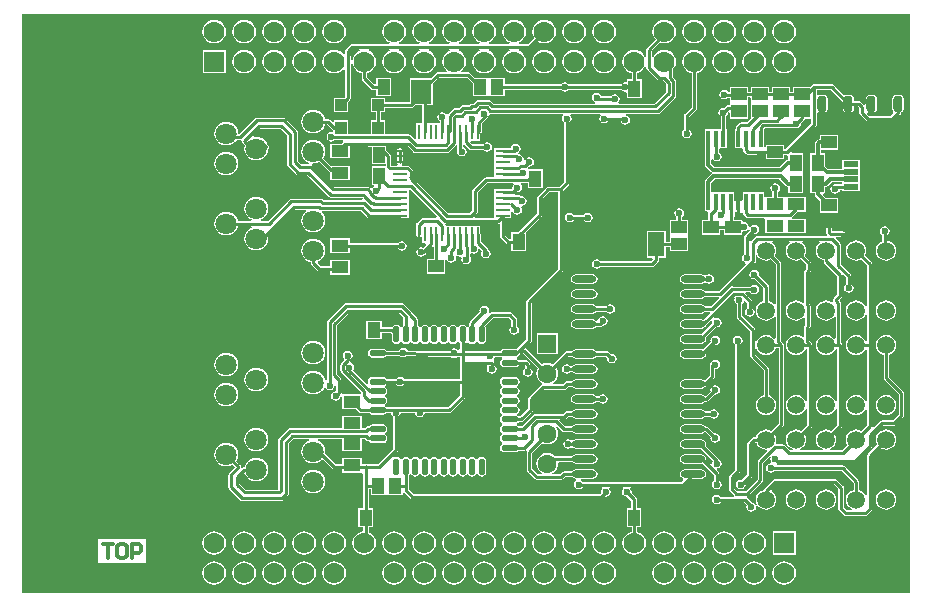
<source format=gtl>
G04 Layer_Physical_Order=1*
G04 Layer_Color=25308*
%FSLAX25Y25*%
%MOIN*%
G70*
G01*
G75*
%ADD10R,0.04331X0.05315*%
%ADD11R,0.04134X0.05709*%
G04:AMPARAMS|DCode=12|XSize=30mil|YSize=51.18mil|CornerRadius=7.5mil|HoleSize=0mil|Usage=FLASHONLY|Rotation=0.000|XOffset=0mil|YOffset=0mil|HoleType=Round|Shape=RoundedRectangle|*
%AMROUNDEDRECTD12*
21,1,0.03000,0.03618,0,0,0.0*
21,1,0.01500,0.05118,0,0,0.0*
1,1,0.01500,0.00750,-0.01809*
1,1,0.01500,-0.00750,-0.01809*
1,1,0.01500,-0.00750,0.01809*
1,1,0.01500,0.00750,0.01809*
%
%ADD12ROUNDEDRECTD12*%
%ADD13R,0.05315X0.04134*%
%ADD14R,0.05315X0.04331*%
%ADD15R,0.05118X0.01969*%
%ADD16R,0.05118X0.06890*%
%ADD17R,0.09055X0.08858*%
%ADD18R,0.05709X0.04134*%
%ADD19R,0.01500X0.05500*%
%ADD20R,0.04134X0.05315*%
%ADD21R,0.05500X0.08300*%
%ADD22R,0.07087X0.08268*%
%ADD23R,0.05118X0.00984*%
%ADD24R,0.00984X0.05118*%
%ADD25O,0.08071X0.02362*%
%ADD26O,0.05709X0.02165*%
%ADD27O,0.02165X0.05709*%
%ADD28R,0.03937X0.03937*%
%ADD29C,0.01000*%
%ADD30C,0.00900*%
%ADD31C,0.01201*%
%ADD32C,0.01181*%
%ADD33C,0.06299*%
%ADD34R,0.06299X0.06299*%
%ADD35O,0.11811X0.15748*%
%ADD36C,0.07087*%
%ADD37C,0.05906*%
%ADD38C,0.07000*%
%ADD39R,0.07000X0.07000*%
%ADD40C,0.23622*%
%ADD41C,0.02362*%
%ADD42C,0.05000*%
G36*
X396063Y100000D02*
X100000D01*
Y292913D01*
X396063D01*
Y100000D01*
D02*
G37*
%LPC*%
G36*
X344016Y120430D02*
X342998Y120296D01*
X342049Y119903D01*
X341234Y119278D01*
X340609Y118463D01*
X340216Y117514D01*
X340082Y116496D01*
X340216Y115478D01*
X340609Y114529D01*
X341234Y113715D01*
X342049Y113089D01*
X342998Y112697D01*
X344016Y112562D01*
X345034Y112697D01*
X345983Y113089D01*
X346797Y113715D01*
X347422Y114529D01*
X347815Y115478D01*
X347949Y116496D01*
X347815Y117514D01*
X347422Y118463D01*
X346797Y119278D01*
X345983Y119903D01*
X345034Y120296D01*
X344016Y120430D01*
D02*
G37*
G36*
X334016D02*
X332998Y120296D01*
X332049Y119903D01*
X331234Y119278D01*
X330609Y118463D01*
X330216Y117514D01*
X330082Y116496D01*
X330216Y115478D01*
X330609Y114529D01*
X331234Y113715D01*
X332049Y113089D01*
X332998Y112697D01*
X334016Y112562D01*
X335034Y112697D01*
X335983Y113089D01*
X336797Y113715D01*
X337422Y114529D01*
X337815Y115478D01*
X337949Y116496D01*
X337815Y117514D01*
X337422Y118463D01*
X336797Y119278D01*
X335983Y119903D01*
X335034Y120296D01*
X334016Y120430D01*
D02*
G37*
G36*
X324016D02*
X322998Y120296D01*
X322049Y119903D01*
X321234Y119278D01*
X320609Y118463D01*
X320216Y117514D01*
X320082Y116496D01*
X320216Y115478D01*
X320609Y114529D01*
X321234Y113715D01*
X322049Y113089D01*
X322998Y112697D01*
X324016Y112562D01*
X325034Y112697D01*
X325983Y113089D01*
X326797Y113715D01*
X327422Y114529D01*
X327815Y115478D01*
X327949Y116496D01*
X327815Y117514D01*
X327422Y118463D01*
X326797Y119278D01*
X325983Y119903D01*
X325034Y120296D01*
X324016Y120430D01*
D02*
G37*
G36*
X368000Y134382D02*
X367125Y134266D01*
X366309Y133929D01*
X365609Y133391D01*
X365071Y132691D01*
X364734Y131875D01*
X364618Y131000D01*
X364734Y130125D01*
X365071Y129309D01*
X365609Y128609D01*
X366309Y128071D01*
X367125Y127734D01*
X368000Y127618D01*
X368875Y127734D01*
X369691Y128071D01*
X370391Y128609D01*
X370929Y129309D01*
X371266Y130125D01*
X371382Y131000D01*
X371266Y131875D01*
X370929Y132691D01*
X370391Y133391D01*
X369691Y133929D01*
X368875Y134266D01*
X368000Y134382D01*
D02*
G37*
G36*
X358000D02*
X357125Y134266D01*
X356309Y133929D01*
X355609Y133391D01*
X355071Y132691D01*
X354734Y131875D01*
X354618Y131000D01*
X354734Y130125D01*
X355071Y129309D01*
X355609Y128609D01*
X356309Y128071D01*
X357125Y127734D01*
X358000Y127618D01*
X358875Y127734D01*
X359691Y128071D01*
X360391Y128609D01*
X360929Y129309D01*
X361266Y130125D01*
X361382Y131000D01*
X361266Y131875D01*
X360929Y132691D01*
X360391Y133391D01*
X359691Y133929D01*
X358875Y134266D01*
X358000Y134382D01*
D02*
G37*
G36*
X357916Y120396D02*
X350116D01*
Y112596D01*
X357916D01*
Y120396D01*
D02*
G37*
G36*
X314016Y120430D02*
X312998Y120296D01*
X312049Y119903D01*
X311234Y119278D01*
X310609Y118463D01*
X310216Y117514D01*
X310082Y116496D01*
X310216Y115478D01*
X310609Y114529D01*
X311234Y113715D01*
X312049Y113089D01*
X312998Y112697D01*
X314016Y112562D01*
X315034Y112697D01*
X315983Y113089D01*
X316797Y113715D01*
X317422Y114529D01*
X317815Y115478D01*
X317949Y116496D01*
X317815Y117514D01*
X317422Y118463D01*
X316797Y119278D01*
X315983Y119903D01*
X315034Y120296D01*
X314016Y120430D01*
D02*
G37*
G36*
X264016D02*
X262998Y120296D01*
X262049Y119903D01*
X261234Y119278D01*
X260609Y118463D01*
X260216Y117514D01*
X260082Y116496D01*
X260216Y115478D01*
X260609Y114529D01*
X261234Y113715D01*
X262049Y113089D01*
X262998Y112697D01*
X264016Y112562D01*
X265034Y112697D01*
X265983Y113089D01*
X266797Y113715D01*
X267422Y114529D01*
X267815Y115478D01*
X267949Y116496D01*
X267815Y117514D01*
X267422Y118463D01*
X266797Y119278D01*
X265983Y119903D01*
X265034Y120296D01*
X264016Y120430D01*
D02*
G37*
G36*
X254016D02*
X252998Y120296D01*
X252049Y119903D01*
X251234Y119278D01*
X250609Y118463D01*
X250216Y117514D01*
X250082Y116496D01*
X250216Y115478D01*
X250609Y114529D01*
X251234Y113715D01*
X252049Y113089D01*
X252998Y112697D01*
X254016Y112562D01*
X255034Y112697D01*
X255983Y113089D01*
X256797Y113715D01*
X257422Y114529D01*
X257815Y115478D01*
X257949Y116496D01*
X257815Y117514D01*
X257422Y118463D01*
X256797Y119278D01*
X255983Y119903D01*
X255034Y120296D01*
X254016Y120430D01*
D02*
G37*
G36*
X244016D02*
X242998Y120296D01*
X242049Y119903D01*
X241234Y119278D01*
X240609Y118463D01*
X240216Y117514D01*
X240082Y116496D01*
X240216Y115478D01*
X240609Y114529D01*
X241234Y113715D01*
X242049Y113089D01*
X242998Y112697D01*
X244016Y112562D01*
X245034Y112697D01*
X245983Y113089D01*
X246797Y113715D01*
X247422Y114529D01*
X247815Y115478D01*
X247949Y116496D01*
X247815Y117514D01*
X247422Y118463D01*
X246797Y119278D01*
X245983Y119903D01*
X245034Y120296D01*
X244016Y120430D01*
D02*
G37*
G36*
X294016D02*
X292998Y120296D01*
X292049Y119903D01*
X291234Y119278D01*
X290609Y118463D01*
X290216Y117514D01*
X290082Y116496D01*
X290216Y115478D01*
X290609Y114529D01*
X291234Y113715D01*
X292049Y113089D01*
X292998Y112697D01*
X294016Y112562D01*
X295034Y112697D01*
X295983Y113089D01*
X296797Y113715D01*
X297422Y114529D01*
X297815Y115478D01*
X297949Y116496D01*
X297815Y117514D01*
X297422Y118463D01*
X296797Y119278D01*
X295983Y119903D01*
X295034Y120296D01*
X294016Y120430D01*
D02*
G37*
G36*
X284016D02*
X282998Y120296D01*
X282049Y119903D01*
X281234Y119278D01*
X280609Y118463D01*
X280216Y117514D01*
X280082Y116496D01*
X280216Y115478D01*
X280609Y114529D01*
X281234Y113715D01*
X282049Y113089D01*
X282998Y112697D01*
X284016Y112562D01*
X285034Y112697D01*
X285983Y113089D01*
X286797Y113715D01*
X287422Y114529D01*
X287815Y115478D01*
X287949Y116496D01*
X287815Y117514D01*
X287422Y118463D01*
X286797Y119278D01*
X285983Y119903D01*
X285034Y120296D01*
X284016Y120430D01*
D02*
G37*
G36*
X274016D02*
X272998Y120296D01*
X272049Y119903D01*
X271234Y119278D01*
X270609Y118463D01*
X270216Y117514D01*
X270082Y116496D01*
X270216Y115478D01*
X270609Y114529D01*
X271234Y113715D01*
X272049Y113089D01*
X272998Y112697D01*
X274016Y112562D01*
X275034Y112697D01*
X275983Y113089D01*
X276797Y113715D01*
X277422Y114529D01*
X277815Y115478D01*
X277949Y116496D01*
X277815Y117514D01*
X277422Y118463D01*
X276797Y119278D01*
X275983Y119903D01*
X275034Y120296D01*
X274016Y120430D01*
D02*
G37*
G36*
X293500Y166112D02*
X292883Y165989D01*
X292360Y165640D01*
X292212Y165418D01*
X291532D01*
X291384Y165640D01*
X290861Y165989D01*
X290244Y166112D01*
X284535D01*
X283918Y165989D01*
X283396Y165640D01*
X283046Y165117D01*
X282923Y164500D01*
X283046Y163883D01*
X283396Y163360D01*
X283918Y163011D01*
X284535Y162888D01*
X290244D01*
X290861Y163011D01*
X291384Y163360D01*
X291532Y163582D01*
X292212D01*
X292360Y163360D01*
X292883Y163011D01*
X293500Y162888D01*
X294117Y163011D01*
X294640Y163360D01*
X294989Y163883D01*
X295112Y164500D01*
X294989Y165117D01*
X294640Y165640D01*
X294117Y165989D01*
X293500Y166112D01*
D02*
G37*
G36*
X168020Y169977D02*
X166990Y169842D01*
X166031Y169445D01*
X165207Y168812D01*
X164575Y167989D01*
X164178Y167029D01*
X164042Y166000D01*
X164178Y164971D01*
X164575Y164011D01*
X165207Y163188D01*
X166031Y162556D01*
X166990Y162158D01*
X168020Y162023D01*
X169049Y162158D01*
X170008Y162556D01*
X170832Y163188D01*
X171464Y164011D01*
X171862Y164971D01*
X171997Y166000D01*
X171862Y167029D01*
X171464Y167989D01*
X170832Y168812D01*
X170008Y169445D01*
X169049Y169842D01*
X168020Y169977D01*
D02*
G37*
G36*
X330500Y161112D02*
X329883Y160989D01*
X329360Y160640D01*
X329177Y160367D01*
X327787D01*
X327605Y160640D01*
X327081Y160989D01*
X326465Y161112D01*
X320756D01*
X320139Y160989D01*
X319616Y160640D01*
X319267Y160117D01*
X319144Y159500D01*
X319267Y158883D01*
X319616Y158360D01*
X320139Y158011D01*
X320756Y157888D01*
X326465D01*
X327081Y158011D01*
X327605Y158360D01*
X327787Y158633D01*
X329177D01*
X329360Y158360D01*
X329883Y158011D01*
X330500Y157888D01*
X331117Y158011D01*
X331640Y158360D01*
X331989Y158883D01*
X332112Y159500D01*
X331989Y160117D01*
X331640Y160640D01*
X331117Y160989D01*
X330500Y161112D01*
D02*
G37*
G36*
X331000Y177612D02*
X330383Y177489D01*
X329860Y177140D01*
X329605Y176759D01*
X329387Y176613D01*
X329199Y176332D01*
X329133Y176000D01*
Y172359D01*
X327490Y170716D01*
X327081Y170989D01*
X326465Y171112D01*
X320756D01*
X320139Y170989D01*
X319616Y170640D01*
X319267Y170117D01*
X319144Y169500D01*
X319267Y168883D01*
X319616Y168360D01*
X320139Y168011D01*
X320756Y167888D01*
X326465D01*
X327081Y168011D01*
X327605Y168360D01*
X327831Y168699D01*
X327832Y168699D01*
X328113Y168887D01*
X330613Y171387D01*
X330801Y171668D01*
X330812Y171723D01*
X330867Y172000D01*
Y174278D01*
X331000Y174388D01*
X331617Y174511D01*
X332140Y174860D01*
X332489Y175383D01*
X332612Y176000D01*
X332489Y176617D01*
X332140Y177140D01*
X331617Y177489D01*
X331000Y177612D01*
D02*
G37*
G36*
X178020Y174977D02*
X176990Y174842D01*
X176031Y174444D01*
X175207Y173812D01*
X174575Y172989D01*
X174178Y172029D01*
X174042Y171000D01*
X174178Y169971D01*
X174575Y169011D01*
X175207Y168188D01*
X176031Y167555D01*
X176990Y167158D01*
X178020Y167023D01*
X179049Y167158D01*
X180008Y167555D01*
X180832Y168188D01*
X181464Y169011D01*
X181861Y169971D01*
X181997Y171000D01*
X181861Y172029D01*
X181464Y172989D01*
X180832Y173812D01*
X180008Y174444D01*
X179049Y174842D01*
X178020Y174977D01*
D02*
G37*
G36*
X331000Y169112D02*
X330383Y168989D01*
X329860Y168640D01*
X329511Y168117D01*
X329388Y167500D01*
X329452Y167178D01*
X327887Y165612D01*
X327605Y165640D01*
X327081Y165989D01*
X326465Y166112D01*
X320756D01*
X320139Y165989D01*
X319616Y165640D01*
X319267Y165117D01*
X319144Y164500D01*
X319267Y163883D01*
X319616Y163360D01*
X320139Y163011D01*
X320756Y162888D01*
X326465D01*
X327081Y163011D01*
X327605Y163360D01*
X327787Y163633D01*
X328000D01*
X328332Y163699D01*
X328613Y163887D01*
X330678Y165952D01*
X331000Y165888D01*
X331617Y166011D01*
X332140Y166360D01*
X332489Y166883D01*
X332612Y167500D01*
X332489Y168117D01*
X332140Y168640D01*
X331617Y168989D01*
X331000Y169112D01*
D02*
G37*
G36*
X388000Y165882D02*
X387125Y165767D01*
X386309Y165429D01*
X385609Y164891D01*
X385071Y164191D01*
X384734Y163375D01*
X384618Y162500D01*
X384734Y161625D01*
X385071Y160809D01*
X385609Y160109D01*
X386309Y159571D01*
X387125Y159233D01*
X388000Y159118D01*
X388875Y159233D01*
X389691Y159571D01*
X390391Y160109D01*
X390929Y160809D01*
X391266Y161625D01*
X391382Y162500D01*
X391266Y163375D01*
X390929Y164191D01*
X390391Y164891D01*
X389691Y165429D01*
X388875Y165767D01*
X388000Y165882D01*
D02*
G37*
G36*
X326465Y151112D02*
X320756D01*
X320139Y150989D01*
X319616Y150640D01*
X319267Y150117D01*
X319144Y149500D01*
X319267Y148883D01*
X319616Y148360D01*
X320139Y148011D01*
X320756Y147888D01*
X326386D01*
X330270Y144005D01*
X330011Y143617D01*
X329895Y143037D01*
X329751Y142945D01*
X329416Y142810D01*
X328018Y144207D01*
X328077Y144500D01*
X327954Y145117D01*
X327605Y145640D01*
X327081Y145989D01*
X326465Y146112D01*
X320756D01*
X320139Y145989D01*
X319616Y145640D01*
X319267Y145117D01*
X319144Y144500D01*
X319267Y143883D01*
X319616Y143360D01*
X320139Y143011D01*
X320756Y142888D01*
X326465D01*
X326817Y142958D01*
X330633Y139141D01*
Y137322D01*
X330360Y137140D01*
X330011Y136617D01*
X329888Y136000D01*
X330011Y135383D01*
X330360Y134860D01*
X330883Y134511D01*
X331500Y134388D01*
X332117Y134511D01*
X332640Y134860D01*
X332989Y135383D01*
X333112Y136000D01*
X332989Y136617D01*
X332640Y137140D01*
X332367Y137322D01*
Y139500D01*
X332301Y139832D01*
X332113Y140113D01*
X331310Y140916D01*
X331445Y141251D01*
X331537Y141395D01*
X332117Y141511D01*
X332640Y141860D01*
X332989Y142383D01*
X333112Y143000D01*
X332989Y143617D01*
X332640Y144140D01*
X332259Y144395D01*
X332238Y144425D01*
X332113Y144613D01*
X327909Y148816D01*
X327954Y148883D01*
X328077Y149500D01*
X327954Y150117D01*
X327605Y150640D01*
X327081Y150989D01*
X326465Y151112D01*
D02*
G37*
G36*
X197035Y140981D02*
X196006Y140846D01*
X195047Y140448D01*
X194223Y139816D01*
X193591Y138993D01*
X193194Y138033D01*
X193058Y137004D01*
X193194Y135975D01*
X193591Y135015D01*
X194223Y134192D01*
X195047Y133560D01*
X196006Y133162D01*
X197035Y133027D01*
X198065Y133162D01*
X199024Y133560D01*
X199848Y134192D01*
X200480Y135015D01*
X200877Y135975D01*
X201013Y137004D01*
X200877Y138033D01*
X200480Y138993D01*
X199848Y139816D01*
X199024Y140448D01*
X198065Y140846D01*
X197035Y140981D01*
D02*
G37*
G36*
X388000Y134382D02*
X387125Y134266D01*
X386309Y133929D01*
X385609Y133391D01*
X385071Y132691D01*
X384734Y131875D01*
X384618Y131000D01*
X384734Y130125D01*
X385071Y129309D01*
X385609Y128609D01*
X386309Y128071D01*
X387125Y127734D01*
X388000Y127618D01*
X388875Y127734D01*
X389691Y128071D01*
X390391Y128609D01*
X390929Y129309D01*
X391266Y130125D01*
X391382Y131000D01*
X391266Y131875D01*
X390929Y132691D01*
X390391Y133391D01*
X389691Y133929D01*
X388875Y134266D01*
X388000Y134382D01*
D02*
G37*
G36*
X290244Y151112D02*
X284535D01*
X283918Y150989D01*
X283634Y150800D01*
X283268Y150681D01*
X282901Y150800D01*
X282617Y150989D01*
X282000Y151112D01*
X281383Y150989D01*
X280860Y150640D01*
X280511Y150117D01*
X280388Y149500D01*
X280511Y148883D01*
X280860Y148360D01*
X281383Y148011D01*
X282000Y147888D01*
X282617Y148011D01*
X282901Y148200D01*
X283268Y148319D01*
X283634Y148200D01*
X283918Y148011D01*
X284535Y147888D01*
X290244D01*
X290861Y148011D01*
X291384Y148360D01*
X291734Y148883D01*
X291856Y149500D01*
X291734Y150117D01*
X291384Y150640D01*
X290861Y150989D01*
X290244Y151112D01*
D02*
G37*
G36*
X326465Y156112D02*
X320756D01*
X320139Y155989D01*
X319616Y155640D01*
X319267Y155117D01*
X319144Y154500D01*
X319267Y153883D01*
X319616Y153360D01*
X320139Y153011D01*
X320756Y152888D01*
X326465D01*
X327081Y153011D01*
X327605Y153360D01*
X327887Y153388D01*
X329452Y151822D01*
X329388Y151500D01*
X329511Y150883D01*
X329860Y150360D01*
X330383Y150011D01*
X331000Y149888D01*
X331617Y150011D01*
X332140Y150360D01*
X332489Y150883D01*
X332612Y151500D01*
X332489Y152117D01*
X332140Y152640D01*
X331617Y152989D01*
X331000Y153112D01*
X330678Y153048D01*
X328613Y155113D01*
X328332Y155301D01*
X328000Y155367D01*
X327787D01*
X327605Y155640D01*
X327081Y155989D01*
X326465Y156112D01*
D02*
G37*
G36*
X178020Y154977D02*
X176990Y154842D01*
X176031Y154445D01*
X175207Y153812D01*
X174575Y152989D01*
X174178Y152029D01*
X174042Y151000D01*
X174178Y149971D01*
X174575Y149011D01*
X175207Y148188D01*
X176031Y147555D01*
X176990Y147158D01*
X178020Y147023D01*
X179049Y147158D01*
X180008Y147555D01*
X180832Y148188D01*
X181464Y149011D01*
X181861Y149971D01*
X181997Y151000D01*
X181861Y152029D01*
X181464Y152989D01*
X180832Y153812D01*
X180008Y154445D01*
X179049Y154842D01*
X178020Y154977D01*
D02*
G37*
G36*
X264016Y110430D02*
X262998Y110296D01*
X262049Y109903D01*
X261234Y109278D01*
X260609Y108463D01*
X260216Y107514D01*
X260082Y106496D01*
X260216Y105478D01*
X260609Y104529D01*
X261234Y103715D01*
X262049Y103089D01*
X262998Y102697D01*
X264016Y102562D01*
X265034Y102697D01*
X265983Y103089D01*
X266797Y103715D01*
X267422Y104529D01*
X267815Y105478D01*
X267949Y106496D01*
X267815Y107514D01*
X267422Y108463D01*
X266797Y109278D01*
X265983Y109903D01*
X265034Y110296D01*
X264016Y110430D01*
D02*
G37*
G36*
X254016D02*
X252998Y110296D01*
X252049Y109903D01*
X251234Y109278D01*
X250609Y108463D01*
X250216Y107514D01*
X250082Y106496D01*
X250216Y105478D01*
X250609Y104529D01*
X251234Y103715D01*
X252049Y103089D01*
X252998Y102697D01*
X254016Y102562D01*
X255034Y102697D01*
X255983Y103089D01*
X256797Y103715D01*
X257422Y104529D01*
X257815Y105478D01*
X257949Y106496D01*
X257815Y107514D01*
X257422Y108463D01*
X256797Y109278D01*
X255983Y109903D01*
X255034Y110296D01*
X254016Y110430D01*
D02*
G37*
G36*
X244016D02*
X242998Y110296D01*
X242049Y109903D01*
X241234Y109278D01*
X240609Y108463D01*
X240216Y107514D01*
X240082Y106496D01*
X240216Y105478D01*
X240609Y104529D01*
X241234Y103715D01*
X242049Y103089D01*
X242998Y102697D01*
X244016Y102562D01*
X245034Y102697D01*
X245983Y103089D01*
X246797Y103715D01*
X247422Y104529D01*
X247815Y105478D01*
X247949Y106496D01*
X247815Y107514D01*
X247422Y108463D01*
X246797Y109278D01*
X245983Y109903D01*
X245034Y110296D01*
X244016Y110430D01*
D02*
G37*
G36*
X294016D02*
X292998Y110296D01*
X292049Y109903D01*
X291234Y109278D01*
X290609Y108463D01*
X290216Y107514D01*
X290082Y106496D01*
X290216Y105478D01*
X290609Y104529D01*
X291234Y103715D01*
X292049Y103089D01*
X292998Y102697D01*
X294016Y102562D01*
X295034Y102697D01*
X295983Y103089D01*
X296797Y103715D01*
X297422Y104529D01*
X297815Y105478D01*
X297949Y106496D01*
X297815Y107514D01*
X297422Y108463D01*
X296797Y109278D01*
X295983Y109903D01*
X295034Y110296D01*
X294016Y110430D01*
D02*
G37*
G36*
X284016D02*
X282998Y110296D01*
X282049Y109903D01*
X281234Y109278D01*
X280609Y108463D01*
X280216Y107514D01*
X280082Y106496D01*
X280216Y105478D01*
X280609Y104529D01*
X281234Y103715D01*
X282049Y103089D01*
X282998Y102697D01*
X284016Y102562D01*
X285034Y102697D01*
X285983Y103089D01*
X286797Y103715D01*
X287422Y104529D01*
X287815Y105478D01*
X287949Y106496D01*
X287815Y107514D01*
X287422Y108463D01*
X286797Y109278D01*
X285983Y109903D01*
X285034Y110296D01*
X284016Y110430D01*
D02*
G37*
G36*
X274016D02*
X272998Y110296D01*
X272049Y109903D01*
X271234Y109278D01*
X270609Y108463D01*
X270216Y107514D01*
X270082Y106496D01*
X270216Y105478D01*
X270609Y104529D01*
X271234Y103715D01*
X272049Y103089D01*
X272998Y102697D01*
X274016Y102562D01*
X275034Y102697D01*
X275983Y103089D01*
X276797Y103715D01*
X277422Y104529D01*
X277815Y105478D01*
X277949Y106496D01*
X277815Y107514D01*
X277422Y108463D01*
X276797Y109278D01*
X275983Y109903D01*
X275034Y110296D01*
X274016Y110430D01*
D02*
G37*
G36*
X234016D02*
X232998Y110296D01*
X232049Y109903D01*
X231234Y109278D01*
X230609Y108463D01*
X230216Y107514D01*
X230082Y106496D01*
X230216Y105478D01*
X230609Y104529D01*
X231234Y103715D01*
X232049Y103089D01*
X232998Y102697D01*
X234016Y102562D01*
X235034Y102697D01*
X235983Y103089D01*
X236797Y103715D01*
X237422Y104529D01*
X237815Y105478D01*
X237949Y106496D01*
X237815Y107514D01*
X237422Y108463D01*
X236797Y109278D01*
X235983Y109903D01*
X235034Y110296D01*
X234016Y110430D01*
D02*
G37*
G36*
X184016D02*
X182998Y110296D01*
X182049Y109903D01*
X181234Y109278D01*
X180609Y108463D01*
X180216Y107514D01*
X180082Y106496D01*
X180216Y105478D01*
X180609Y104529D01*
X181234Y103715D01*
X182049Y103089D01*
X182998Y102697D01*
X184016Y102562D01*
X185034Y102697D01*
X185983Y103089D01*
X186797Y103715D01*
X187422Y104529D01*
X187815Y105478D01*
X187949Y106496D01*
X187815Y107514D01*
X187422Y108463D01*
X186797Y109278D01*
X185983Y109903D01*
X185034Y110296D01*
X184016Y110430D01*
D02*
G37*
G36*
X174016D02*
X172998Y110296D01*
X172049Y109903D01*
X171234Y109278D01*
X170609Y108463D01*
X170216Y107514D01*
X170082Y106496D01*
X170216Y105478D01*
X170609Y104529D01*
X171234Y103715D01*
X172049Y103089D01*
X172998Y102697D01*
X174016Y102562D01*
X175034Y102697D01*
X175983Y103089D01*
X176797Y103715D01*
X177422Y104529D01*
X177815Y105478D01*
X177949Y106496D01*
X177815Y107514D01*
X177422Y108463D01*
X176797Y109278D01*
X175983Y109903D01*
X175034Y110296D01*
X174016Y110430D01*
D02*
G37*
G36*
X164016D02*
X162998Y110296D01*
X162049Y109903D01*
X161234Y109278D01*
X160609Y108463D01*
X160216Y107514D01*
X160082Y106496D01*
X160216Y105478D01*
X160609Y104529D01*
X161234Y103715D01*
X162049Y103089D01*
X162998Y102697D01*
X164016Y102562D01*
X165034Y102697D01*
X165983Y103089D01*
X166797Y103715D01*
X167422Y104529D01*
X167815Y105478D01*
X167949Y106496D01*
X167815Y107514D01*
X167422Y108463D01*
X166797Y109278D01*
X165983Y109903D01*
X165034Y110296D01*
X164016Y110430D01*
D02*
G37*
G36*
X224016D02*
X222998Y110296D01*
X222049Y109903D01*
X221234Y109278D01*
X220609Y108463D01*
X220216Y107514D01*
X220082Y106496D01*
X220216Y105478D01*
X220609Y104529D01*
X221234Y103715D01*
X222049Y103089D01*
X222998Y102697D01*
X224016Y102562D01*
X225034Y102697D01*
X225983Y103089D01*
X226797Y103715D01*
X227422Y104529D01*
X227815Y105478D01*
X227949Y106496D01*
X227815Y107514D01*
X227422Y108463D01*
X226797Y109278D01*
X225983Y109903D01*
X225034Y110296D01*
X224016Y110430D01*
D02*
G37*
G36*
X204016D02*
X202998Y110296D01*
X202049Y109903D01*
X201234Y109278D01*
X200609Y108463D01*
X200216Y107514D01*
X200082Y106496D01*
X200216Y105478D01*
X200609Y104529D01*
X201234Y103715D01*
X202049Y103089D01*
X202998Y102697D01*
X204016Y102562D01*
X205034Y102697D01*
X205983Y103089D01*
X206797Y103715D01*
X207422Y104529D01*
X207815Y105478D01*
X207949Y106496D01*
X207815Y107514D01*
X207422Y108463D01*
X206797Y109278D01*
X205983Y109903D01*
X205034Y110296D01*
X204016Y110430D01*
D02*
G37*
G36*
X194016D02*
X192998Y110296D01*
X192049Y109903D01*
X191234Y109278D01*
X190609Y108463D01*
X190216Y107514D01*
X190082Y106496D01*
X190216Y105478D01*
X190609Y104529D01*
X191234Y103715D01*
X192049Y103089D01*
X192998Y102697D01*
X194016Y102562D01*
X195034Y102697D01*
X195983Y103089D01*
X196797Y103715D01*
X197422Y104529D01*
X197815Y105478D01*
X197949Y106496D01*
X197815Y107514D01*
X197422Y108463D01*
X196797Y109278D01*
X195983Y109903D01*
X195034Y110296D01*
X194016Y110430D01*
D02*
G37*
G36*
Y120430D02*
X192998Y120296D01*
X192049Y119903D01*
X191234Y119278D01*
X190609Y118463D01*
X190216Y117514D01*
X190082Y116496D01*
X190216Y115478D01*
X190609Y114529D01*
X191234Y113715D01*
X192049Y113089D01*
X192998Y112697D01*
X194016Y112562D01*
X195034Y112697D01*
X195983Y113089D01*
X196797Y113715D01*
X197422Y114529D01*
X197815Y115478D01*
X197949Y116496D01*
X197815Y117514D01*
X197422Y118463D01*
X196797Y119278D01*
X195983Y119903D01*
X195034Y120296D01*
X194016Y120430D01*
D02*
G37*
G36*
X184016D02*
X182998Y120296D01*
X182049Y119903D01*
X181234Y119278D01*
X180609Y118463D01*
X180216Y117514D01*
X180082Y116496D01*
X180216Y115478D01*
X180609Y114529D01*
X181234Y113715D01*
X182049Y113089D01*
X182998Y112697D01*
X184016Y112562D01*
X185034Y112697D01*
X185983Y113089D01*
X186797Y113715D01*
X187422Y114529D01*
X187815Y115478D01*
X187949Y116496D01*
X187815Y117514D01*
X187422Y118463D01*
X186797Y119278D01*
X185983Y119903D01*
X185034Y120296D01*
X184016Y120430D01*
D02*
G37*
G36*
X174016D02*
X172998Y120296D01*
X172049Y119903D01*
X171234Y119278D01*
X170609Y118463D01*
X170216Y117514D01*
X170082Y116496D01*
X170216Y115478D01*
X170609Y114529D01*
X171234Y113715D01*
X172049Y113089D01*
X172998Y112697D01*
X174016Y112562D01*
X175034Y112697D01*
X175983Y113089D01*
X176797Y113715D01*
X177422Y114529D01*
X177815Y115478D01*
X177949Y116496D01*
X177815Y117514D01*
X177422Y118463D01*
X176797Y119278D01*
X175983Y119903D01*
X175034Y120296D01*
X174016Y120430D01*
D02*
G37*
G36*
X234016D02*
X232998Y120296D01*
X232049Y119903D01*
X231234Y119278D01*
X230609Y118463D01*
X230216Y117514D01*
X230082Y116496D01*
X230216Y115478D01*
X230609Y114529D01*
X231234Y113715D01*
X232049Y113089D01*
X232998Y112697D01*
X234016Y112562D01*
X235034Y112697D01*
X235983Y113089D01*
X236797Y113715D01*
X237422Y114529D01*
X237815Y115478D01*
X237949Y116496D01*
X237815Y117514D01*
X237422Y118463D01*
X236797Y119278D01*
X235983Y119903D01*
X235034Y120296D01*
X234016Y120430D01*
D02*
G37*
G36*
X224016D02*
X222998Y120296D01*
X222049Y119903D01*
X221234Y119278D01*
X220609Y118463D01*
X220216Y117514D01*
X220082Y116496D01*
X220216Y115478D01*
X220609Y114529D01*
X221234Y113715D01*
X222049Y113089D01*
X222998Y112697D01*
X224016Y112562D01*
X225034Y112697D01*
X225983Y113089D01*
X226797Y113715D01*
X227422Y114529D01*
X227815Y115478D01*
X227949Y116496D01*
X227815Y117514D01*
X227422Y118463D01*
X226797Y119278D01*
X225983Y119903D01*
X225034Y120296D01*
X224016Y120430D01*
D02*
G37*
G36*
X204016D02*
X202998Y120296D01*
X202049Y119903D01*
X201234Y119278D01*
X200609Y118463D01*
X200216Y117514D01*
X200082Y116496D01*
X200216Y115478D01*
X200609Y114529D01*
X201234Y113715D01*
X202049Y113089D01*
X202998Y112697D01*
X204016Y112562D01*
X205034Y112697D01*
X205983Y113089D01*
X206797Y113715D01*
X207422Y114529D01*
X207815Y115478D01*
X207949Y116496D01*
X207815Y117514D01*
X207422Y118463D01*
X206797Y119278D01*
X205983Y119903D01*
X205034Y120296D01*
X204016Y120430D01*
D02*
G37*
G36*
X164016D02*
X162998Y120296D01*
X162049Y119903D01*
X161234Y119278D01*
X160609Y118463D01*
X160216Y117514D01*
X160082Y116496D01*
X160216Y115478D01*
X160609Y114529D01*
X161234Y113715D01*
X162049Y113089D01*
X162998Y112697D01*
X164016Y112562D01*
X165034Y112697D01*
X165983Y113089D01*
X166797Y113715D01*
X167422Y114529D01*
X167815Y115478D01*
X167949Y116496D01*
X167815Y117514D01*
X167422Y118463D01*
X166797Y119278D01*
X165983Y119903D01*
X165034Y120296D01*
X164016Y120430D01*
D02*
G37*
G36*
X334016Y110430D02*
X332998Y110296D01*
X332049Y109903D01*
X331234Y109278D01*
X330609Y108463D01*
X330216Y107514D01*
X330082Y106496D01*
X330216Y105478D01*
X330609Y104529D01*
X331234Y103715D01*
X332049Y103089D01*
X332998Y102697D01*
X334016Y102562D01*
X335034Y102697D01*
X335983Y103089D01*
X336797Y103715D01*
X337422Y104529D01*
X337815Y105478D01*
X337949Y106496D01*
X337815Y107514D01*
X337422Y108463D01*
X336797Y109278D01*
X335983Y109903D01*
X335034Y110296D01*
X334016Y110430D01*
D02*
G37*
G36*
X324016D02*
X322998Y110296D01*
X322049Y109903D01*
X321234Y109278D01*
X320609Y108463D01*
X320216Y107514D01*
X320082Y106496D01*
X320216Y105478D01*
X320609Y104529D01*
X321234Y103715D01*
X322049Y103089D01*
X322998Y102697D01*
X324016Y102562D01*
X325034Y102697D01*
X325983Y103089D01*
X326797Y103715D01*
X327422Y104529D01*
X327815Y105478D01*
X327949Y106496D01*
X327815Y107514D01*
X327422Y108463D01*
X326797Y109278D01*
X325983Y109903D01*
X325034Y110296D01*
X324016Y110430D01*
D02*
G37*
G36*
X314016D02*
X312998Y110296D01*
X312049Y109903D01*
X311234Y109278D01*
X310609Y108463D01*
X310216Y107514D01*
X310082Y106496D01*
X310216Y105478D01*
X310609Y104529D01*
X311234Y103715D01*
X312049Y103089D01*
X312998Y102697D01*
X314016Y102562D01*
X315034Y102697D01*
X315983Y103089D01*
X316797Y103715D01*
X317422Y104529D01*
X317815Y105478D01*
X317949Y106496D01*
X317815Y107514D01*
X317422Y108463D01*
X316797Y109278D01*
X315983Y109903D01*
X315034Y110296D01*
X314016Y110430D01*
D02*
G37*
G36*
X141175Y117804D02*
X125419D01*
Y109919D01*
X141175D01*
Y117804D01*
D02*
G37*
G36*
X354016Y110430D02*
X352998Y110296D01*
X352049Y109903D01*
X351234Y109278D01*
X350609Y108463D01*
X350216Y107514D01*
X350082Y106496D01*
X350216Y105478D01*
X350609Y104529D01*
X351234Y103715D01*
X352049Y103089D01*
X352998Y102697D01*
X354016Y102562D01*
X355034Y102697D01*
X355983Y103089D01*
X356797Y103715D01*
X357422Y104529D01*
X357815Y105478D01*
X357949Y106496D01*
X357815Y107514D01*
X357422Y108463D01*
X356797Y109278D01*
X355983Y109903D01*
X355034Y110296D01*
X354016Y110430D01*
D02*
G37*
G36*
X344016D02*
X342998Y110296D01*
X342049Y109903D01*
X341234Y109278D01*
X340609Y108463D01*
X340216Y107514D01*
X340082Y106496D01*
X340216Y105478D01*
X340609Y104529D01*
X341234Y103715D01*
X342049Y103089D01*
X342998Y102697D01*
X344016Y102562D01*
X345034Y102697D01*
X345983Y103089D01*
X346797Y103715D01*
X347422Y104529D01*
X347815Y105478D01*
X347949Y106496D01*
X347815Y107514D01*
X347422Y108463D01*
X346797Y109278D01*
X345983Y109903D01*
X345034Y110296D01*
X344016Y110430D01*
D02*
G37*
G36*
X324016Y280942D02*
X322998Y280807D01*
X322049Y280415D01*
X321234Y279789D01*
X320609Y278975D01*
X320216Y278026D01*
X320082Y277008D01*
X320216Y275990D01*
X320609Y275041D01*
X321234Y274226D01*
X322049Y273601D01*
X322998Y273208D01*
X323098Y273195D01*
Y261896D01*
X320851Y259649D01*
X320652Y259351D01*
X320582Y259000D01*
Y254288D01*
X320360Y254140D01*
X320011Y253617D01*
X319888Y253000D01*
X320011Y252383D01*
X320360Y251860D01*
X320883Y251511D01*
X321500Y251388D01*
X322117Y251511D01*
X322640Y251860D01*
X322989Y252383D01*
X323112Y253000D01*
X322989Y253617D01*
X322640Y254140D01*
X322418Y254288D01*
Y258620D01*
X324665Y260867D01*
X324864Y261165D01*
X324933Y261516D01*
Y273195D01*
X325034Y273208D01*
X325983Y273601D01*
X326797Y274226D01*
X327422Y275041D01*
X327815Y275990D01*
X327949Y277008D01*
X327815Y278026D01*
X327422Y278975D01*
X326797Y279789D01*
X325983Y280415D01*
X325034Y280807D01*
X324016Y280942D01*
D02*
G37*
G36*
X194016Y290942D02*
X192998Y290808D01*
X192049Y290415D01*
X191234Y289789D01*
X190609Y288975D01*
X190216Y288026D01*
X190082Y287008D01*
X190216Y285990D01*
X190609Y285041D01*
X191234Y284226D01*
X192049Y283601D01*
X192998Y283208D01*
X194016Y283074D01*
X195034Y283208D01*
X195983Y283601D01*
X196797Y284226D01*
X197422Y285041D01*
X197815Y285990D01*
X197949Y287008D01*
X197815Y288026D01*
X197422Y288975D01*
X196797Y289789D01*
X195983Y290415D01*
X195034Y290808D01*
X194016Y290942D01*
D02*
G37*
G36*
X184016D02*
X182998Y290808D01*
X182049Y290415D01*
X181234Y289789D01*
X180609Y288975D01*
X180216Y288026D01*
X180082Y287008D01*
X180216Y285990D01*
X180609Y285041D01*
X181234Y284226D01*
X182049Y283601D01*
X182998Y283208D01*
X184016Y283074D01*
X185034Y283208D01*
X185983Y283601D01*
X186797Y284226D01*
X187422Y285041D01*
X187815Y285990D01*
X187949Y287008D01*
X187815Y288026D01*
X187422Y288975D01*
X186797Y289789D01*
X185983Y290415D01*
X185034Y290808D01*
X184016Y290942D01*
D02*
G37*
G36*
X164016D02*
X162998Y290808D01*
X162049Y290415D01*
X161234Y289789D01*
X160609Y288975D01*
X160216Y288026D01*
X160082Y287008D01*
X160216Y285990D01*
X160609Y285041D01*
X161234Y284226D01*
X162049Y283601D01*
X162998Y283208D01*
X164016Y283074D01*
X165034Y283208D01*
X165983Y283601D01*
X166797Y284226D01*
X167422Y285041D01*
X167815Y285990D01*
X167949Y287008D01*
X167815Y288026D01*
X167422Y288975D01*
X166797Y289789D01*
X165983Y290415D01*
X165034Y290808D01*
X164016Y290942D01*
D02*
G37*
G36*
X174016D02*
X172998Y290808D01*
X172049Y290415D01*
X171234Y289789D01*
X170609Y288975D01*
X170216Y288026D01*
X170082Y287008D01*
X170216Y285990D01*
X170609Y285041D01*
X171234Y284226D01*
X172049Y283601D01*
X172998Y283208D01*
X174016Y283074D01*
X175034Y283208D01*
X175983Y283601D01*
X176797Y284226D01*
X177422Y285041D01*
X177815Y285990D01*
X177949Y287008D01*
X177815Y288026D01*
X177422Y288975D01*
X176797Y289789D01*
X175983Y290415D01*
X175034Y290808D01*
X174016Y290942D01*
D02*
G37*
G36*
X288500Y226612D02*
X287883Y226489D01*
X287360Y226140D01*
X287212Y225918D01*
X283788D01*
X283640Y226140D01*
X283117Y226489D01*
X282500Y226612D01*
X281883Y226489D01*
X281360Y226140D01*
X281011Y225617D01*
X280888Y225000D01*
X281011Y224383D01*
X281360Y223860D01*
X281883Y223511D01*
X282500Y223388D01*
X283117Y223511D01*
X283640Y223860D01*
X283788Y224082D01*
X287212D01*
X287360Y223860D01*
X287883Y223511D01*
X288500Y223388D01*
X289117Y223511D01*
X289640Y223860D01*
X289989Y224383D01*
X290112Y225000D01*
X289989Y225617D01*
X289640Y226140D01*
X289117Y226489D01*
X288500Y226612D01*
D02*
G37*
G36*
X314016Y290942D02*
X312998Y290808D01*
X312049Y290415D01*
X311234Y289789D01*
X310609Y288975D01*
X310216Y288026D01*
X310082Y287008D01*
X310216Y285990D01*
X310609Y285041D01*
X311102Y284399D01*
X308351Y281649D01*
X308152Y281351D01*
X308082Y281000D01*
Y278688D01*
X307582Y278589D01*
X307422Y278975D01*
X306797Y279789D01*
X305983Y280415D01*
X305034Y280807D01*
X304016Y280942D01*
X302998Y280807D01*
X302049Y280415D01*
X301234Y279789D01*
X300609Y278975D01*
X300216Y278026D01*
X300082Y277008D01*
X300216Y275990D01*
X300609Y275041D01*
X301234Y274226D01*
X302049Y273601D01*
X302998Y273208D01*
X303130Y273191D01*
Y271058D01*
X301580D01*
Y270391D01*
X301194Y270074D01*
X301000Y270112D01*
X300383Y269989D01*
X299860Y269640D01*
X299712Y269418D01*
X282190D01*
X282042Y269640D01*
X281519Y269989D01*
X280902Y270112D01*
X280285Y269989D01*
X279762Y269640D01*
X279613Y269418D01*
X260821D01*
Y271557D01*
X255809D01*
X255691Y271557D01*
X255500D01*
X255309D01*
X255190Y271557D01*
X250984D01*
X249393Y273149D01*
X249095Y273348D01*
X248744Y273418D01*
X246565D01*
X246395Y273918D01*
X246797Y274226D01*
X247422Y275041D01*
X247815Y275990D01*
X247949Y277008D01*
X247815Y278026D01*
X247422Y278975D01*
X246797Y279789D01*
X245983Y280415D01*
X245577Y280582D01*
X245677Y281082D01*
X252355D01*
X252454Y280582D01*
X252049Y280415D01*
X251234Y279789D01*
X250609Y278975D01*
X250216Y278026D01*
X250082Y277008D01*
X250216Y275990D01*
X250609Y275041D01*
X251234Y274226D01*
X252049Y273601D01*
X252998Y273208D01*
X254016Y273074D01*
X255034Y273208D01*
X255983Y273601D01*
X256797Y274226D01*
X257422Y275041D01*
X257815Y275990D01*
X257949Y277008D01*
X257815Y278026D01*
X257422Y278975D01*
X256797Y279789D01*
X255983Y280415D01*
X255577Y280582D01*
X255677Y281082D01*
X262355D01*
X262454Y280582D01*
X262049Y280415D01*
X261234Y279789D01*
X260609Y278975D01*
X260216Y278026D01*
X260082Y277008D01*
X260216Y275990D01*
X260609Y275041D01*
X261234Y274226D01*
X262049Y273601D01*
X262998Y273208D01*
X264016Y273074D01*
X265034Y273208D01*
X265983Y273601D01*
X266797Y274226D01*
X267422Y275041D01*
X267815Y275990D01*
X267949Y277008D01*
X267815Y278026D01*
X267422Y278975D01*
X266797Y279789D01*
X265983Y280415D01*
X265577Y280582D01*
X265677Y281082D01*
X269008D01*
X269359Y281152D01*
X269657Y281351D01*
X271969Y283663D01*
X272049Y283601D01*
X272998Y283208D01*
X274016Y283074D01*
X275034Y283208D01*
X275983Y283601D01*
X276797Y284226D01*
X277422Y285041D01*
X277815Y285990D01*
X277949Y287008D01*
X277815Y288026D01*
X277422Y288975D01*
X276797Y289789D01*
X275983Y290415D01*
X275034Y290808D01*
X274016Y290942D01*
X272998Y290808D01*
X272049Y290415D01*
X271234Y289789D01*
X270609Y288975D01*
X270216Y288026D01*
X270082Y287008D01*
X270216Y285990D01*
X270609Y285041D01*
X270671Y284961D01*
X268628Y282918D01*
X265639D01*
X265539Y283418D01*
X265983Y283601D01*
X266797Y284226D01*
X267422Y285041D01*
X267815Y285990D01*
X267949Y287008D01*
X267815Y288026D01*
X267422Y288975D01*
X266797Y289789D01*
X265983Y290415D01*
X265034Y290808D01*
X264016Y290942D01*
X262998Y290808D01*
X262049Y290415D01*
X261234Y289789D01*
X260609Y288975D01*
X260216Y288026D01*
X260082Y287008D01*
X260216Y285990D01*
X260609Y285041D01*
X261234Y284226D01*
X262049Y283601D01*
X262492Y283418D01*
X262393Y282918D01*
X255639D01*
X255539Y283418D01*
X255983Y283601D01*
X256797Y284226D01*
X257422Y285041D01*
X257815Y285990D01*
X257949Y287008D01*
X257815Y288026D01*
X257422Y288975D01*
X256797Y289789D01*
X255983Y290415D01*
X255034Y290808D01*
X254016Y290942D01*
X252998Y290808D01*
X252049Y290415D01*
X251234Y289789D01*
X250609Y288975D01*
X250216Y288026D01*
X250082Y287008D01*
X250216Y285990D01*
X250609Y285041D01*
X251234Y284226D01*
X252049Y283601D01*
X252492Y283418D01*
X252393Y282918D01*
X245639D01*
X245539Y283418D01*
X245983Y283601D01*
X246797Y284226D01*
X247422Y285041D01*
X247815Y285990D01*
X247949Y287008D01*
X247815Y288026D01*
X247422Y288975D01*
X246797Y289789D01*
X245983Y290415D01*
X245034Y290808D01*
X244016Y290942D01*
X242998Y290808D01*
X242049Y290415D01*
X241234Y289789D01*
X240609Y288975D01*
X240216Y288026D01*
X240082Y287008D01*
X240216Y285990D01*
X240609Y285041D01*
X241234Y284226D01*
X242049Y283601D01*
X242492Y283418D01*
X242393Y282918D01*
X235639D01*
X235539Y283418D01*
X235983Y283601D01*
X236797Y284226D01*
X237422Y285041D01*
X237815Y285990D01*
X237949Y287008D01*
X237815Y288026D01*
X237422Y288975D01*
X236797Y289789D01*
X235983Y290415D01*
X235034Y290808D01*
X234016Y290942D01*
X232998Y290808D01*
X232049Y290415D01*
X231234Y289789D01*
X230609Y288975D01*
X230216Y288026D01*
X230082Y287008D01*
X230216Y285990D01*
X230609Y285041D01*
X231234Y284226D01*
X232049Y283601D01*
X232492Y283418D01*
X232393Y282918D01*
X225639D01*
X225539Y283418D01*
X225983Y283601D01*
X226797Y284226D01*
X227422Y285041D01*
X227815Y285990D01*
X227949Y287008D01*
X227815Y288026D01*
X227422Y288975D01*
X226797Y289789D01*
X225983Y290415D01*
X225034Y290808D01*
X224016Y290942D01*
X222998Y290808D01*
X222049Y290415D01*
X221234Y289789D01*
X220609Y288975D01*
X220216Y288026D01*
X220082Y287008D01*
X220216Y285990D01*
X220609Y285041D01*
X221234Y284226D01*
X222049Y283601D01*
X222492Y283418D01*
X222393Y282918D01*
X210000D01*
X209649Y282848D01*
X209351Y282649D01*
X207851Y281149D01*
X207652Y280851D01*
X207582Y280500D01*
Y279588D01*
X207082Y279418D01*
X206797Y279789D01*
X205983Y280415D01*
X205034Y280807D01*
X204016Y280942D01*
X202998Y280807D01*
X202049Y280415D01*
X201234Y279789D01*
X200609Y278975D01*
X200216Y278026D01*
X200082Y277008D01*
X200216Y275990D01*
X200609Y275041D01*
X201234Y274226D01*
X202049Y273601D01*
X202998Y273208D01*
X204016Y273074D01*
X205034Y273208D01*
X205983Y273601D01*
X206797Y274226D01*
X207098Y274618D01*
X207598Y274449D01*
Y265097D01*
X207370Y264868D01*
X203931D01*
Y260132D01*
X208668D01*
Y263571D01*
X209165Y264068D01*
X209364Y264365D01*
X209433Y264717D01*
Y278872D01*
X209418Y278951D01*
Y280120D01*
X210380Y281082D01*
X212355D01*
X212454Y280582D01*
X212049Y280415D01*
X211234Y279789D01*
X210609Y278975D01*
X210216Y278026D01*
X210082Y277008D01*
X210216Y275990D01*
X210609Y275041D01*
X211234Y274226D01*
X212049Y273601D01*
X212998Y273208D01*
X213098Y273195D01*
Y271484D01*
X213168Y271133D01*
X213367Y270835D01*
X216351Y267851D01*
X216649Y267652D01*
X217000Y267582D01*
X218080D01*
Y265442D01*
X223014D01*
Y271557D01*
X218080D01*
Y269418D01*
X217380D01*
X214933Y271864D01*
Y273195D01*
X215034Y273208D01*
X215983Y273601D01*
X216797Y274226D01*
X217422Y275041D01*
X217815Y275990D01*
X217949Y277008D01*
X217815Y278026D01*
X217422Y278975D01*
X216797Y279789D01*
X215983Y280415D01*
X215577Y280582D01*
X215677Y281082D01*
X222355D01*
X222454Y280582D01*
X222049Y280415D01*
X221234Y279789D01*
X220609Y278975D01*
X220216Y278026D01*
X220082Y277008D01*
X220216Y275990D01*
X220609Y275041D01*
X221234Y274226D01*
X222049Y273601D01*
X222998Y273208D01*
X224016Y273074D01*
X225034Y273208D01*
X225983Y273601D01*
X226797Y274226D01*
X227422Y275041D01*
X227815Y275990D01*
X227949Y277008D01*
X227815Y278026D01*
X227422Y278975D01*
X226797Y279789D01*
X225983Y280415D01*
X225577Y280582D01*
X225677Y281082D01*
X232355D01*
X232454Y280582D01*
X232049Y280415D01*
X231234Y279789D01*
X230609Y278975D01*
X230216Y278026D01*
X230082Y277008D01*
X230216Y275990D01*
X230609Y275041D01*
X231234Y274226D01*
X232049Y273601D01*
X232998Y273208D01*
X234016Y273074D01*
X235034Y273208D01*
X235983Y273601D01*
X236797Y274226D01*
X237422Y275041D01*
X237815Y275990D01*
X237949Y277008D01*
X237815Y278026D01*
X237422Y278975D01*
X236797Y279789D01*
X235983Y280415D01*
X235577Y280582D01*
X235677Y281082D01*
X242355D01*
X242454Y280582D01*
X242049Y280415D01*
X241234Y279789D01*
X240609Y278975D01*
X240216Y278026D01*
X240082Y277008D01*
X240216Y275990D01*
X240609Y275041D01*
X241234Y274226D01*
X241637Y273918D01*
X241467Y273418D01*
X238500D01*
X238149Y273348D01*
X237851Y273149D01*
X236236Y271534D01*
X229151D01*
Y263418D01*
X221069D01*
Y264868D01*
X216332D01*
Y260132D01*
X217783D01*
Y257368D01*
X216332D01*
Y252807D01*
X208668D01*
Y257368D01*
X203931D01*
Y257020D01*
X203469Y256829D01*
X202653Y257645D01*
X202355Y257844D01*
X202004Y257914D01*
X200892D01*
X200877Y258026D01*
X200480Y258985D01*
X199848Y259808D01*
X199024Y260440D01*
X198065Y260838D01*
X197035Y260973D01*
X196006Y260838D01*
X195047Y260440D01*
X194223Y259808D01*
X193591Y258985D01*
X193194Y258026D01*
X193058Y256996D01*
X193194Y255967D01*
X193591Y255007D01*
X194223Y254184D01*
X195047Y253552D01*
X196006Y253154D01*
X197035Y253019D01*
X198065Y253154D01*
X199024Y253552D01*
X199848Y254184D01*
X200480Y255007D01*
X200877Y255967D01*
X200892Y256078D01*
X201624D01*
X203351Y254351D01*
X203613Y254176D01*
X203656Y254091D01*
X203686Y253820D01*
X203270Y253467D01*
X203095Y253502D01*
X202478Y253379D01*
X201955Y253030D01*
X201606Y252507D01*
X201483Y251890D01*
X201606Y251273D01*
X201955Y250750D01*
X202478Y250400D01*
X203095Y250278D01*
X203712Y250400D01*
X204235Y250750D01*
X204383Y250972D01*
X206770D01*
X206834Y250886D01*
X206867Y250306D01*
X206169Y249609D01*
X202746D01*
Y244675D01*
X209254D01*
Y248740D01*
X215203D01*
X215335Y248652D01*
X215686Y248582D01*
X216314D01*
X216486Y248442D01*
Y242943D01*
X221102D01*
Y242057D01*
X216486D01*
Y235943D01*
X217230D01*
X217302Y235730D01*
X217313Y235442D01*
X216860Y235140D01*
X216633Y234800D01*
X216051Y234675D01*
X215713Y235013D01*
X215432Y235201D01*
X215100Y235267D01*
X203959D01*
X196713Y242513D01*
X196631Y242568D01*
X196811Y243048D01*
X197035Y243019D01*
X198065Y243154D01*
X199024Y243552D01*
X199154Y243652D01*
X202423Y240383D01*
X202704Y240195D01*
X202746Y240187D01*
Y237391D01*
X209254D01*
Y242325D01*
X202932D01*
X200380Y244877D01*
X200480Y245007D01*
X200877Y245967D01*
X201013Y246996D01*
X200877Y248025D01*
X200480Y248985D01*
X199848Y249809D01*
X199024Y250441D01*
X198065Y250838D01*
X197035Y250973D01*
X196006Y250838D01*
X195047Y250441D01*
X194223Y249809D01*
X193591Y248985D01*
X193194Y248025D01*
X193058Y246996D01*
X193194Y245967D01*
X193591Y245007D01*
X194223Y244184D01*
X195047Y243552D01*
X195735Y243267D01*
X195635Y242767D01*
X192959D01*
X191867Y243859D01*
Y253500D01*
X191812Y253777D01*
X191801Y253832D01*
X191613Y254113D01*
X187713Y258013D01*
X187432Y258201D01*
X187100Y258267D01*
X178213D01*
X177881Y258201D01*
X177600Y258013D01*
X172488Y252901D01*
X172257Y252947D01*
X171983Y253103D01*
X171862Y254029D01*
X171464Y254989D01*
X170832Y255812D01*
X170008Y256445D01*
X169049Y256842D01*
X168020Y256977D01*
X166990Y256842D01*
X166031Y256445D01*
X165207Y255812D01*
X164575Y254989D01*
X164178Y254029D01*
X164042Y253000D01*
X164178Y251971D01*
X164575Y251011D01*
X165207Y250188D01*
X166031Y249555D01*
X166990Y249158D01*
X168020Y249023D01*
X169049Y249158D01*
X170008Y249555D01*
X170832Y250188D01*
X171438Y250977D01*
X172657D01*
X172754Y250996D01*
X173153Y250597D01*
X173133Y250500D01*
X173199Y250168D01*
X173387Y249887D01*
X174197Y249077D01*
X174178Y249029D01*
X174042Y248000D01*
X174178Y246971D01*
X174575Y246011D01*
X175207Y245188D01*
X176031Y244555D01*
X176990Y244158D01*
X178020Y244023D01*
X179049Y244158D01*
X180008Y244555D01*
X180832Y245188D01*
X181464Y246011D01*
X181861Y246971D01*
X181963Y247740D01*
X182020Y247779D01*
X182242Y248110D01*
X182319Y248500D01*
X182242Y248890D01*
X182020Y249221D01*
X181691Y249442D01*
X181464Y249989D01*
X180832Y250812D01*
X180008Y251445D01*
X179049Y251842D01*
X178020Y251977D01*
X177318Y251885D01*
X177084Y252359D01*
X179359Y254633D01*
X185954D01*
X188233Y252354D01*
Y242713D01*
X188299Y242381D01*
X188487Y242100D01*
X191200Y239387D01*
X191481Y239199D01*
X191536Y239188D01*
X191813Y239133D01*
X194954D01*
X202200Y231887D01*
X202481Y231699D01*
X202536Y231688D01*
X202813Y231633D01*
X213320D01*
X213544Y231349D01*
X213329Y230867D01*
X200440D01*
X200296Y231010D01*
X200015Y231198D01*
X199684Y231264D01*
X189710D01*
X189434Y231209D01*
X189379Y231198D01*
X189097Y231010D01*
X181954Y223867D01*
X179652D01*
X179552Y224367D01*
X180008Y224555D01*
X180832Y225188D01*
X181464Y226011D01*
X181861Y226971D01*
X181997Y228000D01*
X181861Y229029D01*
X181464Y229989D01*
X180832Y230812D01*
X180008Y231445D01*
X179049Y231842D01*
X178020Y231977D01*
X176990Y231842D01*
X176031Y231445D01*
X175207Y230812D01*
X174575Y229989D01*
X174178Y229029D01*
X174042Y228000D01*
X174178Y226971D01*
X174575Y226011D01*
X175207Y225188D01*
X176031Y224555D01*
X176487Y224367D01*
X176388Y223867D01*
X171883D01*
X171862Y224029D01*
X171464Y224989D01*
X170832Y225812D01*
X170008Y226445D01*
X169049Y226842D01*
X168020Y226977D01*
X166990Y226842D01*
X166031Y226445D01*
X165207Y225812D01*
X164575Y224989D01*
X164178Y224029D01*
X164042Y223000D01*
X164178Y221971D01*
X164575Y221011D01*
X165207Y220188D01*
X166031Y219555D01*
X166990Y219158D01*
X168020Y219023D01*
X169049Y219158D01*
X170008Y219555D01*
X170832Y220188D01*
X171464Y221011D01*
X171862Y221971D01*
X171883Y222133D01*
X176388D01*
X176487Y221633D01*
X176031Y221445D01*
X175207Y220812D01*
X174575Y219989D01*
X174178Y219029D01*
X174042Y218000D01*
X174178Y216971D01*
X174575Y216011D01*
X175207Y215188D01*
X176031Y214556D01*
X176990Y214158D01*
X178020Y214023D01*
X179049Y214158D01*
X180008Y214556D01*
X180832Y215188D01*
X181464Y216011D01*
X181861Y216971D01*
X181997Y218000D01*
X181907Y218682D01*
X190856Y227631D01*
X194463D01*
X194633Y227131D01*
X194223Y226816D01*
X193591Y225993D01*
X193194Y225033D01*
X193058Y224004D01*
X193194Y222974D01*
X193591Y222015D01*
X194223Y221192D01*
X195047Y220560D01*
X196006Y220162D01*
X197035Y220027D01*
X198065Y220162D01*
X199024Y220560D01*
X199848Y221192D01*
X200480Y222015D01*
X200877Y222974D01*
X201013Y224004D01*
X200877Y225033D01*
X200480Y225993D01*
X199911Y226733D01*
X200049Y227233D01*
X212854D01*
X215100Y224987D01*
X215381Y224799D01*
X215436Y224788D01*
X215713Y224733D01*
X225801D01*
X226041Y224781D01*
X228833D01*
Y226250D01*
X228833Y226565D01*
Y226658D01*
Y226750D01*
X228833Y227065D01*
Y228534D01*
X228833D01*
X228833Y228534D01*
Y228718D01*
X228833D01*
X228833Y228718D01*
Y230187D01*
X228833Y230502D01*
Y230594D01*
Y230687D01*
X228833Y231002D01*
Y232155D01*
X228833Y232471D01*
Y232563D01*
Y232655D01*
X228833Y232971D01*
Y234098D01*
Y234162D01*
X229333Y234369D01*
X238285Y225418D01*
X238077Y224918D01*
X233500D01*
X233149Y224848D01*
X232851Y224649D01*
X231524Y223322D01*
X231326Y223024D01*
X231256Y222673D01*
Y219374D01*
X231326Y219023D01*
X231524Y218725D01*
X231822Y218526D01*
X232173Y218456D01*
X232524Y218526D01*
X232750Y218677D01*
X233037Y218594D01*
X233250Y218465D01*
Y216415D01*
X234410D01*
X234617Y215915D01*
X233662Y214959D01*
X233617Y214989D01*
X233000Y215112D01*
X232383Y214989D01*
X231860Y214640D01*
X231511Y214117D01*
X231388Y213500D01*
X231511Y212883D01*
X231860Y212360D01*
X232383Y212011D01*
X233000Y211888D01*
X233617Y212011D01*
X234140Y212360D01*
X234489Y212883D01*
X234566Y213268D01*
X236661Y215363D01*
X237046Y215257D01*
X237161Y215174D01*
Y211321D01*
X234943D01*
Y206190D01*
X241057D01*
Y210730D01*
X241270Y210802D01*
X241558Y210813D01*
X241860Y210360D01*
X242383Y210011D01*
X243000Y209888D01*
X243617Y210011D01*
X244140Y210360D01*
X244489Y210883D01*
X244612Y211500D01*
X244504Y212042D01*
X244633Y212158D01*
X244781Y212254D01*
X244920Y212320D01*
X245383Y212011D01*
X246000Y211888D01*
X246104Y211909D01*
X246231Y211817D01*
X246482Y211474D01*
X246388Y211000D01*
X246511Y210383D01*
X246860Y209860D01*
X247383Y209511D01*
X248000Y209388D01*
X248617Y209511D01*
X249140Y209860D01*
X249489Y210383D01*
X249612Y211000D01*
X249489Y211617D01*
X249140Y212140D01*
X249099Y212167D01*
Y212933D01*
X249599Y213201D01*
X249883Y213011D01*
X250500Y212888D01*
X251117Y213011D01*
X251640Y213360D01*
X251989Y213883D01*
X252093Y214403D01*
X252376Y214554D01*
X252602Y214600D01*
X253241Y213961D01*
X253011Y213617D01*
X252888Y213000D01*
X253011Y212383D01*
X253360Y211860D01*
X253883Y211511D01*
X254500Y211388D01*
X255117Y211511D01*
X255640Y211860D01*
X255989Y212383D01*
X256112Y213000D01*
X255989Y213617D01*
X255640Y214140D01*
X255351Y214333D01*
X255348Y214351D01*
X255149Y214649D01*
X252776Y217022D01*
Y219374D01*
X252750Y219502D01*
Y222333D01*
X250966D01*
Y222333D01*
X250782D01*
Y222333D01*
X248998D01*
Y222333D01*
X248813D01*
Y222333D01*
X247029D01*
Y222333D01*
X247029Y222333D01*
X246845D01*
Y222333D01*
X246845Y222333D01*
X245376D01*
X245061Y222333D01*
X244969D01*
X244876D01*
X244561Y222333D01*
X243408D01*
X243092Y222333D01*
X243000D01*
X242908D01*
X242592Y222333D01*
X241264D01*
X241112Y222493D01*
X241029Y222643D01*
X241305Y223082D01*
X258453D01*
X258708Y223133D01*
X259048Y222952D01*
X259208Y222821D01*
Y218874D01*
X259278Y218523D01*
X259477Y218225D01*
X261351Y216351D01*
X261649Y216152D01*
X261707Y216141D01*
X262000Y216082D01*
X263080D01*
Y213943D01*
X268014D01*
Y220058D01*
X268014Y220058D01*
X268014D01*
X268251Y220454D01*
X273149Y225351D01*
X273348Y225649D01*
X273359Y225707D01*
X273418Y226000D01*
Y231120D01*
X275723Y233425D01*
X278516D01*
Y207814D01*
X268351Y197649D01*
X268152Y197351D01*
X268082Y197000D01*
Y184380D01*
X264962Y181260D01*
X264855Y181153D01*
X264319Y181260D01*
X260776D01*
X260197Y181145D01*
X259707Y180817D01*
X259440Y180418D01*
X256724D01*
X256617Y180489D01*
X256000Y180612D01*
X255383Y180489D01*
X255276Y180418D01*
X247717D01*
Y183106D01*
X247868Y183207D01*
X248096Y183548D01*
X248148Y183565D01*
X248600D01*
X248652Y183548D01*
X248880Y183207D01*
X249370Y182879D01*
X249949Y182764D01*
X250527Y182879D01*
X251018Y183207D01*
X251246Y183548D01*
X251297Y183565D01*
X251750D01*
X251801Y183548D01*
X252029Y183207D01*
X252520Y182879D01*
X253098Y182764D01*
X253677Y182879D01*
X254167Y183207D01*
X254495Y183697D01*
X254610Y184276D01*
Y187819D01*
X254495Y188397D01*
X254175Y188877D01*
X256880Y191582D01*
X262120D01*
X263082Y190620D01*
Y188788D01*
X262860Y188640D01*
X262511Y188117D01*
X262388Y187500D01*
X262511Y186883D01*
X262860Y186360D01*
X263383Y186011D01*
X264000Y185888D01*
X264617Y186011D01*
X265140Y186360D01*
X265489Y186883D01*
X265612Y187500D01*
X265489Y188117D01*
X265140Y188640D01*
X264918Y188788D01*
Y191000D01*
X264848Y191351D01*
X264649Y191649D01*
X263149Y193149D01*
X262851Y193348D01*
X262500Y193418D01*
X256500D01*
X256149Y193348D01*
X255923Y193197D01*
X255894Y193210D01*
X255640Y193375D01*
X255515Y193509D01*
X255612Y194000D01*
X255489Y194617D01*
X255140Y195140D01*
X254617Y195489D01*
X254000Y195612D01*
X253383Y195489D01*
X252860Y195140D01*
X252511Y194617D01*
X252388Y194000D01*
X252440Y193738D01*
X249300Y190598D01*
X249101Y190300D01*
X249031Y189949D01*
Y188989D01*
X248880Y188888D01*
X248652Y188547D01*
X248600Y188530D01*
X248148D01*
X248096Y188547D01*
X247868Y188888D01*
X247378Y189216D01*
X246799Y189331D01*
X246221Y189216D01*
X245730Y188888D01*
X245502Y188547D01*
X245451Y188530D01*
X244998D01*
X244947Y188547D01*
X244719Y188888D01*
X244228Y189216D01*
X243650Y189331D01*
X243071Y189216D01*
X242581Y188888D01*
X242353Y188547D01*
X242301Y188530D01*
X241848D01*
X241797Y188547D01*
X241569Y188888D01*
X241078Y189216D01*
X240500Y189331D01*
X239921Y189216D01*
X239431Y188888D01*
X239203Y188547D01*
X239152Y188530D01*
X238699D01*
X238647Y188547D01*
X238419Y188888D01*
X237929Y189216D01*
X237350Y189331D01*
X236772Y189216D01*
X236281Y188888D01*
X236053Y188547D01*
X236002Y188530D01*
X235549D01*
X235498Y188547D01*
X235270Y188888D01*
X234779Y189216D01*
X234201Y189331D01*
X233622Y189216D01*
X233132Y188888D01*
X232904Y188547D01*
X232852Y188530D01*
X232400D01*
X232348Y188547D01*
X232120Y188888D01*
X231969Y188989D01*
Y190949D01*
X231899Y191300D01*
X231700Y191598D01*
X230255Y193043D01*
X230249Y193071D01*
X230050Y193369D01*
X227270Y196149D01*
X226973Y196348D01*
X226621Y196418D01*
X207879D01*
X207527Y196348D01*
X207230Y196149D01*
X201851Y190770D01*
X201652Y190472D01*
X201582Y190121D01*
Y170718D01*
X201436Y170608D01*
X200903Y170832D01*
X200877Y171026D01*
X200480Y171985D01*
X199848Y172809D01*
X199024Y173441D01*
X198065Y173838D01*
X197035Y173973D01*
X196006Y173838D01*
X195047Y173441D01*
X194223Y172809D01*
X193591Y171985D01*
X193194Y171026D01*
X193058Y169996D01*
X193194Y168967D01*
X193591Y168007D01*
X194223Y167184D01*
X195047Y166552D01*
X196006Y166154D01*
X197035Y166019D01*
X198065Y166154D01*
X199024Y166552D01*
X199848Y167184D01*
X200480Y168007D01*
X200567Y168216D01*
X200594Y168227D01*
X201113Y168230D01*
X201360Y167860D01*
X201883Y167511D01*
X202500Y167388D01*
X203117Y167511D01*
X203640Y167860D01*
X203989Y168383D01*
X204048Y168677D01*
X204048D01*
X204054Y168707D01*
X204566Y168720D01*
X204576Y168705D01*
D01*
X204582Y168696D01*
Y167180D01*
X204500Y167112D01*
X203883Y166989D01*
X203360Y166640D01*
X203011Y166117D01*
X202888Y165500D01*
X203011Y164883D01*
X203360Y164360D01*
X203883Y164011D01*
X204500Y163888D01*
X205117Y164011D01*
X205640Y164360D01*
X205989Y164883D01*
X206112Y165500D01*
X206109Y165515D01*
X206246Y165650D01*
X206314Y165646D01*
X206746Y165441D01*
Y161175D01*
X211169D01*
X212142Y160202D01*
X212440Y160003D01*
X212791Y159933D01*
X215511D01*
X215612Y159781D01*
X216103Y159454D01*
X216681Y159339D01*
X220224D01*
X220803Y159454D01*
X221293Y159781D01*
X221394Y159933D01*
X222901D01*
X223011Y159383D01*
X223360Y158860D01*
X223582Y158712D01*
Y147880D01*
X218620Y142918D01*
X214785D01*
X214547Y142965D01*
X214310Y142918D01*
X213254D01*
Y144825D01*
X206746D01*
Y142918D01*
X204380D01*
X200929Y146369D01*
X201013Y147004D01*
X200877Y148033D01*
X200480Y148993D01*
X199848Y149816D01*
X199024Y150448D01*
X198514Y150660D01*
X198613Y151160D01*
X206746D01*
Y147175D01*
X213254D01*
Y151160D01*
X214165D01*
X214536Y150789D01*
X214723Y150663D01*
X214817Y150601D01*
X215148Y150535D01*
X215477D01*
X215612Y150333D01*
X216103Y150005D01*
X216681Y149890D01*
X220224D01*
X220803Y150005D01*
X221293Y150333D01*
X221621Y150823D01*
X221736Y151402D01*
X221621Y151980D01*
X221293Y152471D01*
X220952Y152699D01*
X220935Y152750D01*
Y153203D01*
X220952Y153254D01*
X221293Y153482D01*
X221621Y153973D01*
X221736Y154551D01*
X221621Y155130D01*
X221293Y155620D01*
X220803Y155948D01*
X220224Y156063D01*
X216681D01*
X216103Y155948D01*
X215612Y155620D01*
X215477Y155418D01*
X215148D01*
X214817Y155352D01*
X214536Y155164D01*
X214165Y154793D01*
X213254D01*
Y158825D01*
X206746D01*
Y154793D01*
X189239D01*
X188963Y154738D01*
X188908Y154727D01*
X188627Y154539D01*
X185487Y151400D01*
X185299Y151119D01*
X185233Y150787D01*
Y134210D01*
X174515D01*
X172367Y136359D01*
Y138141D01*
X173865Y139639D01*
X174355Y139542D01*
X174575Y139011D01*
X175207Y138188D01*
X176031Y137556D01*
X176990Y137158D01*
X178020Y137023D01*
X179049Y137158D01*
X180008Y137556D01*
X180832Y138188D01*
X181464Y139011D01*
X181861Y139971D01*
X181997Y141000D01*
X181861Y142029D01*
X181464Y142989D01*
X180832Y143812D01*
X180008Y144445D01*
X179049Y144842D01*
X178020Y144977D01*
X176990Y144842D01*
X176031Y144445D01*
X175207Y143812D01*
X174575Y142989D01*
X174178Y142029D01*
X174156Y141867D01*
X174000D01*
X173723Y141812D01*
X173668Y141801D01*
X173387Y141613D01*
X173355Y141581D01*
X173137Y141628D01*
X172867Y141799D01*
Y142020D01*
X172801Y142351D01*
X172613Y142632D01*
X171364Y143881D01*
X171464Y144011D01*
X171862Y144971D01*
X171997Y146000D01*
X171862Y147029D01*
X171464Y147989D01*
X170832Y148812D01*
X170008Y149444D01*
X169049Y149842D01*
X168020Y149977D01*
X166990Y149842D01*
X166031Y149444D01*
X165207Y148812D01*
X164575Y147989D01*
X164178Y147029D01*
X164042Y146000D01*
X164178Y144971D01*
X164575Y144011D01*
X165207Y143188D01*
X166031Y142555D01*
X166990Y142158D01*
X168020Y142023D01*
X169049Y142158D01*
X170008Y142555D01*
X170139Y142656D01*
X170941Y141853D01*
X168987Y139900D01*
X168799Y139619D01*
X168733Y139287D01*
Y135213D01*
X168799Y134881D01*
X168987Y134600D01*
X172757Y130831D01*
X173038Y130643D01*
X173370Y130577D01*
X186443D01*
X186775Y130643D01*
X187056Y130831D01*
X188613Y132387D01*
X188801Y132668D01*
X188812Y132723D01*
X188867Y133000D01*
Y149641D01*
X190385Y151160D01*
X195457D01*
X195557Y150660D01*
X195047Y150448D01*
X194223Y149816D01*
X193591Y148993D01*
X193194Y148033D01*
X193058Y147004D01*
X193194Y145975D01*
X193591Y145015D01*
X194223Y144192D01*
X195047Y143560D01*
X196006Y143162D01*
X197035Y143027D01*
X198065Y143162D01*
X199024Y143560D01*
X199848Y144192D01*
X199905Y144266D01*
X200404Y144299D01*
X203351Y141351D01*
X203649Y141152D01*
X204000Y141082D01*
X206746D01*
Y139891D01*
X213254D01*
X213630Y139590D01*
Y135500D01*
Y128058D01*
X212080D01*
Y121942D01*
X213630D01*
Y120379D01*
X212998Y120296D01*
X212049Y119903D01*
X211234Y119278D01*
X210609Y118463D01*
X210216Y117514D01*
X210082Y116496D01*
X210216Y115478D01*
X210609Y114529D01*
X211234Y113715D01*
X212049Y113089D01*
X212998Y112697D01*
X214016Y112562D01*
X215034Y112697D01*
X215983Y113089D01*
X216797Y113715D01*
X217422Y114529D01*
X217815Y115478D01*
X217949Y116496D01*
X217815Y117514D01*
X217422Y118463D01*
X216797Y119278D01*
X215983Y119903D01*
X215465Y120117D01*
Y121942D01*
X217014D01*
Y128058D01*
X215465D01*
Y134582D01*
X216179D01*
Y132442D01*
X221191D01*
X221309Y132442D01*
X221500D01*
X221691D01*
X221810Y132442D01*
X226821D01*
Y133195D01*
X227046Y133328D01*
X227321Y133381D01*
X229351Y131351D01*
X229649Y131152D01*
X229707Y131141D01*
X230000Y131082D01*
X293000D01*
X293351Y131152D01*
X293649Y131351D01*
X294238Y131940D01*
X294500Y131888D01*
X295117Y132011D01*
X295640Y132360D01*
X295989Y132883D01*
X296112Y133500D01*
X295989Y134117D01*
X295678Y134582D01*
X295744Y134834D01*
X295878Y135082D01*
X300122D01*
X300256Y134834D01*
X300322Y134582D01*
X300011Y134117D01*
X299888Y133500D01*
X300011Y132883D01*
X300360Y132360D01*
X300883Y132011D01*
X301500Y131888D01*
X301762Y131940D01*
X303035Y130667D01*
Y128058D01*
X301486D01*
Y121942D01*
X303098D01*
Y120309D01*
X302998Y120296D01*
X302049Y119903D01*
X301234Y119278D01*
X300609Y118463D01*
X300216Y117514D01*
X300082Y116496D01*
X300216Y115478D01*
X300609Y114529D01*
X301234Y113715D01*
X302049Y113089D01*
X302998Y112697D01*
X304016Y112562D01*
X305034Y112697D01*
X305983Y113089D01*
X306797Y113715D01*
X307422Y114529D01*
X307815Y115478D01*
X307949Y116496D01*
X307815Y117514D01*
X307422Y118463D01*
X306797Y119278D01*
X305983Y119903D01*
X305034Y120296D01*
X304933Y120309D01*
Y121942D01*
X306420D01*
Y128058D01*
X304870D01*
Y131047D01*
X304812Y131340D01*
X304801Y131398D01*
X304602Y131696D01*
X303060Y133238D01*
X303112Y133500D01*
X302989Y134117D01*
X302678Y134582D01*
X302744Y134834D01*
X302878Y135082D01*
X320110D01*
X320461Y135152D01*
X320759Y135351D01*
X323296Y137888D01*
X326465D01*
X327081Y138011D01*
X327605Y138360D01*
X327954Y138883D01*
X328077Y139500D01*
X327954Y140117D01*
X327605Y140640D01*
X327081Y140989D01*
X326465Y141112D01*
X320756D01*
X320139Y140989D01*
X319616Y140640D01*
X319267Y140117D01*
X319144Y139500D01*
X319267Y138883D01*
X319616Y138360D01*
X320125Y138020D01*
X320197Y137965D01*
X320294Y137481D01*
X319730Y136918D01*
X286788D01*
X286640Y137140D01*
X286269Y137388D01*
X286420Y137888D01*
X290244D01*
X290861Y138011D01*
X291384Y138360D01*
X291734Y138883D01*
X291856Y139500D01*
X291734Y140117D01*
X291384Y140640D01*
X290861Y140989D01*
X290244Y141112D01*
X284535D01*
X283918Y140989D01*
X283396Y140640D01*
X283213Y140367D01*
X280500D01*
X280223Y140312D01*
X280168Y140301D01*
X279887Y140113D01*
X279141Y139367D01*
X276810D01*
X276711Y139867D01*
X276790Y139899D01*
X277532Y140468D01*
X278101Y141210D01*
X278458Y142073D01*
X278580Y143000D01*
X278546Y143257D01*
X278876Y143633D01*
X283213D01*
X283396Y143360D01*
X283918Y143011D01*
X284535Y142888D01*
X290244D01*
X290861Y143011D01*
X291384Y143360D01*
X291734Y143883D01*
X291856Y144500D01*
X291734Y145117D01*
X291384Y145640D01*
X290861Y145989D01*
X290244Y146112D01*
X284535D01*
X283918Y145989D01*
X283396Y145640D01*
X283213Y145367D01*
X277658D01*
X277532Y145532D01*
X276790Y146101D01*
X275927Y146458D01*
X275000Y146580D01*
X274073Y146458D01*
X273210Y146101D01*
X272468Y145532D01*
X271899Y144790D01*
X271542Y143927D01*
X271420Y143000D01*
X271542Y142073D01*
X271899Y141210D01*
X272468Y140468D01*
X273210Y139899D01*
X273289Y139867D01*
X273190Y139367D01*
X271859D01*
X269867Y141359D01*
Y146641D01*
X273162Y149936D01*
X273210Y149899D01*
X274073Y149542D01*
X275000Y149420D01*
X275927Y149542D01*
X276790Y149899D01*
X277532Y150468D01*
X278101Y151210D01*
X278458Y152073D01*
X278580Y153000D01*
X278458Y153927D01*
X278101Y154790D01*
X277756Y155239D01*
X278133Y155570D01*
X279851Y153851D01*
X280149Y153652D01*
X280207Y153641D01*
X280500Y153582D01*
X283247D01*
X283396Y153360D01*
X283918Y153011D01*
X284535Y152888D01*
X290244D01*
X290861Y153011D01*
X291384Y153360D01*
X291734Y153883D01*
X291856Y154500D01*
X291734Y155117D01*
X291384Y155640D01*
X290861Y155989D01*
X290244Y156112D01*
X284535D01*
X283918Y155989D01*
X283396Y155640D01*
X283247Y155418D01*
X280880D01*
X279028Y157270D01*
X279219Y157732D01*
X280650D01*
X281001Y157802D01*
X281298Y158001D01*
X281880Y158582D01*
X283247D01*
X283396Y158360D01*
X283918Y158011D01*
X284535Y157888D01*
X290244D01*
X290861Y158011D01*
X291384Y158360D01*
X291734Y158883D01*
X291856Y159500D01*
X291734Y160117D01*
X291384Y160640D01*
X290861Y160989D01*
X290244Y161112D01*
X284535D01*
X283918Y160989D01*
X283396Y160640D01*
X283247Y160418D01*
X281500D01*
X281207Y160359D01*
X281149Y160348D01*
X280851Y160149D01*
X280270Y159567D01*
X271028D01*
X270677Y159497D01*
X270379Y159299D01*
X266550Y155469D01*
X265489D01*
X265388Y155620D01*
X265047Y155848D01*
X265030Y155900D01*
Y156352D01*
X265047Y156404D01*
X265388Y156632D01*
X265489Y156783D01*
X266201D01*
X266552Y156853D01*
X266850Y157052D01*
X270149Y160351D01*
X270348Y160649D01*
X270418Y161000D01*
Y164120D01*
X273880Y167582D01*
X280500D01*
X280851Y167652D01*
X281149Y167851D01*
X281880Y168582D01*
X283247D01*
X283396Y168360D01*
X283918Y168011D01*
X284535Y167888D01*
X290244D01*
X290861Y168011D01*
X291384Y168360D01*
X291734Y168883D01*
X291856Y169500D01*
X291734Y170117D01*
X291384Y170640D01*
X290861Y170989D01*
X290244Y171112D01*
X284535D01*
X283918Y170989D01*
X283396Y170640D01*
X283247Y170418D01*
X281500D01*
X281207Y170359D01*
X281149Y170348D01*
X280851Y170149D01*
X280120Y169418D01*
X277005D01*
X276810Y169867D01*
X276814Y169918D01*
X277532Y170468D01*
X278101Y171210D01*
X278458Y172073D01*
X278580Y173000D01*
X278458Y173927D01*
X278101Y174790D01*
X278095Y174797D01*
X281880Y178582D01*
X283247D01*
X283396Y178360D01*
X283918Y178011D01*
X284535Y177888D01*
X290244D01*
X290861Y178011D01*
X291384Y178360D01*
X291532Y178582D01*
X294598D01*
X294930Y178211D01*
X294888Y178000D01*
X295011Y177383D01*
X295360Y176860D01*
X295883Y176511D01*
X296500Y176388D01*
X297117Y176511D01*
X297640Y176860D01*
X297989Y177383D01*
X298112Y178000D01*
X297989Y178617D01*
X297640Y179140D01*
X297117Y179489D01*
X296500Y179612D01*
X296238Y179560D01*
X295649Y180149D01*
X295351Y180348D01*
X295000Y180418D01*
X291532D01*
X291384Y180640D01*
X290861Y180989D01*
X290244Y181112D01*
X284535D01*
X283918Y180989D01*
X283396Y180640D01*
X283247Y180418D01*
X281500D01*
X281149Y180348D01*
X280851Y180149D01*
X276797Y176095D01*
X276790Y176101D01*
X275927Y176458D01*
X275000Y176580D01*
X274073Y176458D01*
X273210Y176101D01*
X273203Y176095D01*
X268151Y181146D01*
X268073Y181625D01*
X268089Y181791D01*
X269649Y183351D01*
X269848Y183649D01*
X269918Y184000D01*
Y196620D01*
X280083Y206785D01*
X280282Y207083D01*
X280293Y207141D01*
X280351Y207434D01*
Y233962D01*
X280669Y234279D01*
X280853Y234555D01*
X282149Y235851D01*
X282348Y236149D01*
X282359Y236207D01*
X282418Y236500D01*
Y256712D01*
X282640Y256860D01*
X282989Y257383D01*
X283112Y258000D01*
X282989Y258617D01*
X282678Y259082D01*
X282744Y259334D01*
X282878Y259582D01*
X292622D01*
X292756Y259334D01*
X292822Y259082D01*
X292511Y258617D01*
X292388Y258000D01*
X292511Y257383D01*
X292860Y256860D01*
X293383Y256511D01*
X294000Y256388D01*
X294617Y256511D01*
X295140Y256860D01*
X295288Y257082D01*
X299471D01*
X299511Y256883D01*
X299860Y256360D01*
X300383Y256011D01*
X301000Y255888D01*
X301617Y256011D01*
X302140Y256360D01*
X302489Y256883D01*
X302612Y257500D01*
X302489Y258117D01*
X302140Y258640D01*
X301617Y258989D01*
X301323Y259048D01*
Y259048D01*
X301293Y259054D01*
X301280Y259566D01*
X301294Y259576D01*
D01*
X301304Y259582D01*
X312000D01*
X312351Y259652D01*
X312649Y259851D01*
X317649Y264851D01*
X317848Y265149D01*
X317918Y265500D01*
Y270621D01*
X317859Y270914D01*
X317848Y270972D01*
X317649Y271270D01*
X316918Y272001D01*
Y274383D01*
X317422Y275041D01*
X317815Y275990D01*
X317949Y277008D01*
X317815Y278026D01*
X317422Y278975D01*
X316797Y279789D01*
X315983Y280415D01*
X315034Y280807D01*
X314016Y280942D01*
X312998Y280807D01*
X312049Y280415D01*
X311234Y279789D01*
X310609Y278975D01*
X310418Y278512D01*
X309918Y278612D01*
Y280620D01*
X312650Y283352D01*
X312998Y283208D01*
X314016Y283074D01*
X315034Y283208D01*
X315983Y283601D01*
X316797Y284226D01*
X317422Y285041D01*
X317815Y285990D01*
X317949Y287008D01*
X317815Y288026D01*
X317422Y288975D01*
X316797Y289789D01*
X315983Y290415D01*
X315034Y290808D01*
X314016Y290942D01*
D02*
G37*
G36*
X372058Y252609D02*
X365943D01*
Y251064D01*
X365744D01*
X365354Y250987D01*
X365023Y250765D01*
X364421Y250163D01*
X364199Y249832D01*
X364122Y249442D01*
Y246554D01*
X362675D01*
Y240054D01*
X362675Y240046D01*
X362675D01*
Y239554D01*
D01*
X362675D01*
X362675Y239554D01*
Y233046D01*
X364122D01*
Y232914D01*
X364199Y232524D01*
X364421Y232193D01*
X365943Y230671D01*
Y226490D01*
X372058D01*
Y231621D01*
X367877D01*
X366915Y232584D01*
X367106Y233046D01*
X367609D01*
Y235280D01*
X367809D01*
X368199Y235358D01*
X368530Y235579D01*
X369852Y236900D01*
X372491D01*
X372643Y236799D01*
X373033Y236721D01*
X373234D01*
Y236357D01*
Y236100D01*
X371682D01*
X371373Y236038D01*
X371000Y236112D01*
X370383Y235989D01*
X369860Y235640D01*
X369511Y235117D01*
X369388Y234500D01*
X369511Y233883D01*
X369860Y233360D01*
X370383Y233011D01*
X371000Y232888D01*
X371617Y233011D01*
X372140Y233360D01*
X372489Y233883D01*
X372565Y234264D01*
X373234D01*
Y233798D01*
X379152D01*
Y236357D01*
Y238916D01*
Y241475D01*
Y244243D01*
X373234D01*
Y241475D01*
Y241320D01*
X373033D01*
X372643Y241242D01*
X372491Y241141D01*
X368743D01*
X367609Y242276D01*
Y246554D01*
X366162D01*
Y247479D01*
X372058D01*
Y252609D01*
D02*
G37*
G36*
X204016Y290942D02*
X202998Y290808D01*
X202049Y290415D01*
X201234Y289789D01*
X200609Y288975D01*
X200216Y288026D01*
X200082Y287008D01*
X200216Y285990D01*
X200609Y285041D01*
X201234Y284226D01*
X202049Y283601D01*
X202998Y283208D01*
X204016Y283074D01*
X205034Y283208D01*
X205983Y283601D01*
X206797Y284226D01*
X207422Y285041D01*
X207815Y285990D01*
X207949Y287008D01*
X207815Y288026D01*
X207422Y288975D01*
X206797Y289789D01*
X205983Y290415D01*
X205034Y290808D01*
X204016Y290942D01*
D02*
G37*
G36*
X168020Y246977D02*
X166990Y246842D01*
X166031Y246445D01*
X165207Y245812D01*
X164575Y244989D01*
X164178Y244029D01*
X164042Y243000D01*
X164178Y241971D01*
X164575Y241011D01*
X165207Y240188D01*
X166031Y239556D01*
X166990Y239158D01*
X168020Y239023D01*
X169049Y239158D01*
X170008Y239556D01*
X170832Y240188D01*
X171464Y241011D01*
X171862Y241971D01*
X171997Y243000D01*
X171862Y244029D01*
X171464Y244989D01*
X170832Y245812D01*
X170008Y246445D01*
X169049Y246842D01*
X168020Y246977D01*
D02*
G37*
G36*
X369929Y269418D02*
X364000D01*
X363649Y269348D01*
X363351Y269149D01*
X362824Y268621D01*
X356943D01*
Y266973D01*
X356058D01*
Y268621D01*
X349942D01*
Y266973D01*
X349058D01*
Y268621D01*
X342943D01*
Y266973D01*
X342057D01*
Y268621D01*
X335943D01*
Y266918D01*
X335288D01*
X335140Y267140D01*
X334617Y267489D01*
X334000Y267612D01*
X333383Y267489D01*
X332860Y267140D01*
X332511Y266617D01*
X332388Y266000D01*
X332511Y265383D01*
X332860Y264860D01*
X333383Y264511D01*
X334000Y264388D01*
X334617Y264511D01*
X335140Y264860D01*
X335165Y264898D01*
X335731Y264940D01*
X335943Y264729D01*
Y263610D01*
X335943Y263491D01*
Y263300D01*
Y263109D01*
X335943Y262990D01*
Y262462D01*
X335244D01*
X334951Y262403D01*
X334893Y262392D01*
X334595Y262193D01*
X333962Y261560D01*
X333700Y261612D01*
X333083Y261489D01*
X332560Y261140D01*
X332211Y260617D01*
X332088Y260000D01*
X332211Y259383D01*
X332560Y258860D01*
X332782Y258712D01*
Y254613D01*
X332350Y254450D01*
X332050Y254450D01*
X330350D01*
X330050Y254450D01*
X329950D01*
X329850D01*
X329550Y254450D01*
X327550D01*
Y248150D01*
X327680D01*
Y242600D01*
X327758Y242210D01*
X327979Y241879D01*
X329678Y240179D01*
X329830Y240078D01*
X329831Y240076D01*
X329831Y239524D01*
X329830Y239522D01*
X329678Y239421D01*
X327979Y237721D01*
X327758Y237390D01*
X327680Y237000D01*
Y233450D01*
X327550D01*
Y227150D01*
X328384D01*
X328652Y226651D01*
X328582Y226300D01*
Y224220D01*
X326443D01*
Y219286D01*
X332558D01*
Y220835D01*
X333943D01*
Y219286D01*
X340057D01*
Y220082D01*
X340444Y220399D01*
X340500Y220388D01*
X341117Y220511D01*
X341640Y220860D01*
X341937Y221304D01*
D01*
X341989Y221383D01*
D01*
X342009Y221375D01*
X342375Y221232D01*
X342398Y221223D01*
X342424Y221213D01*
X342430Y221211D01*
X342418Y221153D01*
Y221153D01*
X342388Y221000D01*
X342440Y220738D01*
X340851Y219149D01*
X340652Y218851D01*
X340582Y218500D01*
Y212788D01*
X340360Y212640D01*
X340011Y212117D01*
X339888Y211500D01*
X340011Y210883D01*
X340360Y210360D01*
X340883Y210011D01*
X341057Y209976D01*
X341222Y209434D01*
X332155Y200367D01*
X327787D01*
X327605Y200640D01*
X327081Y200989D01*
X326465Y201112D01*
X320756D01*
X320139Y200989D01*
X319616Y200640D01*
X319267Y200117D01*
X319144Y199500D01*
X319267Y198883D01*
X319616Y198360D01*
X320139Y198011D01*
X320756Y197888D01*
X326465D01*
X327081Y198011D01*
X327605Y198360D01*
X327787Y198633D01*
X332201D01*
X332408Y198133D01*
X329641Y195367D01*
X327787D01*
X327605Y195640D01*
X327081Y195989D01*
X326465Y196112D01*
X320756D01*
X320139Y195989D01*
X319616Y195640D01*
X319267Y195117D01*
X319144Y194500D01*
X319267Y193883D01*
X319616Y193360D01*
X320139Y193011D01*
X320756Y192888D01*
X326465D01*
X327081Y193011D01*
X327605Y193360D01*
X327787Y193633D01*
X329234D01*
X329426Y193171D01*
X327179Y190924D01*
X327081Y190989D01*
X326465Y191112D01*
X320756D01*
X320139Y190989D01*
X319616Y190640D01*
X319267Y190117D01*
X319144Y189500D01*
X319267Y188883D01*
X319616Y188360D01*
X320139Y188011D01*
X320756Y187888D01*
X326465D01*
X327081Y188011D01*
X327605Y188360D01*
X327954Y188883D01*
X328045Y189339D01*
X329565Y190860D01*
X329985Y190625D01*
X330006Y190593D01*
X329888Y190000D01*
X329952Y189678D01*
X326386Y186112D01*
X320756D01*
X320139Y185989D01*
X319616Y185640D01*
X319267Y185117D01*
X319144Y184500D01*
X319267Y183883D01*
X319616Y183360D01*
X320139Y183011D01*
X320756Y182888D01*
X326465D01*
X327081Y183011D01*
X327605Y183360D01*
X327954Y183883D01*
X328077Y184500D01*
X327954Y185117D01*
X327909Y185184D01*
X331178Y188452D01*
X331500Y188388D01*
X332117Y188511D01*
X332640Y188860D01*
X332989Y189383D01*
X333112Y190000D01*
X332989Y190617D01*
X332640Y191140D01*
X332117Y191489D01*
X331500Y191612D01*
X330907Y191494D01*
X330875Y191515D01*
X330640Y191935D01*
X337065Y198360D01*
X337485Y198125D01*
X337506Y198093D01*
X337388Y197500D01*
X337511Y196883D01*
X337860Y196360D01*
X338133Y196177D01*
Y192000D01*
X338199Y191668D01*
X338387Y191387D01*
X342633Y187141D01*
Y179000D01*
X342699Y178668D01*
X342887Y178387D01*
X347133Y174141D01*
Y165768D01*
X347125Y165767D01*
X346309Y165429D01*
X345609Y164891D01*
X345071Y164191D01*
X344734Y163375D01*
X344618Y162500D01*
X344734Y161625D01*
X345071Y160809D01*
X345609Y160109D01*
X346309Y159571D01*
X347125Y159233D01*
X348000Y159118D01*
X348875Y159233D01*
X349691Y159571D01*
X350391Y160109D01*
X350929Y160809D01*
X351266Y161625D01*
X351382Y162500D01*
X351266Y163375D01*
X350929Y164191D01*
X350391Y164891D01*
X349691Y165429D01*
X348875Y165767D01*
X348867Y165768D01*
Y174500D01*
X348812Y174777D01*
X348801Y174832D01*
X348613Y175113D01*
X344367Y179359D01*
Y181204D01*
X344867Y181303D01*
X345071Y180809D01*
X345609Y180109D01*
X346309Y179571D01*
X347125Y179234D01*
X348000Y179118D01*
X348875Y179234D01*
X349691Y179571D01*
X350391Y180109D01*
X350929Y180809D01*
X351266Y181625D01*
X351268Y181633D01*
X352133D01*
Y156359D01*
X349698Y153923D01*
X349691Y153929D01*
X348875Y154267D01*
X348000Y154382D01*
X347125Y154267D01*
X346309Y153929D01*
X345609Y153391D01*
X345071Y152691D01*
X344734Y151875D01*
X344732Y151867D01*
X344000D01*
X343668Y151801D01*
X343387Y151613D01*
X341887Y150113D01*
X341699Y149832D01*
X341633Y149500D01*
Y139359D01*
X339822Y137548D01*
X339500Y137612D01*
X338883Y137489D01*
X338360Y137140D01*
X338011Y136617D01*
X337888Y136000D01*
X338011Y135383D01*
X338360Y134860D01*
X338883Y134511D01*
X339500Y134388D01*
X340117Y134511D01*
X340640Y134860D01*
X340989Y135383D01*
X341112Y136000D01*
X341048Y136322D01*
X343113Y138387D01*
X343301Y138668D01*
X343367Y139000D01*
Y149141D01*
X344255Y150030D01*
X344312Y150041D01*
X344795Y149978D01*
X345071Y149309D01*
X345609Y148609D01*
X346309Y148071D01*
X347125Y147733D01*
X348000Y147618D01*
X348198Y147644D01*
X348431Y147171D01*
X345387Y144127D01*
X345199Y143845D01*
X345133Y143514D01*
Y137859D01*
X341141Y133867D01*
X338359D01*
X337367Y134859D01*
Y138141D01*
X339113Y139887D01*
X339301Y140168D01*
X339367Y140500D01*
Y182677D01*
X339640Y182860D01*
X339989Y183383D01*
X340112Y184000D01*
X339989Y184617D01*
X339640Y185140D01*
X339117Y185489D01*
X338500Y185612D01*
X337883Y185489D01*
X337360Y185140D01*
X337011Y184617D01*
X336888Y184000D01*
X337011Y183383D01*
X337360Y182860D01*
X337633Y182677D01*
Y140859D01*
X335887Y139113D01*
X335699Y138832D01*
X335633Y138500D01*
Y134500D01*
X335699Y134168D01*
X335887Y133887D01*
X337387Y132387D01*
X337418Y132367D01*
X337266Y131867D01*
X332822D01*
X332640Y132140D01*
X332117Y132489D01*
X331500Y132612D01*
X330883Y132489D01*
X330360Y132140D01*
X330011Y131617D01*
X329888Y131000D01*
X330011Y130383D01*
X330360Y129860D01*
X330883Y129511D01*
X331500Y129388D01*
X332117Y129511D01*
X332640Y129860D01*
X332822Y130133D01*
X340641D01*
X341569Y129205D01*
X341511Y129117D01*
X341388Y128500D01*
X341511Y127883D01*
X341860Y127360D01*
X342383Y127011D01*
X343000Y126888D01*
X343617Y127011D01*
X344140Y127360D01*
X344489Y127883D01*
X344612Y128500D01*
X344489Y129117D01*
X344140Y129640D01*
X343617Y129989D01*
X343142Y130084D01*
X341613Y131613D01*
X341555Y131651D01*
X341680Y132169D01*
X341832Y132199D01*
X342113Y132387D01*
X346613Y136887D01*
X346801Y137168D01*
X346812Y137223D01*
X346867Y137500D01*
Y143155D01*
X349001Y145289D01*
X349483Y145116D01*
X349504Y145086D01*
X349388Y144500D01*
X349511Y143883D01*
X349713Y143579D01*
X349603Y143337D01*
X349433Y143099D01*
X348883Y142989D01*
X348360Y142640D01*
X348011Y142117D01*
X347888Y141500D01*
X348011Y140883D01*
X348360Y140360D01*
X348883Y140011D01*
X349500Y139888D01*
X350117Y140011D01*
X350640Y140360D01*
X350822Y140633D01*
X373141D01*
X377133Y136641D01*
Y134268D01*
X377125Y134266D01*
X376309Y133929D01*
X375609Y133391D01*
X375071Y132691D01*
X374734Y131875D01*
X374618Y131000D01*
X374734Y130125D01*
X375071Y129309D01*
X375609Y128609D01*
X376309Y128071D01*
X376680Y127918D01*
X376581Y127418D01*
X374880D01*
X373918Y128380D01*
Y135000D01*
X373848Y135351D01*
X373649Y135649D01*
X371649Y137649D01*
X371351Y137848D01*
X371000Y137918D01*
X351000D01*
X350649Y137848D01*
X350351Y137649D01*
X347351Y134649D01*
X347152Y134351D01*
X347136Y134268D01*
X347125Y134266D01*
X346309Y133929D01*
X345609Y133391D01*
X345071Y132691D01*
X344734Y131875D01*
X344618Y131000D01*
X344734Y130125D01*
X345071Y129309D01*
X345609Y128609D01*
X346309Y128071D01*
X347125Y127734D01*
X348000Y127618D01*
X348875Y127734D01*
X349691Y128071D01*
X350391Y128609D01*
X350929Y129309D01*
X351266Y130125D01*
X351382Y131000D01*
X351266Y131875D01*
X350929Y132691D01*
X350391Y133391D01*
X349828Y133823D01*
X349702Y134404D01*
X351380Y136082D01*
X370620D01*
X372082Y134620D01*
Y128000D01*
X372152Y127649D01*
X372351Y127351D01*
X373851Y125851D01*
X374149Y125652D01*
X374500Y125582D01*
X381000D01*
X381351Y125652D01*
X381649Y125851D01*
X383149Y127351D01*
X383348Y127649D01*
X383418Y128000D01*
Y145120D01*
X386351Y148054D01*
X387125Y147733D01*
X388000Y147618D01*
X388875Y147733D01*
X389691Y148071D01*
X390391Y148609D01*
X390929Y149309D01*
X391266Y150125D01*
X391382Y151000D01*
X391266Y151875D01*
X390929Y152691D01*
X390391Y153391D01*
X389691Y153929D01*
X388875Y154267D01*
X388000Y154382D01*
X387125Y154267D01*
X386309Y153929D01*
X385609Y153391D01*
X385071Y152691D01*
X384734Y151875D01*
X384618Y151000D01*
X384734Y150125D01*
X385054Y149352D01*
X381851Y146149D01*
X381652Y145851D01*
X381582Y145500D01*
Y132419D01*
X381082Y132320D01*
X380929Y132691D01*
X380391Y133391D01*
X379691Y133929D01*
X378875Y134266D01*
X378867Y134268D01*
Y137000D01*
X378812Y137277D01*
X378801Y137332D01*
X378613Y137613D01*
X374113Y142113D01*
X373832Y142301D01*
X373500Y142367D01*
X351311D01*
X351284Y142386D01*
X351262Y142430D01*
X351537Y142995D01*
X351617Y143011D01*
X351801Y143133D01*
X377500D01*
X377832Y143199D01*
X378113Y143387D01*
X383113Y148387D01*
X383301Y148668D01*
X383367Y149000D01*
Y152141D01*
X386859Y155633D01*
X390500D01*
X390832Y155699D01*
X391113Y155887D01*
X393613Y158387D01*
X393801Y158668D01*
X393812Y158723D01*
X393867Y159000D01*
Y166500D01*
X393801Y166832D01*
X393613Y167113D01*
X388867Y171859D01*
Y179232D01*
X388875Y179234D01*
X389691Y179571D01*
X390391Y180109D01*
X390929Y180809D01*
X391266Y181625D01*
X391382Y182500D01*
X391266Y183375D01*
X390929Y184191D01*
X390391Y184891D01*
X389691Y185429D01*
X388875Y185766D01*
X388000Y185882D01*
X387125Y185766D01*
X386309Y185429D01*
X385609Y184891D01*
X385071Y184191D01*
X384734Y183375D01*
X384618Y182500D01*
X384734Y181625D01*
X385071Y180809D01*
X385609Y180109D01*
X386309Y179571D01*
X387125Y179234D01*
X387133Y179232D01*
Y171500D01*
X387199Y171168D01*
X387387Y170887D01*
X392133Y166141D01*
Y159359D01*
X390141Y157367D01*
X386500D01*
X386223Y157312D01*
X386168Y157301D01*
X385887Y157113D01*
X383859Y155084D01*
X383338Y155218D01*
X383317Y155250D01*
X383367Y155500D01*
Y182500D01*
Y209500D01*
X383312Y209777D01*
X383301Y209832D01*
X383113Y210113D01*
X380923Y212302D01*
X380929Y212309D01*
X381266Y213125D01*
X381382Y214000D01*
X381266Y214875D01*
X380929Y215691D01*
X380391Y216391D01*
X379691Y216929D01*
X378875Y217266D01*
X378000Y217382D01*
X377125Y217266D01*
X376309Y216929D01*
X375609Y216391D01*
X375071Y215691D01*
X374734Y214875D01*
X374618Y214000D01*
X374734Y213125D01*
X375071Y212309D01*
X375609Y211609D01*
X376309Y211071D01*
X377125Y210734D01*
X378000Y210618D01*
X378875Y210734D01*
X379691Y211071D01*
X379698Y211077D01*
X381633Y209141D01*
Y195296D01*
X381133Y195197D01*
X380929Y195691D01*
X380391Y196391D01*
X379691Y196929D01*
X378875Y197266D01*
X378000Y197382D01*
X377125Y197266D01*
X376309Y196929D01*
X375609Y196391D01*
X375071Y195691D01*
X374734Y194875D01*
X374618Y194000D01*
X374734Y193125D01*
X375071Y192309D01*
X375609Y191609D01*
X376309Y191071D01*
X377125Y190734D01*
X378000Y190618D01*
X378875Y190734D01*
X379691Y191071D01*
X380391Y191609D01*
X380929Y192309D01*
X381133Y192803D01*
X381633Y192704D01*
Y183796D01*
X381133Y183697D01*
X380929Y184191D01*
X380391Y184891D01*
X379691Y185429D01*
X378875Y185766D01*
X378000Y185882D01*
X377125Y185766D01*
X376309Y185429D01*
X375609Y184891D01*
X375071Y184191D01*
X374734Y183375D01*
X374618Y182500D01*
X374734Y181625D01*
X375071Y180809D01*
X375609Y180109D01*
X376309Y179571D01*
X377125Y179234D01*
X378000Y179118D01*
X378875Y179234D01*
X379691Y179571D01*
X380391Y180109D01*
X380929Y180809D01*
X381133Y181303D01*
X381633Y181204D01*
Y163796D01*
X381133Y163697D01*
X380929Y164191D01*
X380391Y164891D01*
X379691Y165429D01*
X378875Y165767D01*
X378000Y165882D01*
X377125Y165767D01*
X376309Y165429D01*
X375609Y164891D01*
X375071Y164191D01*
X374734Y163375D01*
X374618Y162500D01*
X374734Y161625D01*
X375071Y160809D01*
X375609Y160109D01*
X376309Y159571D01*
X377125Y159233D01*
X378000Y159118D01*
X378875Y159233D01*
X379691Y159571D01*
X380391Y160109D01*
X380929Y160809D01*
X381133Y161303D01*
X381633Y161204D01*
Y155859D01*
X379698Y153923D01*
X379691Y153929D01*
X378875Y154267D01*
X378000Y154382D01*
X377125Y154267D01*
X376309Y153929D01*
X375609Y153391D01*
X375071Y152691D01*
X374734Y151875D01*
X374618Y151000D01*
X374734Y150125D01*
X375071Y149309D01*
X375077Y149302D01*
X373141Y147367D01*
X369296D01*
X369197Y147867D01*
X369691Y148071D01*
X370391Y148609D01*
X370929Y149309D01*
X371266Y150125D01*
X371382Y151000D01*
X371266Y151875D01*
X370929Y152691D01*
X370923Y152698D01*
X373113Y154887D01*
X373301Y155168D01*
X373312Y155223D01*
X373367Y155500D01*
Y182500D01*
X373301Y182832D01*
X373113Y183113D01*
X372867Y183359D01*
Y196500D01*
X372801Y196832D01*
X372613Y197113D01*
X372476Y197250D01*
Y197750D01*
X373113Y198387D01*
X373301Y198668D01*
X373312Y198723D01*
X373367Y199000D01*
Y205701D01*
X373867Y205908D01*
X374633Y205141D01*
Y202822D01*
X374360Y202640D01*
X374011Y202117D01*
X373888Y201500D01*
X374011Y200883D01*
X374360Y200360D01*
X374883Y200011D01*
X375500Y199888D01*
X376117Y200011D01*
X376640Y200360D01*
X376989Y200883D01*
X377112Y201500D01*
X376989Y202117D01*
X376640Y202640D01*
X376367Y202822D01*
Y205500D01*
X376301Y205832D01*
X376113Y206113D01*
X372867Y209359D01*
Y216000D01*
X372801Y216332D01*
X372613Y216613D01*
X371155Y218070D01*
X371346Y218532D01*
X373170D01*
X373351Y218351D01*
X373649Y218152D01*
X374000Y218082D01*
X374351Y218152D01*
X374649Y218351D01*
X374848Y218649D01*
X374918Y219000D01*
X374848Y219351D01*
X374649Y219649D01*
X374199Y220099D01*
X373901Y220298D01*
X373550Y220368D01*
X369930D01*
X369918Y220380D01*
Y223544D01*
X369848Y223895D01*
X369649Y224193D01*
X369351Y224392D01*
X369000Y224462D01*
X368649Y224392D01*
X368351Y224193D01*
X368152Y223895D01*
X368082Y223544D01*
Y220000D01*
X368152Y219649D01*
X368341Y219367D01*
X368299Y219148D01*
X368182Y218867D01*
X345000D01*
X344668Y218801D01*
X344387Y218613D01*
X343018Y217244D01*
X342918Y217093D01*
X342418Y217245D01*
Y218120D01*
X343738Y219440D01*
X344000Y219388D01*
X344617Y219511D01*
X345140Y219860D01*
X345489Y220383D01*
X345612Y221000D01*
X345489Y221617D01*
X345140Y222140D01*
X344617Y222489D01*
X344000Y222612D01*
X343383Y222489D01*
X342860Y222140D01*
X342563Y221696D01*
D01*
X342511Y221617D01*
X342491Y221625D01*
X342125Y221768D01*
X342102Y221777D01*
X342076Y221787D01*
X342070Y221789D01*
X342082Y221847D01*
Y221847D01*
X342112Y222000D01*
X341989Y222617D01*
X341640Y223140D01*
X341117Y223489D01*
X340500Y223612D01*
X340444Y223601D01*
X340057Y223918D01*
Y224220D01*
X337118D01*
Y225524D01*
Y225524D01*
Y225524D01*
X337133Y225575D01*
X337150Y225577D01*
X337582Y225619D01*
X337603Y225621D01*
X337616Y225623D01*
X337618Y225623D01*
X337631Y225557D01*
X337642Y225502D01*
X337645Y225483D01*
X337652Y225449D01*
X337851Y225151D01*
X337851Y225151D01*
X337905Y225115D01*
X338149Y224952D01*
X338500Y224882D01*
X338851Y224952D01*
X339149Y225151D01*
X339399Y225401D01*
X339598Y225699D01*
X339609Y225757D01*
X339668Y226050D01*
Y226562D01*
X340168Y226838D01*
X340319Y226743D01*
X340332Y226718D01*
Y226550D01*
X340402Y226199D01*
X340601Y225901D01*
X341351Y225151D01*
X341649Y224952D01*
X342000Y224882D01*
X347352D01*
X347746Y224625D01*
X347746Y224382D01*
Y219691D01*
X354246D01*
X354254Y219691D01*
X354500D01*
X354746D01*
X354754Y219691D01*
X361254D01*
Y224625D01*
X356762D01*
X356610Y225125D01*
X356649Y225151D01*
X358472Y226975D01*
X361254D01*
Y231909D01*
X354754D01*
X354746Y231909D01*
X354500D01*
X354254D01*
X354246Y231909D01*
X351918D01*
Y233512D01*
X352140Y233660D01*
X352489Y234183D01*
X352612Y234800D01*
X352489Y235417D01*
X352140Y235940D01*
X351617Y236289D01*
X351000Y236412D01*
X350383Y236289D01*
X349860Y235940D01*
X349511Y235417D01*
X349388Y234800D01*
X349511Y234183D01*
X349860Y233660D01*
X350082Y233512D01*
Y232262D01*
X349729Y231909D01*
X347900D01*
X347746Y231909D01*
X347400Y232265D01*
X347400Y232265D01*
Y233450D01*
X345400D01*
X345100Y233450D01*
X345000D01*
X344900D01*
X344600Y233450D01*
X342900D01*
X342600Y233450D01*
X342500D01*
X342400D01*
X342100Y233450D01*
X340100D01*
Y230689D01*
X339600Y230640D01*
X339598Y230651D01*
X339399Y230949D01*
X339101Y231148D01*
X338750Y231218D01*
X338399Y231148D01*
X338101Y230949D01*
X337902Y230651D01*
X337850Y230389D01*
X337350Y230438D01*
Y233450D01*
X335050D01*
Y233450D01*
X334850D01*
Y233450D01*
X332850D01*
X332550Y233450D01*
X332550Y233450D01*
X332350D01*
Y233450D01*
X332350Y233450D01*
X330050D01*
Y233450D01*
X329720Y233813D01*
Y236578D01*
X330822Y237680D01*
X352369D01*
X354470Y235579D01*
X354801Y235358D01*
X355191Y235280D01*
X355391D01*
Y233046D01*
X360325D01*
Y239546D01*
X360325Y239554D01*
Y239800D01*
Y240046D01*
X360325Y240054D01*
Y246554D01*
X356505D01*
X356314Y247016D01*
X364649Y255351D01*
X364848Y255649D01*
X364859Y255707D01*
X364918Y256000D01*
Y259810D01*
X365341Y260087D01*
X365418Y260099D01*
X365821Y260018D01*
X367321D01*
X367770Y260108D01*
X368150Y260362D01*
X368404Y260742D01*
X368493Y261191D01*
Y262403D01*
X368612Y263000D01*
X368493Y263597D01*
Y264809D01*
X368404Y265258D01*
X368150Y265638D01*
X367770Y265892D01*
X367321Y265982D01*
X365821D01*
X365418Y265901D01*
X365341Y265913D01*
X364918Y266190D01*
Y267582D01*
X369549D01*
X373507Y263625D01*
Y261191D01*
X373596Y260742D01*
X373850Y260362D01*
X374230Y260108D01*
X374679Y260018D01*
X376179D01*
X376628Y260108D01*
X377008Y260362D01*
X377262Y260742D01*
X377352Y261191D01*
Y262082D01*
X378620D01*
X379082Y261620D01*
Y260000D01*
X379152Y259649D01*
X379351Y259351D01*
X381351Y257351D01*
X381649Y257152D01*
X382000Y257082D01*
X390000D01*
X390351Y257152D01*
X390649Y257351D01*
X392578Y259280D01*
X392777Y259578D01*
X392847Y259929D01*
Y260052D01*
X393128Y260108D01*
X393508Y260362D01*
X393762Y260742D01*
X393852Y261191D01*
Y264809D01*
X393762Y265258D01*
X393508Y265638D01*
X393128Y265892D01*
X392679Y265982D01*
X391179D01*
X390730Y265892D01*
X390350Y265638D01*
X390096Y265258D01*
X390007Y264809D01*
Y261191D01*
X390096Y260742D01*
X390350Y260362D01*
X390354Y260359D01*
X390418Y259715D01*
X389620Y258918D01*
X382380D01*
X381698Y259600D01*
X381873Y260080D01*
X381903Y260102D01*
X382321Y260018D01*
X383821D01*
X384270Y260108D01*
X384650Y260362D01*
X384904Y260742D01*
X384993Y261191D01*
Y264809D01*
X384904Y265258D01*
X384650Y265638D01*
X384270Y265892D01*
X383821Y265982D01*
X382321D01*
X381872Y265892D01*
X381492Y265638D01*
X381238Y265258D01*
X381148Y264809D01*
Y262801D01*
X380651Y262649D01*
X380648Y262649D01*
X379649Y263649D01*
X379351Y263848D01*
X379000Y263918D01*
X377352D01*
Y264809D01*
X377262Y265258D01*
X377008Y265638D01*
X376628Y265892D01*
X376179Y265982D01*
X374679D01*
X374230Y265892D01*
X373993Y265734D01*
X370578Y269149D01*
X370280Y269348D01*
X369929Y269418D01*
D02*
G37*
G36*
X334016Y280942D02*
X332998Y280807D01*
X332049Y280415D01*
X331234Y279789D01*
X330609Y278975D01*
X330216Y278026D01*
X330082Y277008D01*
X330216Y275990D01*
X330609Y275041D01*
X331234Y274226D01*
X332049Y273601D01*
X332998Y273208D01*
X334016Y273074D01*
X335034Y273208D01*
X335983Y273601D01*
X336797Y274226D01*
X337422Y275041D01*
X337815Y275990D01*
X337949Y277008D01*
X337815Y278026D01*
X337422Y278975D01*
X336797Y279789D01*
X335983Y280415D01*
X335034Y280807D01*
X334016Y280942D01*
D02*
G37*
G36*
X294016D02*
X292998Y280807D01*
X292049Y280415D01*
X291234Y279789D01*
X290609Y278975D01*
X290216Y278026D01*
X290082Y277008D01*
X290216Y275990D01*
X290609Y275041D01*
X291234Y274226D01*
X292049Y273601D01*
X292998Y273208D01*
X294016Y273074D01*
X295034Y273208D01*
X295983Y273601D01*
X296797Y274226D01*
X297422Y275041D01*
X297815Y275990D01*
X297949Y277008D01*
X297815Y278026D01*
X297422Y278975D01*
X296797Y279789D01*
X295983Y280415D01*
X295034Y280807D01*
X294016Y280942D01*
D02*
G37*
G36*
X344016D02*
X342998Y280807D01*
X342049Y280415D01*
X341234Y279789D01*
X340609Y278975D01*
X340216Y278026D01*
X340082Y277008D01*
X340216Y275990D01*
X340609Y275041D01*
X341234Y274226D01*
X342049Y273601D01*
X342998Y273208D01*
X344016Y273074D01*
X345034Y273208D01*
X345983Y273601D01*
X346797Y274226D01*
X347422Y275041D01*
X347815Y275990D01*
X347949Y277008D01*
X347815Y278026D01*
X347422Y278975D01*
X346797Y279789D01*
X345983Y280415D01*
X345034Y280807D01*
X344016Y280942D01*
D02*
G37*
G36*
X167916Y280908D02*
X160116D01*
Y273108D01*
X167916D01*
Y280908D01*
D02*
G37*
G36*
X354016Y280942D02*
X352998Y280807D01*
X352049Y280415D01*
X351234Y279789D01*
X350609Y278975D01*
X350216Y278026D01*
X350082Y277008D01*
X350216Y275990D01*
X350609Y275041D01*
X351234Y274226D01*
X352049Y273601D01*
X352998Y273208D01*
X354016Y273074D01*
X355034Y273208D01*
X355983Y273601D01*
X356797Y274226D01*
X357422Y275041D01*
X357815Y275990D01*
X357949Y277008D01*
X357815Y278026D01*
X357422Y278975D01*
X356797Y279789D01*
X355983Y280415D01*
X355034Y280807D01*
X354016Y280942D01*
D02*
G37*
G36*
X184016D02*
X182998Y280807D01*
X182049Y280415D01*
X181234Y279789D01*
X180609Y278975D01*
X180216Y278026D01*
X180082Y277008D01*
X180216Y275990D01*
X180609Y275041D01*
X181234Y274226D01*
X182049Y273601D01*
X182998Y273208D01*
X184016Y273074D01*
X185034Y273208D01*
X185983Y273601D01*
X186797Y274226D01*
X187422Y275041D01*
X187815Y275990D01*
X187949Y277008D01*
X187815Y278026D01*
X187422Y278975D01*
X186797Y279789D01*
X185983Y280415D01*
X185034Y280807D01*
X184016Y280942D01*
D02*
G37*
G36*
X174016D02*
X172998Y280807D01*
X172049Y280415D01*
X171234Y279789D01*
X170609Y278975D01*
X170216Y278026D01*
X170082Y277008D01*
X170216Y275990D01*
X170609Y275041D01*
X171234Y274226D01*
X172049Y273601D01*
X172998Y273208D01*
X174016Y273074D01*
X175034Y273208D01*
X175983Y273601D01*
X176797Y274226D01*
X177422Y275041D01*
X177815Y275990D01*
X177949Y277008D01*
X177815Y278026D01*
X177422Y278975D01*
X176797Y279789D01*
X175983Y280415D01*
X175034Y280807D01*
X174016Y280942D01*
D02*
G37*
G36*
X194016D02*
X192998Y280807D01*
X192049Y280415D01*
X191234Y279789D01*
X190609Y278975D01*
X190216Y278026D01*
X190082Y277008D01*
X190216Y275990D01*
X190609Y275041D01*
X191234Y274226D01*
X192049Y273601D01*
X192998Y273208D01*
X194016Y273074D01*
X195034Y273208D01*
X195983Y273601D01*
X196797Y274226D01*
X197422Y275041D01*
X197815Y275990D01*
X197949Y277008D01*
X197815Y278026D01*
X197422Y278975D01*
X196797Y279789D01*
X195983Y280415D01*
X195034Y280807D01*
X194016Y280942D01*
D02*
G37*
G36*
X284016D02*
X282998Y280807D01*
X282049Y280415D01*
X281234Y279789D01*
X280609Y278975D01*
X280216Y278026D01*
X280082Y277008D01*
X280216Y275990D01*
X280609Y275041D01*
X281234Y274226D01*
X282049Y273601D01*
X282998Y273208D01*
X284016Y273074D01*
X285034Y273208D01*
X285983Y273601D01*
X286797Y274226D01*
X287422Y275041D01*
X287815Y275990D01*
X287949Y277008D01*
X287815Y278026D01*
X287422Y278975D01*
X286797Y279789D01*
X285983Y280415D01*
X285034Y280807D01*
X284016Y280942D01*
D02*
G37*
G36*
X274016D02*
X272998Y280807D01*
X272049Y280415D01*
X271234Y279789D01*
X270609Y278975D01*
X270216Y278026D01*
X270082Y277008D01*
X270216Y275990D01*
X270609Y275041D01*
X271234Y274226D01*
X272049Y273601D01*
X272998Y273208D01*
X274016Y273074D01*
X275034Y273208D01*
X275983Y273601D01*
X276797Y274226D01*
X277422Y275041D01*
X277815Y275990D01*
X277949Y277008D01*
X277815Y278026D01*
X277422Y278975D01*
X276797Y279789D01*
X275983Y280415D01*
X275034Y280807D01*
X274016Y280942D01*
D02*
G37*
G36*
X331000Y185612D02*
X330383Y185489D01*
X329860Y185140D01*
X329511Y184617D01*
X329388Y184000D01*
X329452Y183678D01*
X326817Y181042D01*
X326465Y181112D01*
X320756D01*
X320139Y180989D01*
X319616Y180640D01*
X319267Y180117D01*
X319144Y179500D01*
X319267Y178883D01*
X319616Y178360D01*
X320139Y178011D01*
X320756Y177888D01*
X326465D01*
X327081Y178011D01*
X327605Y178360D01*
X327954Y178883D01*
X328077Y179500D01*
X328018Y179793D01*
X330678Y182452D01*
X331000Y182388D01*
X331617Y182511D01*
X332140Y182860D01*
X332489Y183383D01*
X332612Y184000D01*
X332489Y184617D01*
X332140Y185140D01*
X331617Y185489D01*
X331000Y185612D01*
D02*
G37*
G36*
X278550Y186550D02*
X271450D01*
Y179450D01*
X278550D01*
Y186550D01*
D02*
G37*
G36*
X334016Y290942D02*
X332998Y290808D01*
X332049Y290415D01*
X331234Y289789D01*
X330609Y288975D01*
X330216Y288026D01*
X330082Y287008D01*
X330216Y285990D01*
X330609Y285041D01*
X331234Y284226D01*
X332049Y283601D01*
X332998Y283208D01*
X334016Y283074D01*
X335034Y283208D01*
X335983Y283601D01*
X336797Y284226D01*
X337422Y285041D01*
X337815Y285990D01*
X337949Y287008D01*
X337815Y288026D01*
X337422Y288975D01*
X336797Y289789D01*
X335983Y290415D01*
X335034Y290808D01*
X334016Y290942D01*
D02*
G37*
G36*
X388000Y197382D02*
X387125Y197266D01*
X386309Y196929D01*
X385609Y196391D01*
X385071Y195691D01*
X384734Y194875D01*
X384618Y194000D01*
X384734Y193125D01*
X385071Y192309D01*
X385609Y191609D01*
X386309Y191071D01*
X387125Y190734D01*
X388000Y190618D01*
X388875Y190734D01*
X389691Y191071D01*
X390391Y191609D01*
X390929Y192309D01*
X391266Y193125D01*
X391382Y194000D01*
X391266Y194875D01*
X390929Y195691D01*
X390391Y196391D01*
X389691Y196929D01*
X388875Y197266D01*
X388000Y197382D01*
D02*
G37*
G36*
X293500Y192112D02*
X292883Y191989D01*
X292360Y191640D01*
X292011Y191117D01*
X291932Y190720D01*
X291401Y190615D01*
X291384Y190640D01*
X290861Y190989D01*
X290244Y191112D01*
X284535D01*
X283918Y190989D01*
X283396Y190640D01*
X283046Y190117D01*
X282923Y189500D01*
X283046Y188883D01*
X283396Y188360D01*
X283918Y188011D01*
X284535Y187888D01*
X290244D01*
X290861Y188011D01*
X291384Y188360D01*
X291532Y188582D01*
X292500D01*
X292851Y188652D01*
X293149Y188851D01*
X293238Y188940D01*
X293500Y188888D01*
X294117Y189011D01*
X294640Y189360D01*
X294989Y189883D01*
X295112Y190500D01*
X294989Y191117D01*
X294640Y191640D01*
X294117Y191989D01*
X293500Y192112D01*
D02*
G37*
G36*
X344016Y290942D02*
X342998Y290808D01*
X342049Y290415D01*
X341234Y289789D01*
X340609Y288975D01*
X340216Y288026D01*
X340082Y287008D01*
X340216Y285990D01*
X340609Y285041D01*
X341234Y284226D01*
X342049Y283601D01*
X342998Y283208D01*
X344016Y283074D01*
X345034Y283208D01*
X345983Y283601D01*
X346797Y284226D01*
X347422Y285041D01*
X347815Y285990D01*
X347949Y287008D01*
X347815Y288026D01*
X347422Y288975D01*
X346797Y289789D01*
X345983Y290415D01*
X345034Y290808D01*
X344016Y290942D01*
D02*
G37*
G36*
X354016D02*
X352998Y290808D01*
X352049Y290415D01*
X351234Y289789D01*
X350609Y288975D01*
X350216Y288026D01*
X350082Y287008D01*
X350216Y285990D01*
X350609Y285041D01*
X351234Y284226D01*
X352049Y283601D01*
X352998Y283208D01*
X354016Y283074D01*
X355034Y283208D01*
X355983Y283601D01*
X356797Y284226D01*
X357422Y285041D01*
X357815Y285990D01*
X357949Y287008D01*
X357815Y288026D01*
X357422Y288975D01*
X356797Y289789D01*
X355983Y290415D01*
X355034Y290808D01*
X354016Y290942D01*
D02*
G37*
G36*
X168020Y179977D02*
X166990Y179842D01*
X166031Y179445D01*
X165207Y178812D01*
X164575Y177989D01*
X164178Y177029D01*
X164042Y176000D01*
X164178Y174971D01*
X164575Y174011D01*
X165207Y173188D01*
X166031Y172555D01*
X166990Y172158D01*
X168020Y172023D01*
X169049Y172158D01*
X170008Y172555D01*
X170832Y173188D01*
X171464Y174011D01*
X171862Y174971D01*
X171997Y176000D01*
X171862Y177029D01*
X171464Y177989D01*
X170832Y178812D01*
X170008Y179445D01*
X169049Y179842D01*
X168020Y179977D01*
D02*
G37*
G36*
X197035Y183973D02*
X196006Y183838D01*
X195047Y183440D01*
X194223Y182808D01*
X193591Y181985D01*
X193194Y181026D01*
X193058Y179996D01*
X193194Y178967D01*
X193591Y178007D01*
X194223Y177184D01*
X195047Y176552D01*
X196006Y176154D01*
X197035Y176019D01*
X198065Y176154D01*
X199024Y176552D01*
X199848Y177184D01*
X200480Y178007D01*
X200877Y178967D01*
X201013Y179996D01*
X200877Y181026D01*
X200480Y181985D01*
X199848Y182808D01*
X199024Y183440D01*
X198065Y183838D01*
X197035Y183973D01*
D02*
G37*
G36*
X290244Y176112D02*
X284535D01*
X283918Y175989D01*
X283396Y175640D01*
X283257Y175432D01*
X282779D01*
X282640Y175640D01*
X282117Y175989D01*
X281500Y176112D01*
X280883Y175989D01*
X280360Y175640D01*
X280011Y175117D01*
X279888Y174500D01*
X280011Y173883D01*
X280360Y173360D01*
X280883Y173011D01*
X281500Y172888D01*
X282117Y173011D01*
X282640Y173360D01*
X282779Y173568D01*
X283257D01*
X283396Y173360D01*
X283918Y173011D01*
X284535Y172888D01*
X290244D01*
X290861Y173011D01*
X291384Y173360D01*
X291734Y173883D01*
X291856Y174500D01*
X291734Y175117D01*
X291384Y175640D01*
X290861Y175989D01*
X290244Y176112D01*
D02*
G37*
G36*
X296000Y196112D02*
X295383Y195989D01*
X294860Y195640D01*
X294712Y195418D01*
X291532D01*
X291384Y195640D01*
X290861Y195989D01*
X290244Y196112D01*
X284535D01*
X283918Y195989D01*
X283396Y195640D01*
X283046Y195117D01*
X282923Y194500D01*
X283046Y193883D01*
X283396Y193360D01*
X283918Y193011D01*
X284535Y192888D01*
X290244D01*
X290861Y193011D01*
X291384Y193360D01*
X291532Y193582D01*
X294712D01*
X294860Y193360D01*
X295383Y193011D01*
X296000Y192888D01*
X296617Y193011D01*
X297140Y193360D01*
X297489Y193883D01*
X297612Y194500D01*
X297489Y195117D01*
X297140Y195640D01*
X296617Y195989D01*
X296000Y196112D01*
D02*
G37*
G36*
X197035Y217981D02*
X196006Y217846D01*
X195047Y217448D01*
X194223Y216816D01*
X193591Y215993D01*
X193194Y215033D01*
X193058Y214004D01*
X193194Y212975D01*
X193591Y212015D01*
X194223Y211192D01*
X195047Y210560D01*
X196006Y210162D01*
X196118Y210147D01*
Y209965D01*
X196188Y209613D01*
X196387Y209316D01*
X198347Y207355D01*
X198645Y207156D01*
X198996Y207086D01*
X202746D01*
Y205891D01*
X209254D01*
Y210825D01*
X202746D01*
Y208922D01*
X199376D01*
X198433Y209865D01*
X198531Y210355D01*
X199024Y210560D01*
X199848Y211192D01*
X200480Y212015D01*
X200877Y212975D01*
X201013Y214004D01*
X200877Y215033D01*
X200480Y215993D01*
X199848Y216816D01*
X199024Y217448D01*
X198065Y217846D01*
X197035Y217981D01*
D02*
G37*
G36*
X329000Y206112D02*
X328383Y205989D01*
X328099Y205800D01*
X327732Y205681D01*
X327365Y205800D01*
X327081Y205989D01*
X326465Y206112D01*
X320756D01*
X320139Y205989D01*
X319616Y205640D01*
X319267Y205117D01*
X319144Y204500D01*
X319267Y203883D01*
X319616Y203360D01*
X320139Y203011D01*
X320756Y202888D01*
X326465D01*
X327081Y203011D01*
X327365Y203200D01*
X327732Y203319D01*
X328099Y203200D01*
X328383Y203011D01*
X329000Y202888D01*
X329617Y203011D01*
X330140Y203360D01*
X330489Y203883D01*
X330612Y204500D01*
X330489Y205117D01*
X330140Y205640D01*
X329617Y205989D01*
X329000Y206112D01*
D02*
G37*
G36*
X387500Y222112D02*
X386883Y221989D01*
X386360Y221640D01*
X386011Y221117D01*
X385888Y220500D01*
X386011Y219883D01*
X386360Y219360D01*
X386582Y219212D01*
Y217042D01*
X386309Y216929D01*
X385609Y216391D01*
X385071Y215691D01*
X384734Y214875D01*
X384618Y214000D01*
X384734Y213125D01*
X385071Y212309D01*
X385609Y211609D01*
X386309Y211071D01*
X387125Y210734D01*
X388000Y210618D01*
X388875Y210734D01*
X389691Y211071D01*
X390391Y211609D01*
X390929Y212309D01*
X391266Y213125D01*
X391382Y214000D01*
X391266Y214875D01*
X390929Y215691D01*
X390391Y216391D01*
X389691Y216929D01*
X388875Y217266D01*
X388418Y217327D01*
Y219212D01*
X388640Y219360D01*
X388989Y219883D01*
X389112Y220500D01*
X388989Y221117D01*
X388640Y221640D01*
X388117Y221989D01*
X387500Y222112D01*
D02*
G37*
G36*
X319000Y228112D02*
X318383Y227989D01*
X317860Y227640D01*
X317511Y227117D01*
X317388Y226500D01*
X317511Y225883D01*
X317860Y225360D01*
X318082Y225212D01*
Y224321D01*
X315943D01*
Y219309D01*
X315943Y219191D01*
Y219000D01*
Y218809D01*
X315943Y218690D01*
Y216968D01*
X314500D01*
Y220600D01*
X308200D01*
Y211500D01*
X309995D01*
X310202Y211000D01*
X309620Y210418D01*
X292788D01*
X292640Y210640D01*
X292117Y210989D01*
X291500Y211112D01*
X290883Y210989D01*
X290360Y210640D01*
X290011Y210117D01*
X289888Y209500D01*
X290011Y208883D01*
X290360Y208360D01*
X290883Y208011D01*
X291500Y207888D01*
X292117Y208011D01*
X292640Y208360D01*
X292788Y208582D01*
X310000D01*
X310351Y208652D01*
X310649Y208851D01*
X311999Y210201D01*
X312198Y210499D01*
X312268Y210850D01*
Y211500D01*
X314500D01*
Y215132D01*
X315943D01*
Y213679D01*
X322058D01*
Y218690D01*
X322058Y218809D01*
Y219000D01*
Y219191D01*
X322058Y219309D01*
Y224321D01*
X319918D01*
Y225212D01*
X320140Y225360D01*
X320489Y225883D01*
X320612Y226500D01*
X320489Y227117D01*
X320140Y227640D01*
X319617Y227989D01*
X319000Y228112D01*
D02*
G37*
G36*
X209254Y218109D02*
X202746D01*
Y213175D01*
X209254D01*
Y214724D01*
X225117D01*
X225360Y214360D01*
X225883Y214011D01*
X226500Y213888D01*
X227117Y214011D01*
X227640Y214360D01*
X227989Y214883D01*
X228112Y215500D01*
X227989Y216117D01*
X227640Y216640D01*
X227117Y216989D01*
X226500Y217112D01*
X225883Y216989D01*
X225360Y216640D01*
X225306Y216559D01*
X209254D01*
Y218109D01*
D02*
G37*
G36*
X294016Y290942D02*
X292998Y290808D01*
X292049Y290415D01*
X291234Y289789D01*
X290609Y288975D01*
X290216Y288026D01*
X290082Y287008D01*
X290216Y285990D01*
X290609Y285041D01*
X291234Y284226D01*
X292049Y283601D01*
X292998Y283208D01*
X294016Y283074D01*
X295034Y283208D01*
X295983Y283601D01*
X296797Y284226D01*
X297422Y285041D01*
X297815Y285990D01*
X297949Y287008D01*
X297815Y288026D01*
X297422Y288975D01*
X296797Y289789D01*
X295983Y290415D01*
X295034Y290808D01*
X294016Y290942D01*
D02*
G37*
G36*
X324016D02*
X322998Y290808D01*
X322049Y290415D01*
X321234Y289789D01*
X320609Y288975D01*
X320216Y288026D01*
X320082Y287008D01*
X320216Y285990D01*
X320609Y285041D01*
X321234Y284226D01*
X322049Y283601D01*
X322998Y283208D01*
X324016Y283074D01*
X325034Y283208D01*
X325983Y283601D01*
X326797Y284226D01*
X327422Y285041D01*
X327815Y285990D01*
X327949Y287008D01*
X327815Y288026D01*
X327422Y288975D01*
X326797Y289789D01*
X325983Y290415D01*
X325034Y290808D01*
X324016Y290942D01*
D02*
G37*
G36*
X284016D02*
X282998Y290808D01*
X282049Y290415D01*
X281234Y289789D01*
X280609Y288975D01*
X280216Y288026D01*
X280082Y287008D01*
X280216Y285990D01*
X280609Y285041D01*
X281234Y284226D01*
X282049Y283601D01*
X282998Y283208D01*
X284016Y283074D01*
X285034Y283208D01*
X285983Y283601D01*
X286797Y284226D01*
X287422Y285041D01*
X287815Y285990D01*
X287949Y287008D01*
X287815Y288026D01*
X287422Y288975D01*
X286797Y289789D01*
X285983Y290415D01*
X285034Y290808D01*
X284016Y290942D01*
D02*
G37*
G36*
X290244Y206112D02*
X284535D01*
X283918Y205989D01*
X283396Y205640D01*
X283046Y205117D01*
X282923Y204500D01*
X283046Y203883D01*
X283396Y203360D01*
X283918Y203011D01*
X284535Y202888D01*
X290244D01*
X290861Y203011D01*
X291384Y203360D01*
X291734Y203883D01*
X291856Y204500D01*
X291734Y205117D01*
X291384Y205640D01*
X290861Y205989D01*
X290244Y206112D01*
D02*
G37*
G36*
Y201112D02*
X284535D01*
X283918Y200989D01*
X283396Y200640D01*
X283046Y200117D01*
X282923Y199500D01*
X283046Y198883D01*
X283396Y198360D01*
X283918Y198011D01*
X284535Y197888D01*
X290244D01*
X290861Y198011D01*
X291384Y198360D01*
X291734Y198883D01*
X291856Y199500D01*
X291734Y200117D01*
X291384Y200640D01*
X290861Y200989D01*
X290244Y201112D01*
D02*
G37*
%LPD*%
G36*
X345071Y212309D02*
X345609Y211609D01*
X346309Y211071D01*
X347125Y210734D01*
X348000Y210618D01*
X348875Y210734D01*
X349691Y211071D01*
X349698Y211077D01*
X351133Y209641D01*
Y196245D01*
X350633Y196076D01*
X350391Y196391D01*
X349691Y196929D01*
X348918Y197249D01*
Y202000D01*
X348859Y202293D01*
X348848Y202351D01*
X348649Y202649D01*
X345560Y205738D01*
X345612Y206000D01*
X345489Y206617D01*
X345140Y207140D01*
X344617Y207489D01*
X344000Y207612D01*
X343383Y207489D01*
X342860Y207140D01*
X342511Y206617D01*
X342388Y206000D01*
X342511Y205383D01*
X342860Y204860D01*
X343383Y204511D01*
X344000Y204388D01*
X344262Y204440D01*
X347082Y201620D01*
Y197249D01*
X346309Y196929D01*
X345609Y196391D01*
X345071Y195691D01*
X344734Y194875D01*
X344618Y194000D01*
X344734Y193125D01*
X345071Y192309D01*
X345609Y191609D01*
X346309Y191071D01*
X347125Y190734D01*
X348000Y190618D01*
X348875Y190734D01*
X349691Y191071D01*
X350391Y191609D01*
X350633Y191924D01*
X351133Y191755D01*
Y184745D01*
X350633Y184576D01*
X350391Y184891D01*
X349691Y185429D01*
X348875Y185766D01*
X348000Y185882D01*
X347125Y185766D01*
X346309Y185429D01*
X345609Y184891D01*
X345071Y184191D01*
X344867Y183697D01*
X344367Y183796D01*
Y187500D01*
X344312Y187777D01*
X344301Y187832D01*
X344113Y188113D01*
X339867Y192359D01*
Y196177D01*
X340140Y196360D01*
X340489Y196883D01*
X340522Y197046D01*
X341064Y197210D01*
X341633Y196641D01*
Y194823D01*
X341360Y194640D01*
X341011Y194117D01*
X340888Y193500D01*
X341011Y192883D01*
X341360Y192360D01*
X341883Y192011D01*
X342500Y191888D01*
X343117Y192011D01*
X343640Y192360D01*
X343989Y192883D01*
X344112Y193500D01*
X343989Y194117D01*
X343640Y194640D01*
X343367Y194823D01*
Y197000D01*
X343301Y197332D01*
X343113Y197613D01*
X341772Y198954D01*
X341744Y198996D01*
X341037Y199703D01*
X341228Y200165D01*
X342657D01*
X342860Y199860D01*
X343383Y199511D01*
X344000Y199388D01*
X344617Y199511D01*
X345140Y199860D01*
X345489Y200383D01*
X345612Y201000D01*
X345489Y201617D01*
X345140Y202140D01*
X344617Y202489D01*
X344000Y202612D01*
X343383Y202489D01*
X342860Y202140D01*
X342698Y201898D01*
X336844D01*
X336637Y202398D01*
X344244Y210004D01*
X344432Y210286D01*
X344443Y210341D01*
X344498Y210617D01*
Y212387D01*
X344998Y212487D01*
X345071Y212309D01*
D02*
G37*
G36*
X355924Y216633D02*
X355609Y216391D01*
X355071Y215691D01*
X354734Y214875D01*
X354618Y214000D01*
X354734Y213125D01*
X355071Y212309D01*
X355609Y211609D01*
X356309Y211071D01*
X357125Y210734D01*
X358000Y210618D01*
X358875Y210734D01*
X359691Y211071D01*
X359698Y211077D01*
X361264Y209510D01*
Y207976D01*
X360887Y207599D01*
X360699Y207318D01*
X360633Y206986D01*
Y196836D01*
X360133Y196589D01*
X359691Y196929D01*
X358875Y197266D01*
X358000Y197382D01*
X357125Y197266D01*
X356309Y196929D01*
X355609Y196391D01*
X355071Y195691D01*
X354734Y194875D01*
X354618Y194000D01*
X354734Y193125D01*
X355071Y192309D01*
X355609Y191609D01*
X356309Y191071D01*
X357125Y190734D01*
X358000Y190618D01*
X358875Y190734D01*
X359691Y191071D01*
X360391Y191609D01*
X360536Y191798D01*
X361036Y191628D01*
Y189262D01*
X360887Y189113D01*
X360699Y188832D01*
X360633Y188500D01*
Y185336D01*
X360133Y185089D01*
X359691Y185429D01*
X358875Y185766D01*
X358000Y185882D01*
X357125Y185766D01*
X356309Y185429D01*
X355609Y184891D01*
X355071Y184191D01*
X354734Y183375D01*
X354618Y182500D01*
X354734Y181625D01*
X355071Y180809D01*
X355609Y180109D01*
X356309Y179571D01*
X357125Y179234D01*
X358000Y179118D01*
X358875Y179234D01*
X359691Y179571D01*
X360391Y180109D01*
X360929Y180809D01*
X361133Y181303D01*
X361633Y181204D01*
Y163796D01*
X361133Y163697D01*
X360929Y164191D01*
X360391Y164891D01*
X359691Y165429D01*
X358875Y165767D01*
X358000Y165882D01*
X357125Y165767D01*
X356309Y165429D01*
X355609Y164891D01*
X355071Y164191D01*
X354734Y163375D01*
X354618Y162500D01*
X354734Y161625D01*
X355071Y160809D01*
X355609Y160109D01*
X356309Y159571D01*
X357125Y159233D01*
X358000Y159118D01*
X358875Y159233D01*
X359691Y159571D01*
X360391Y160109D01*
X360929Y160809D01*
X361133Y161303D01*
X361633Y161204D01*
Y155859D01*
X359698Y153923D01*
X359691Y153929D01*
X358875Y154267D01*
X358000Y154382D01*
X357125Y154267D01*
X356309Y153929D01*
X355609Y153391D01*
X355071Y152691D01*
X354734Y151875D01*
X354618Y151000D01*
X354734Y150125D01*
X355071Y149309D01*
X355609Y148609D01*
X356309Y148071D01*
X356803Y147867D01*
X356704Y147367D01*
X355859D01*
X354113Y149113D01*
X353832Y149301D01*
X353500Y149367D01*
X351494D01*
X351160Y149867D01*
X351266Y150125D01*
X351382Y151000D01*
X351266Y151875D01*
X350929Y152691D01*
X350923Y152698D01*
X353613Y155387D01*
X353801Y155668D01*
X353867Y156000D01*
Y182500D01*
X353812Y182777D01*
X353801Y182832D01*
X353613Y183113D01*
X352867Y183859D01*
Y210000D01*
X352812Y210277D01*
X352801Y210332D01*
X352613Y210613D01*
X350923Y212302D01*
X350929Y212309D01*
X351266Y213125D01*
X351382Y214000D01*
X351266Y214875D01*
X350929Y215691D01*
X350391Y216391D01*
X350076Y216633D01*
X350245Y217133D01*
X355755D01*
X355924Y216633D01*
D02*
G37*
G36*
X365924D02*
X365609Y216391D01*
X365071Y215691D01*
X364734Y214875D01*
X364618Y214000D01*
X364734Y213125D01*
X365071Y212309D01*
X365609Y211609D01*
X366309Y211071D01*
X367125Y210734D01*
X367133Y210732D01*
Y210500D01*
X367199Y210168D01*
X367387Y209887D01*
X371633Y205641D01*
Y199359D01*
X370630Y198356D01*
X370442Y198075D01*
X370376Y197743D01*
Y197257D01*
X370429Y196992D01*
X370276Y196826D01*
X370021Y196675D01*
X369691Y196929D01*
X368875Y197266D01*
X368000Y197382D01*
X367125Y197266D01*
X366309Y196929D01*
X365609Y196391D01*
X365071Y195691D01*
X364734Y194875D01*
X364618Y194000D01*
X364734Y193125D01*
X365071Y192309D01*
X365609Y191609D01*
X366309Y191071D01*
X367125Y190734D01*
X368000Y190618D01*
X368875Y190734D01*
X369691Y191071D01*
X370391Y191609D01*
X370633Y191924D01*
X371133Y191755D01*
Y184745D01*
X370633Y184576D01*
X370391Y184891D01*
X369691Y185429D01*
X368875Y185766D01*
X368000Y185882D01*
X367125Y185766D01*
X366309Y185429D01*
X365609Y184891D01*
X365071Y184191D01*
X364734Y183375D01*
X364618Y182500D01*
X364734Y181625D01*
X365071Y180809D01*
X365609Y180109D01*
X366309Y179571D01*
X367125Y179234D01*
X368000Y179118D01*
X368875Y179234D01*
X369691Y179571D01*
X370391Y180109D01*
X370929Y180809D01*
X371133Y181303D01*
X371633Y181204D01*
Y163796D01*
X371133Y163697D01*
X370929Y164191D01*
X370391Y164891D01*
X369691Y165429D01*
X368875Y165767D01*
X368000Y165882D01*
X367125Y165767D01*
X366309Y165429D01*
X365609Y164891D01*
X365071Y164191D01*
X364734Y163375D01*
X364618Y162500D01*
X364734Y161625D01*
X365071Y160809D01*
X365609Y160109D01*
X366309Y159571D01*
X367125Y159233D01*
X368000Y159118D01*
X368875Y159233D01*
X369691Y159571D01*
X370391Y160109D01*
X370929Y160809D01*
X371133Y161303D01*
X371633Y161204D01*
Y155859D01*
X369698Y153923D01*
X369691Y153929D01*
X368875Y154267D01*
X368000Y154382D01*
X367125Y154267D01*
X366309Y153929D01*
X365609Y153391D01*
X365071Y152691D01*
X364734Y151875D01*
X364618Y151000D01*
X364734Y150125D01*
X365071Y149309D01*
X365609Y148609D01*
X366309Y148071D01*
X366803Y147867D01*
X366704Y147367D01*
X359296D01*
X359197Y147867D01*
X359691Y148071D01*
X360391Y148609D01*
X360929Y149309D01*
X361266Y150125D01*
X361382Y151000D01*
X361266Y151875D01*
X360929Y152691D01*
X360923Y152698D01*
X363113Y154887D01*
X363301Y155168D01*
X363312Y155223D01*
X363367Y155500D01*
Y182500D01*
X363312Y182777D01*
X363301Y182832D01*
X363113Y183113D01*
X362367Y183859D01*
Y188141D01*
X362516Y188290D01*
X362703Y188571D01*
X362769Y188903D01*
Y195617D01*
X362703Y195948D01*
X362516Y196229D01*
X362367Y196378D01*
Y206627D01*
X362744Y207004D01*
X362932Y207286D01*
X362998Y207617D01*
Y209869D01*
X362932Y210201D01*
X362744Y210482D01*
X360923Y212302D01*
X360929Y212309D01*
X361266Y213125D01*
X361382Y214000D01*
X361266Y214875D01*
X360929Y215691D01*
X360391Y216391D01*
X360076Y216633D01*
X360245Y217133D01*
X365755D01*
X365924Y216633D01*
D02*
G37*
G36*
X271905Y174797D02*
X271899Y174790D01*
X271542Y173927D01*
X271420Y173000D01*
X271542Y172073D01*
X271899Y171210D01*
X272468Y170468D01*
X273210Y169899D01*
X273258Y169879D01*
X273207Y169359D01*
X273207D01*
X273149Y169348D01*
X272851Y169149D01*
X268851Y165149D01*
X268652Y164851D01*
X268582Y164500D01*
Y161380D01*
X265937Y158735D01*
X265388Y158770D01*
X265047Y158998D01*
X265030Y159049D01*
Y159502D01*
X265047Y159553D01*
X265388Y159781D01*
X265716Y160272D01*
X265831Y160850D01*
X265716Y161429D01*
X265388Y161919D01*
X265047Y162147D01*
X265030Y162199D01*
Y162652D01*
X265047Y162703D01*
X265388Y162931D01*
X265716Y163421D01*
X265831Y164000D01*
X265716Y164578D01*
X265388Y165069D01*
X265047Y165297D01*
X265030Y165348D01*
Y165801D01*
X265047Y165853D01*
X265388Y166081D01*
X265716Y166571D01*
X265831Y167150D01*
X265716Y167728D01*
X265388Y168219D01*
X265047Y168447D01*
X265030Y168498D01*
Y168951D01*
X265047Y169002D01*
X265388Y169230D01*
X265716Y169721D01*
X265831Y170299D01*
X265716Y170878D01*
X265388Y171368D01*
X264897Y171696D01*
X264319Y171811D01*
X260776D01*
X260197Y171696D01*
X259707Y171368D01*
X259379Y170878D01*
X259264Y170299D01*
X259379Y169721D01*
X259707Y169230D01*
X260048Y169002D01*
X260065Y168951D01*
Y168498D01*
X260048Y168447D01*
X259707Y168219D01*
X259379Y167728D01*
X259264Y167150D01*
X259379Y166571D01*
X259707Y166081D01*
X260048Y165853D01*
X260065Y165801D01*
Y165348D01*
X260048Y165297D01*
X259707Y165069D01*
X259379Y164578D01*
X259264Y164000D01*
X259379Y163421D01*
X259707Y162931D01*
X260048Y162703D01*
X260065Y162652D01*
Y162199D01*
X260048Y162147D01*
X259707Y161919D01*
X259379Y161429D01*
X259264Y160850D01*
X259379Y160272D01*
X259707Y159781D01*
X260048Y159553D01*
X260065Y159502D01*
Y159049D01*
X260048Y158998D01*
X259707Y158770D01*
X259379Y158279D01*
X259264Y157701D01*
X259379Y157122D01*
X259707Y156632D01*
X260048Y156404D01*
X260065Y156352D01*
Y155900D01*
X260048Y155848D01*
X259707Y155620D01*
X259379Y155130D01*
X259264Y154551D01*
X259379Y153973D01*
X259707Y153482D01*
X260048Y153254D01*
X260065Y153203D01*
Y152750D01*
X260048Y152699D01*
X259707Y152471D01*
X259379Y151980D01*
X259264Y151402D01*
X259379Y150823D01*
X259707Y150333D01*
X260048Y150104D01*
X260065Y150053D01*
Y149601D01*
X260048Y149549D01*
X259707Y149321D01*
X259379Y148830D01*
X259264Y148252D01*
X259379Y147673D01*
X259707Y147183D01*
X260197Y146855D01*
X260776Y146740D01*
X264319D01*
X264897Y146855D01*
X265388Y147183D01*
X265489Y147334D01*
X267252D01*
X267603Y147404D01*
X267764Y147512D01*
X268169Y147181D01*
X268133Y147000D01*
Y141000D01*
X268199Y140668D01*
X268387Y140387D01*
X270887Y137887D01*
X271168Y137699D01*
X271223Y137688D01*
X271500Y137633D01*
X279500D01*
X279832Y137699D01*
X280113Y137887D01*
X280859Y138633D01*
X283213D01*
X283396Y138360D01*
X283918Y138011D01*
X284535Y137888D01*
X284580D01*
X284731Y137388D01*
X284360Y137140D01*
X284011Y136617D01*
X283888Y136000D01*
X284011Y135383D01*
X284360Y134860D01*
X284883Y134511D01*
X285500Y134388D01*
X286117Y134511D01*
X286640Y134860D01*
X286788Y135082D01*
X293122D01*
X293256Y134834D01*
X293322Y134582D01*
X293011Y134117D01*
X292888Y133500D01*
X292930Y133289D01*
X292598Y132918D01*
X230380D01*
X228819Y134478D01*
Y139011D01*
X228971Y139112D01*
X229199Y139453D01*
X229250Y139470D01*
X229703D01*
X229754Y139453D01*
X229982Y139112D01*
X230473Y138784D01*
X231051Y138669D01*
X231630Y138784D01*
X232120Y139112D01*
X232348Y139453D01*
X232400Y139470D01*
X232852D01*
X232904Y139453D01*
X233132Y139112D01*
X233622Y138784D01*
X234201Y138669D01*
X234779Y138784D01*
X235270Y139112D01*
X235498Y139453D01*
X235549Y139470D01*
X236002D01*
X236053Y139453D01*
X236281Y139112D01*
X236772Y138784D01*
X237350Y138669D01*
X237929Y138784D01*
X238419Y139112D01*
X238647Y139453D01*
X238699Y139470D01*
X239152D01*
X239203Y139453D01*
X239431Y139112D01*
X239921Y138784D01*
X240500Y138669D01*
X241078Y138784D01*
X241569Y139112D01*
X241797Y139453D01*
X241848Y139470D01*
X242301D01*
X242353Y139453D01*
X242581Y139112D01*
X243071Y138784D01*
X243650Y138669D01*
X244228Y138784D01*
X244719Y139112D01*
X244947Y139453D01*
X244998Y139470D01*
X245451D01*
X245502Y139453D01*
X245730Y139112D01*
X246221Y138784D01*
X246799Y138669D01*
X247378Y138784D01*
X247868Y139112D01*
X248096Y139453D01*
X248148Y139470D01*
X248600D01*
X248652Y139453D01*
X248880Y139112D01*
X249370Y138784D01*
X249949Y138669D01*
X250527Y138784D01*
X251018Y139112D01*
X251246Y139453D01*
X251297Y139470D01*
X251750D01*
X251801Y139453D01*
X252029Y139112D01*
X252520Y138784D01*
X253098Y138669D01*
X253677Y138784D01*
X254167Y139112D01*
X254495Y139603D01*
X254610Y140181D01*
Y143724D01*
X254495Y144303D01*
X254167Y144793D01*
X253677Y145121D01*
X253098Y145236D01*
X252520Y145121D01*
X252029Y144793D01*
X251801Y144452D01*
X251750Y144435D01*
X251297D01*
X251246Y144452D01*
X251018Y144793D01*
X250527Y145121D01*
X249949Y145236D01*
X249370Y145121D01*
X248880Y144793D01*
X248652Y144452D01*
X248600Y144435D01*
X248148D01*
X248096Y144452D01*
X247868Y144793D01*
X247378Y145121D01*
X246799Y145236D01*
X246221Y145121D01*
X245730Y144793D01*
X245502Y144452D01*
X245451Y144435D01*
X244998D01*
X244947Y144452D01*
X244719Y144793D01*
X244228Y145121D01*
X243650Y145236D01*
X243071Y145121D01*
X242581Y144793D01*
X242353Y144452D01*
X242301Y144435D01*
X241848D01*
X241797Y144452D01*
X241569Y144793D01*
X241078Y145121D01*
X240500Y145236D01*
X239921Y145121D01*
X239431Y144793D01*
X239203Y144452D01*
X239152Y144435D01*
X238699D01*
X238647Y144452D01*
X238419Y144793D01*
X237929Y145121D01*
X237350Y145236D01*
X236772Y145121D01*
X236281Y144793D01*
X236053Y144452D01*
X236002Y144435D01*
X235549D01*
X235498Y144452D01*
X235270Y144793D01*
X234779Y145121D01*
X234201Y145236D01*
X233622Y145121D01*
X233132Y144793D01*
X232904Y144452D01*
X232852Y144435D01*
X232400D01*
X232348Y144452D01*
X232120Y144793D01*
X231630Y145121D01*
X231051Y145236D01*
X230473Y145121D01*
X229982Y144793D01*
X229754Y144452D01*
X229703Y144435D01*
X229250D01*
X229199Y144452D01*
X228971Y144793D01*
X228480Y145121D01*
X227902Y145236D01*
X227323Y145121D01*
X226833Y144793D01*
X226605Y144452D01*
X226553Y144435D01*
X226100D01*
X226049Y144452D01*
X225821Y144793D01*
X225330Y145121D01*
X224752Y145236D01*
X224173Y145121D01*
X224030Y145025D01*
X223711Y145414D01*
X225149Y146851D01*
X225348Y147149D01*
X225359Y147207D01*
X225418Y147500D01*
Y158712D01*
X225640Y158860D01*
X225989Y159383D01*
X226099Y159933D01*
X230901D01*
X231011Y159383D01*
X231360Y158860D01*
X231883Y158511D01*
X232500Y158388D01*
X233117Y158511D01*
X233640Y158860D01*
X233989Y159383D01*
X234099Y159933D01*
X242350D01*
X242702Y160003D01*
X242999Y160202D01*
X247448Y164650D01*
X247647Y164948D01*
X247717Y165299D01*
Y170500D01*
Y175681D01*
X254786D01*
X255053Y175181D01*
X255011Y175117D01*
X254888Y174500D01*
X255011Y173883D01*
X255360Y173360D01*
X255883Y173011D01*
X256500Y172888D01*
X257117Y173011D01*
X257640Y173360D01*
X257989Y173883D01*
X258112Y174500D01*
X257989Y175117D01*
X257640Y175640D01*
X257418Y175788D01*
Y176598D01*
X257348Y176950D01*
X257149Y177247D01*
X257136Y177256D01*
Y177857D01*
X257140Y177860D01*
X257489Y178383D01*
X257529Y178582D01*
X259851D01*
X260048Y178451D01*
X260065Y178400D01*
Y177947D01*
X260048Y177895D01*
X259707Y177667D01*
X259379Y177177D01*
X259264Y176598D01*
X259379Y176020D01*
X259707Y175530D01*
X260197Y175202D01*
X260776Y175087D01*
X264319D01*
X264897Y175202D01*
X265388Y175530D01*
X265489Y175681D01*
X267522D01*
X267582Y175620D01*
Y174788D01*
X267360Y174640D01*
X267011Y174117D01*
X266888Y173500D01*
X267011Y172883D01*
X267360Y172360D01*
X267883Y172011D01*
X268500Y171888D01*
X269117Y172011D01*
X269640Y172360D01*
X269989Y172883D01*
X270112Y173500D01*
X269989Y174117D01*
X269640Y174640D01*
X269418Y174788D01*
Y176000D01*
X269359Y176293D01*
X269348Y176351D01*
X269149Y176649D01*
X268550Y177247D01*
X268253Y177446D01*
X267902Y177516D01*
X265489D01*
X265388Y177667D01*
X265047Y177895D01*
X265030Y177947D01*
Y178400D01*
X265047Y178451D01*
X265388Y178679D01*
X265716Y179169D01*
X265777Y179480D01*
X265991Y179693D01*
X267009D01*
X271905Y174797D01*
D02*
G37*
G36*
X245882Y165679D02*
X241970Y161768D01*
X221394D01*
X221293Y161919D01*
X220952Y162147D01*
X220935Y162199D01*
Y162652D01*
X220952Y162703D01*
X221293Y162931D01*
X221621Y163421D01*
X221736Y164000D01*
X221621Y164578D01*
X221293Y165069D01*
X220952Y165297D01*
X220935Y165348D01*
Y165801D01*
X220952Y165853D01*
X221293Y166081D01*
X221621Y166571D01*
X221736Y167150D01*
X221621Y167728D01*
X221293Y168219D01*
X220952Y168447D01*
X220935Y168498D01*
Y168951D01*
X220952Y169002D01*
X221293Y169230D01*
X221394Y169382D01*
X224712D01*
X224860Y169159D01*
X225383Y168810D01*
X226000Y168687D01*
X226617Y168810D01*
X227140Y169159D01*
X227288Y169382D01*
X245882D01*
Y165679D01*
D02*
G37*
G36*
X226984Y191718D02*
Y188989D01*
X226833Y188888D01*
X226605Y188547D01*
X226553Y188530D01*
X226100D01*
X226049Y188547D01*
X225821Y188888D01*
X225330Y189216D01*
X224752Y189331D01*
X224173Y189216D01*
X223683Y188888D01*
X223361Y188405D01*
X223299Y188418D01*
X219821D01*
Y190558D01*
X214690D01*
Y184442D01*
X219821D01*
Y186582D01*
X222919D01*
X223240Y186261D01*
Y184276D01*
X223355Y183697D01*
X223683Y183207D01*
X224173Y182879D01*
X224752Y182764D01*
X225330Y182879D01*
X225821Y183207D01*
X226049Y183548D01*
X226100Y183565D01*
X226553D01*
X226605Y183548D01*
X226833Y183207D01*
X227323Y182879D01*
X227902Y182764D01*
X228480Y182879D01*
X228971Y183207D01*
X229199Y183548D01*
X229250Y183565D01*
X229703D01*
X229754Y183548D01*
X229982Y183207D01*
X230473Y182879D01*
X231051Y182764D01*
X231630Y182879D01*
X232120Y183207D01*
X232348Y183548D01*
X232400Y183565D01*
X232852D01*
X232904Y183548D01*
X233132Y183207D01*
X233622Y182879D01*
X234201Y182764D01*
X234779Y182879D01*
X235270Y183207D01*
X235498Y183548D01*
X235549Y183565D01*
X236002D01*
X236053Y183548D01*
X236281Y183207D01*
X236772Y182879D01*
X237350Y182764D01*
X237929Y182879D01*
X238419Y183207D01*
X238647Y183548D01*
X238699Y183565D01*
X239152D01*
X239203Y183548D01*
X239431Y183207D01*
X239921Y182879D01*
X240500Y182764D01*
X241078Y182879D01*
X241569Y183207D01*
X241797Y183548D01*
X241848Y183565D01*
X242301D01*
X242353Y183548D01*
X242581Y183207D01*
X243071Y182879D01*
X243650Y182764D01*
X244228Y182879D01*
X244719Y183207D01*
X244947Y183548D01*
X244998Y183565D01*
X245451D01*
X245502Y183548D01*
X245730Y183207D01*
X245882Y183106D01*
Y181193D01*
X245402Y180731D01*
X245241Y180737D01*
X245140Y180888D01*
X244617Y181237D01*
X244000Y181360D01*
X243383Y181237D01*
X242860Y180888D01*
X242571Y180455D01*
X228497Y180578D01*
X228489Y180617D01*
X228140Y181140D01*
X227617Y181489D01*
X227000Y181612D01*
X226383Y181489D01*
X225860Y181140D01*
X225511Y180617D01*
X225508Y180604D01*
X221412Y180640D01*
X221293Y180817D01*
X220803Y181145D01*
X220224Y181260D01*
X216681D01*
X216103Y181145D01*
X215612Y180817D01*
X215284Y180326D01*
X215169Y179748D01*
X215284Y179169D01*
X215612Y178679D01*
X216103Y178351D01*
X216681Y178236D01*
X220224D01*
X220803Y178351D01*
X221293Y178679D01*
X221377Y178805D01*
X226003Y178764D01*
X226383Y178511D01*
X227000Y178388D01*
X227617Y178511D01*
X227971Y178747D01*
X242854Y178617D01*
X242860Y178608D01*
X243383Y178259D01*
X244000Y178136D01*
X244617Y178259D01*
X245123Y178597D01*
X245882Y178590D01*
Y176500D01*
Y171217D01*
X227288D01*
X227140Y171439D01*
X226617Y171789D01*
X226000Y171911D01*
X225383Y171789D01*
X224860Y171439D01*
X224712Y171217D01*
X221394D01*
X221293Y171368D01*
X220803Y171696D01*
X220224Y171811D01*
X216681D01*
X216103Y171696D01*
X215612Y171368D01*
X215284Y170878D01*
X215169Y170299D01*
X215284Y169721D01*
X215285Y169720D01*
X214897Y169401D01*
X210293Y174004D01*
X210546Y174383D01*
X210669Y175000D01*
X210546Y175617D01*
X210197Y176140D01*
X209674Y176489D01*
X209595Y176505D01*
X209351Y177028D01*
X209353Y177063D01*
X209418Y177386D01*
Y177712D01*
X209640Y177860D01*
X209989Y178383D01*
X210112Y179000D01*
X209989Y179617D01*
X209640Y180140D01*
X209117Y180489D01*
X208500Y180612D01*
X207883Y180489D01*
X207360Y180140D01*
X207011Y179617D01*
X206888Y179000D01*
X207011Y178383D01*
X207360Y177860D01*
X207388Y177572D01*
X206327Y176511D01*
X206128Y176213D01*
X206058Y175862D01*
Y174044D01*
X206128Y173693D01*
X206327Y173396D01*
X213082Y166640D01*
Y166462D01*
X212729Y166109D01*
X207152D01*
X207152Y166109D01*
X207131D01*
X206986D01*
X206903Y166109D01*
X206850D01*
X206850D01*
X206850Y166109D01*
X206850Y166109D01*
X206849Y166109D01*
X206849Y166109D01*
X206849Y166109D01*
X206844Y166113D01*
X206838Y166118D01*
X206827Y166127D01*
X206798Y166151D01*
X206715Y166220D01*
X206660Y166265D01*
X206659Y166266D01*
X206574Y166336D01*
X206482Y166413D01*
X206470Y166422D01*
X206416Y166467D01*
X206417Y166482D01*
X206418Y166500D01*
X206418Y166929D01*
Y166929D01*
Y171000D01*
X206348Y171351D01*
X206149Y171649D01*
X204918Y172880D01*
Y189120D01*
X208880Y193082D01*
X225620D01*
X226984Y191718D01*
D02*
G37*
G36*
X362582Y257979D02*
X363057Y257979D01*
X363082Y257489D01*
Y256380D01*
X354557Y247855D01*
X354058Y247983D01*
Y249314D01*
X347942D01*
Y248398D01*
X347900Y248375D01*
X347873Y248376D01*
X347400Y248670D01*
Y254450D01*
X347400Y254450D01*
X347516Y254902D01*
X357246D01*
X357383Y254811D01*
X358000Y254688D01*
X358617Y254811D01*
X359140Y255160D01*
X359489Y255683D01*
X359612Y256300D01*
X359560Y256562D01*
X360649Y257651D01*
X360848Y257949D01*
X360854Y257979D01*
X362582D01*
D02*
G37*
G36*
X342943Y264785D02*
Y263610D01*
X342943Y263491D01*
Y263300D01*
Y263109D01*
X342943Y262990D01*
Y258040D01*
X341620Y256718D01*
X339500D01*
X339149Y256648D01*
X338851Y256449D01*
X338101Y255699D01*
X337902Y255401D01*
X337832Y255050D01*
Y254450D01*
X337600D01*
Y248150D01*
X339600D01*
X339900Y248150D01*
X340332Y247987D01*
X340332D01*
Y247550D01*
X340402Y247199D01*
X340601Y246901D01*
X341170Y246332D01*
X341468Y246133D01*
X341494Y246128D01*
X341686Y246000D01*
X341744Y245988D01*
X342037Y245930D01*
X344463D01*
X344814Y246000D01*
X344910Y246063D01*
X347942D01*
Y244380D01*
X354058D01*
Y245930D01*
X354847D01*
X354891Y245938D01*
X355391Y245573D01*
Y244320D01*
X355191D01*
X354801Y244242D01*
X354470Y244021D01*
X352369Y241920D01*
X330822D01*
X329720Y243022D01*
Y244218D01*
X330220Y244370D01*
X330360Y244160D01*
X330883Y243811D01*
X331500Y243688D01*
X332117Y243811D01*
X332640Y244160D01*
X332989Y244683D01*
X333112Y245300D01*
X332989Y245917D01*
X332640Y246440D01*
X332118Y246789D01*
Y247987D01*
X332118Y247987D01*
X332550Y248150D01*
X332850Y248150D01*
X334850D01*
Y254450D01*
X334618D01*
Y258712D01*
X334840Y258860D01*
X335189Y259383D01*
X335304Y259961D01*
X335332Y260014D01*
X335442Y260091D01*
X335943Y259831D01*
Y257979D01*
X342057D01*
Y262990D01*
X342057Y263109D01*
Y263300D01*
Y263491D01*
X342057Y263610D01*
Y265138D01*
X342589D01*
X342943Y264785D01*
D02*
G37*
G36*
X308082Y275328D02*
Y275000D01*
X308152Y274649D01*
X308351Y274351D01*
X311694Y271009D01*
X311991Y270810D01*
X312343Y270740D01*
X313462D01*
X314582Y269620D01*
Y266880D01*
X310681Y262978D01*
X298940D01*
X298866Y263073D01*
X298719Y263478D01*
X298989Y263883D01*
X299112Y264500D01*
X298989Y265117D01*
X298640Y265640D01*
X298117Y265989D01*
X297500Y266112D01*
X296883Y265989D01*
X296360Y265640D01*
X296212Y265418D01*
X293029D01*
X292989Y265617D01*
X292640Y266140D01*
X292117Y266489D01*
X291500Y266612D01*
X290883Y266489D01*
X290360Y266140D01*
X290011Y265617D01*
X289888Y265000D01*
X290011Y264383D01*
X290360Y263860D01*
X290883Y263511D01*
X291046Y263478D01*
X290996Y262978D01*
X257025D01*
X256174Y263830D01*
X255876Y264029D01*
X255525Y264099D01*
X252060D01*
X251709Y264029D01*
X251411Y263830D01*
X250559Y262978D01*
X249939D01*
X249588Y262908D01*
X249290Y262709D01*
X249042Y262461D01*
X246922D01*
X246629Y262403D01*
X246571Y262391D01*
X246273Y262192D01*
X245602Y261521D01*
X244115D01*
X243823Y261462D01*
X243764Y261451D01*
X243467Y261252D01*
X241835Y259621D01*
X241795Y259560D01*
X241208Y259538D01*
X241140Y259640D01*
X240617Y259989D01*
X240000Y260112D01*
X239383Y259989D01*
X238860Y259640D01*
X238511Y259117D01*
X238388Y258500D01*
X238511Y257883D01*
X238860Y257360D01*
X239130Y257180D01*
Y256893D01*
X238971Y256459D01*
X238630Y256459D01*
X237502D01*
X237187Y256459D01*
X237094D01*
X237002D01*
X236687Y256459D01*
X235559D01*
X235218Y256459D01*
X235059Y256893D01*
Y262466D01*
X237038D01*
Y269740D01*
X238880Y271582D01*
X248364D01*
X250179Y269768D01*
Y265442D01*
X255190D01*
X255309Y265442D01*
X255500D01*
X255691D01*
X255809Y265442D01*
X260821D01*
Y267582D01*
X279613D01*
X279762Y267360D01*
X280285Y267011D01*
X280902Y266888D01*
X281519Y267011D01*
X282042Y267360D01*
X282190Y267582D01*
X299712D01*
X299860Y267360D01*
X300383Y267011D01*
X301000Y266888D01*
X301194Y266927D01*
X301580Y266609D01*
Y264943D01*
X306514D01*
Y271058D01*
X304965D01*
Y273199D01*
X305034Y273208D01*
X305983Y273601D01*
X306797Y274226D01*
X307422Y275041D01*
X307582Y275427D01*
X308082Y275328D01*
D02*
G37*
G36*
X263728Y236356D02*
X263811Y236067D01*
X263511Y235617D01*
X263388Y235000D01*
X263415Y234862D01*
X263067Y234465D01*
X260126D01*
X259998Y234439D01*
X257167D01*
Y232971D01*
X257167Y232655D01*
Y232563D01*
Y232471D01*
X257167Y232155D01*
Y231002D01*
X257167Y230687D01*
Y230594D01*
Y230502D01*
X257167Y230187D01*
Y229034D01*
X257167Y228718D01*
X257167Y228718D01*
Y228534D01*
X257167D01*
X257167Y228534D01*
Y227065D01*
X257167Y226750D01*
Y226658D01*
Y226565D01*
X257167Y226250D01*
Y224918D01*
X250922D01*
X250715Y225418D01*
X251646Y226348D01*
X251845Y226646D01*
X251856Y226704D01*
X251915Y226997D01*
Y233617D01*
X254864Y236567D01*
X263599D01*
X263728Y236356D01*
D02*
G37*
G36*
X280256Y259334D02*
X280322Y259082D01*
X280011Y258617D01*
X279888Y258000D01*
X280011Y257383D01*
X280360Y256860D01*
X280582Y256712D01*
Y236880D01*
X279371Y235669D01*
X279187Y235393D01*
X279054Y235260D01*
X275342D01*
X274991Y235190D01*
X274694Y234991D01*
X271851Y232149D01*
X271652Y231851D01*
X271582Y231500D01*
Y226380D01*
X265260Y220058D01*
X263080D01*
Y217918D01*
X262380D01*
X261044Y219254D01*
Y224781D01*
X263085D01*
Y226250D01*
X263085Y226565D01*
Y226658D01*
Y226750D01*
X263585Y226772D01*
X263860Y226360D01*
X264383Y226011D01*
X265000Y225888D01*
X265617Y226011D01*
X266140Y226360D01*
X266489Y226883D01*
X266612Y227500D01*
X266489Y228117D01*
X266286Y228421D01*
X266397Y228663D01*
X266567Y228901D01*
X267117Y229011D01*
X267640Y229360D01*
X267989Y229883D01*
X268112Y230500D01*
X267989Y231117D01*
X267640Y231640D01*
X267117Y231989D01*
X266500Y232112D01*
X266238Y232060D01*
X266070Y232228D01*
X265772Y232427D01*
X265421Y232496D01*
X264483D01*
X264401Y232612D01*
X264294Y232996D01*
X264738Y233440D01*
X265000Y233388D01*
X265617Y233511D01*
X266140Y233860D01*
X266489Y234383D01*
X266612Y235000D01*
X266489Y235617D01*
X266189Y236067D01*
X266272Y236356D01*
X266401Y236567D01*
X268531D01*
X268580Y236526D01*
Y234943D01*
X273514D01*
Y241057D01*
X268790D01*
X268626Y241197D01*
X268583Y241785D01*
X268738Y241940D01*
X269000Y241888D01*
X269617Y242011D01*
X270140Y242360D01*
X270489Y242883D01*
X270612Y243500D01*
X270489Y244117D01*
X270140Y244640D01*
X269617Y244989D01*
X269000Y245112D01*
X268383Y244989D01*
X267860Y244640D01*
X267511Y244117D01*
X267070Y244289D01*
X267112Y244500D01*
X266989Y245117D01*
X266640Y245640D01*
X266117Y245989D01*
X265500Y246112D01*
X265272Y246577D01*
X265277Y246618D01*
X265640Y246860D01*
X265989Y247383D01*
X266112Y248000D01*
X265989Y248617D01*
X265640Y249140D01*
X265117Y249489D01*
X264500Y249612D01*
X263883Y249489D01*
X263360Y249140D01*
X263011Y248617D01*
X262936Y248244D01*
X260126D01*
X259998Y248219D01*
X257167D01*
Y246750D01*
X257167Y246435D01*
Y246342D01*
Y246250D01*
X257167Y245935D01*
Y244782D01*
X257167Y244466D01*
Y244374D01*
Y244282D01*
X257167Y243966D01*
Y242813D01*
X257167Y242498D01*
Y242406D01*
Y242313D01*
X257167Y241998D01*
Y240529D01*
X257167D01*
X257167Y240529D01*
Y240345D01*
X257167D01*
X257167Y240345D01*
Y238561D01*
X256733Y238402D01*
X254484D01*
X254133Y238332D01*
X253835Y238133D01*
X250348Y234646D01*
X250149Y234348D01*
X250079Y233997D01*
Y227377D01*
X249269Y226567D01*
X242026D01*
X230351Y238242D01*
Y238391D01*
X230335Y238469D01*
X230351Y238546D01*
Y240359D01*
X230281Y240710D01*
X230082Y241008D01*
X229020Y242070D01*
X228833Y242195D01*
Y242313D01*
X228499D01*
X228371Y242339D01*
X226810D01*
X226704Y242487D01*
X226588Y242839D01*
X226722Y243039D01*
X226792Y243390D01*
Y245358D01*
Y247327D01*
X226722Y247678D01*
X226523Y247976D01*
X226225Y248175D01*
X225874Y248244D01*
X225523Y248175D01*
X225225Y247976D01*
X225026Y247678D01*
X224956Y247327D01*
Y245358D01*
Y243390D01*
X225026Y243039D01*
X225160Y242839D01*
X225044Y242487D01*
X224938Y242339D01*
X222978D01*
X222937Y242380D01*
Y243091D01*
X222918Y243190D01*
Y245500D01*
X222848Y245851D01*
X222649Y246149D01*
X221420Y247378D01*
Y248740D01*
X228462D01*
X230351Y246851D01*
X230649Y246652D01*
X231000Y246582D01*
X241500D01*
X241851Y246652D01*
X242149Y246851D01*
X244535Y249237D01*
X244920Y249131D01*
X245035Y249048D01*
Y247654D01*
X245011Y247617D01*
X244888Y247000D01*
X245011Y246383D01*
X245092Y246261D01*
X245105Y246196D01*
X245304Y245898D01*
X245359Y245861D01*
X245360Y245860D01*
X245883Y245511D01*
X246500Y245388D01*
X247117Y245511D01*
X247640Y245860D01*
X247989Y246383D01*
X248112Y247000D01*
X247989Y247617D01*
X247640Y248140D01*
X247117Y248489D01*
X246870Y248538D01*
Y249143D01*
X246986Y249225D01*
X247370Y249332D01*
X248851Y247851D01*
X249149Y247652D01*
X249500Y247582D01*
X253712D01*
X253860Y247360D01*
X254383Y247011D01*
X255000Y246888D01*
X255617Y247011D01*
X256140Y247360D01*
X256489Y247883D01*
X256612Y248500D01*
X256489Y249117D01*
X256140Y249640D01*
X255617Y249989D01*
X255000Y250112D01*
X254383Y249989D01*
X253860Y249640D01*
X253712Y249418D01*
X249880D01*
X249257Y250041D01*
X249464Y250541D01*
X250782D01*
Y250541D01*
X250966D01*
Y250541D01*
X252750D01*
Y253094D01*
X252983Y253327D01*
X253182Y253625D01*
X253252Y253976D01*
Y256370D01*
X255149Y258267D01*
X255348Y258564D01*
X255378Y258717D01*
X255489Y258883D01*
X255556Y259215D01*
X256053Y259577D01*
X256062Y259578D01*
X256100Y259582D01*
X280122D01*
X280256Y259334D01*
D02*
G37*
G36*
X233224Y256893D02*
X233065Y256459D01*
X231281D01*
Y251291D01*
X230819Y251100D01*
X229380Y252539D01*
X229083Y252737D01*
X228732Y252807D01*
X221069D01*
Y257368D01*
X219618D01*
Y260132D01*
X221069D01*
Y261582D01*
X229594D01*
X229946Y261652D01*
X230243Y261851D01*
X230858Y262466D01*
X233224D01*
Y256893D01*
D02*
G37*
D10*
X217256Y187500D02*
D03*
X211744D02*
D03*
X258256Y268500D02*
D03*
X252744D02*
D03*
X224256Y135500D02*
D03*
X218744D02*
D03*
D11*
X365142Y243300D02*
D03*
X357858D02*
D03*
X365142Y236300D02*
D03*
X357858D02*
D03*
D12*
X366571Y263000D02*
D03*
X375429D02*
D03*
X383071D02*
D03*
X391929D02*
D03*
D13*
X351000Y246847D02*
D03*
Y252753D02*
D03*
X337000Y221753D02*
D03*
Y215847D02*
D03*
X329500Y221753D02*
D03*
Y215847D02*
D03*
D14*
X369000Y229056D02*
D03*
Y223544D02*
D03*
Y250044D02*
D03*
Y255556D02*
D03*
X360000Y266056D02*
D03*
Y260544D02*
D03*
X353000Y266056D02*
D03*
Y260544D02*
D03*
X346000Y266056D02*
D03*
Y260544D02*
D03*
X339000Y266056D02*
D03*
Y260544D02*
D03*
X238000Y208756D02*
D03*
Y203244D02*
D03*
X319000Y216244D02*
D03*
Y221756D02*
D03*
D15*
X376193Y235182D02*
D03*
Y245418D02*
D03*
Y237741D02*
D03*
Y242859D02*
D03*
Y240300D02*
D03*
D16*
Y252406D02*
D03*
Y228194D02*
D03*
D17*
X383870Y232131D02*
D03*
Y248469D02*
D03*
D18*
X351000Y229442D02*
D03*
Y222158D02*
D03*
X358000Y229442D02*
D03*
Y222158D02*
D03*
X206000Y208358D02*
D03*
Y215642D02*
D03*
Y239858D02*
D03*
Y247142D02*
D03*
X210000Y149642D02*
D03*
Y142358D02*
D03*
Y163642D02*
D03*
Y156358D02*
D03*
D19*
X346250Y251300D02*
D03*
X343750D02*
D03*
X341250D02*
D03*
X338750D02*
D03*
X336200D02*
D03*
X333700D02*
D03*
X331200D02*
D03*
X328700D02*
D03*
Y230300D02*
D03*
X331200D02*
D03*
X333700D02*
D03*
X336200D02*
D03*
X338750D02*
D03*
X341250D02*
D03*
X343750D02*
D03*
X346250D02*
D03*
D20*
X304047Y268000D02*
D03*
X309953D02*
D03*
X271047Y238000D02*
D03*
X276953D02*
D03*
X265547Y217000D02*
D03*
X271453D02*
D03*
X303953Y125000D02*
D03*
X298047D02*
D03*
X214547D02*
D03*
X220453D02*
D03*
X218953Y239000D02*
D03*
X213047D02*
D03*
X218953Y246000D02*
D03*
X213047D02*
D03*
X220547Y268500D02*
D03*
X226453D02*
D03*
D21*
X311350Y216050D02*
D03*
Y251950D02*
D03*
X293650D02*
D03*
Y216050D02*
D03*
D22*
X233095Y267000D02*
D03*
X244905D02*
D03*
D23*
X225874Y229610D02*
D03*
Y231579D02*
D03*
X260126Y247327D02*
D03*
Y245358D02*
D03*
Y243390D02*
D03*
Y241421D02*
D03*
Y239453D02*
D03*
Y237484D02*
D03*
Y235516D02*
D03*
Y233547D02*
D03*
Y231579D02*
D03*
Y229610D02*
D03*
Y227642D02*
D03*
Y225673D02*
D03*
X225874D02*
D03*
Y227642D02*
D03*
Y233547D02*
D03*
Y235516D02*
D03*
Y237484D02*
D03*
Y239453D02*
D03*
Y241421D02*
D03*
Y243390D02*
D03*
Y245358D02*
D03*
Y247327D02*
D03*
D24*
X253827Y253500D02*
D03*
X232173D02*
D03*
X234142D02*
D03*
X236110D02*
D03*
X238079D02*
D03*
X240047D02*
D03*
X242016D02*
D03*
X243984D02*
D03*
X245953D02*
D03*
X247921D02*
D03*
X249890D02*
D03*
X251858D02*
D03*
X253827Y219374D02*
D03*
X251858D02*
D03*
X249890D02*
D03*
X247921D02*
D03*
X245953D02*
D03*
X243984D02*
D03*
X242016D02*
D03*
X240047D02*
D03*
X238079D02*
D03*
X236110D02*
D03*
X234142D02*
D03*
X232173D02*
D03*
D25*
X323610Y139500D02*
D03*
Y144500D02*
D03*
Y149500D02*
D03*
Y154500D02*
D03*
Y159500D02*
D03*
Y164500D02*
D03*
Y169500D02*
D03*
Y174500D02*
D03*
Y179500D02*
D03*
Y184500D02*
D03*
Y189500D02*
D03*
Y194500D02*
D03*
Y199500D02*
D03*
Y204500D02*
D03*
X287390Y139500D02*
D03*
Y144500D02*
D03*
Y149500D02*
D03*
Y154500D02*
D03*
Y159500D02*
D03*
Y164500D02*
D03*
Y169500D02*
D03*
Y174500D02*
D03*
Y179500D02*
D03*
Y184500D02*
D03*
Y189500D02*
D03*
Y194500D02*
D03*
Y199500D02*
D03*
Y204500D02*
D03*
D26*
X218453Y164000D02*
D03*
Y167150D02*
D03*
Y151402D02*
D03*
Y154551D02*
D03*
X262547Y179748D02*
D03*
Y176598D02*
D03*
Y173449D02*
D03*
Y170299D02*
D03*
Y167150D02*
D03*
Y164000D02*
D03*
Y160850D02*
D03*
Y157701D02*
D03*
Y154551D02*
D03*
Y151402D02*
D03*
Y148252D02*
D03*
X218453D02*
D03*
Y157701D02*
D03*
Y160850D02*
D03*
Y170299D02*
D03*
Y173449D02*
D03*
Y176598D02*
D03*
Y179748D02*
D03*
D27*
X256248Y141953D02*
D03*
X253098D02*
D03*
X249949D02*
D03*
X246799D02*
D03*
X243650D02*
D03*
X240500D02*
D03*
X237350D02*
D03*
X234201D02*
D03*
X231051D02*
D03*
X227902D02*
D03*
X224752D02*
D03*
Y186047D02*
D03*
X227902D02*
D03*
X231051D02*
D03*
X234201D02*
D03*
X237350D02*
D03*
X240500D02*
D03*
X243650D02*
D03*
X246799D02*
D03*
X249949D02*
D03*
X253098D02*
D03*
X256248D02*
D03*
D28*
X218701Y262500D02*
D03*
X206299D02*
D03*
X218701Y255000D02*
D03*
X206299D02*
D03*
D29*
X223299Y187500D02*
X224752Y186047D01*
X217256Y187500D02*
X223299D01*
X197035Y147004D02*
X198996D01*
X204000Y189500D02*
X208500Y194000D01*
X204000Y172500D02*
Y189500D01*
Y172500D02*
X205500Y171000D01*
X207879Y195500D02*
X226621D01*
X202500Y190121D02*
X207879Y195500D01*
X226000Y194000D02*
X227902Y192098D01*
X208500Y194000D02*
X226000D01*
X229402Y192598D02*
X231051Y190949D01*
X229402Y192598D02*
Y192720D01*
X226621Y195500D02*
X229402Y192720D01*
X202500Y169000D02*
Y190121D01*
X228371Y241421D02*
X229433Y240359D01*
X225874Y241421D02*
X228371D01*
X351000Y229442D02*
Y234800D01*
X329500Y221753D02*
X337000D01*
X300500Y258000D02*
X301000Y257500D01*
X294000Y258000D02*
X300500D01*
X321500Y253000D02*
Y259000D01*
X324016Y261516D01*
X387500Y215500D02*
Y220500D01*
X387000Y215000D02*
X387500Y215500D01*
X369000Y220000D02*
Y223544D01*
Y220000D02*
X369550Y219450D01*
X373550D01*
X374000Y219000D01*
X282500Y225000D02*
X288500D01*
X301500Y133500D02*
X303953Y131047D01*
X198996Y208004D02*
X205646D01*
X197035Y209965D02*
X198996Y208004D01*
X197035Y209965D02*
Y214004D01*
X218953Y238547D02*
Y239000D01*
Y234953D02*
Y238547D01*
X218000Y234000D02*
X218953Y234953D01*
X246799Y179500D02*
X262299D01*
X279434Y207434D02*
Y234343D01*
X269000Y197000D02*
X279434Y207434D01*
X269000Y184000D02*
Y197000D01*
X262547Y179748D02*
X264748D01*
X364000Y256000D02*
Y268500D01*
X354847Y246847D02*
X364000Y256000D01*
X351000Y246847D02*
X354847D01*
X371000Y234500D02*
X371682Y235182D01*
X376193D01*
X319000Y222642D02*
Y226500D01*
X291500Y265000D02*
X292000Y264500D01*
X297500D01*
X256645Y262061D02*
X311061D01*
X256084Y260500D02*
X312000D01*
X255525Y263181D02*
X256645Y262061D01*
X311061D02*
X315500Y266500D01*
X252060Y263181D02*
X255525D01*
X250939Y262061D02*
X252060Y263181D01*
X249939Y262061D02*
X250939D01*
X312000Y260500D02*
X317000Y265500D01*
X254903Y261681D02*
X256084Y260500D01*
X251302Y260302D02*
X252681Y261681D01*
X254903D01*
X335244Y261544D02*
X339000D01*
X338944Y266000D02*
X339000Y266056D01*
X334000Y266000D02*
X338944D01*
X280902Y268500D02*
X303547D01*
X391929Y259929D02*
Y263000D01*
X390000Y258000D02*
X391929Y259929D01*
X382000Y258000D02*
X390000D01*
X380000Y260000D02*
X382000Y258000D01*
X380000Y260000D02*
Y262000D01*
X379000Y263000D02*
X380000Y262000D01*
X375429Y263000D02*
X379000D01*
X369929Y268500D02*
X375429Y263000D01*
X364000Y268500D02*
X369929D01*
X361556Y266056D02*
X364000Y268500D01*
X360000Y266056D02*
X361556D01*
X353000D02*
X360000D01*
X346000D02*
X353000D01*
X339000D02*
X346000D01*
X341500Y218500D02*
X344000Y221000D01*
X341500Y211500D02*
Y218500D01*
X344000Y206000D02*
X348000Y202000D01*
Y194000D02*
Y202000D01*
X382500Y145500D02*
X388000Y151000D01*
X382500Y128000D02*
Y145500D01*
X381000Y126500D02*
X382500Y128000D01*
X374500Y126500D02*
X381000D01*
X373000Y128000D02*
X374500Y126500D01*
X373000Y128000D02*
Y135000D01*
X371000Y137000D02*
X373000Y135000D01*
X351000Y137000D02*
X371000D01*
X348000Y134000D02*
X351000Y137000D01*
X348000Y131000D02*
Y134000D01*
X264000Y187500D02*
Y191000D01*
X262500Y192500D02*
X264000Y191000D01*
X256500Y192500D02*
X262500D01*
X253098Y189098D02*
X256500Y192500D01*
X253098Y186047D02*
Y189098D01*
X205500Y166500D02*
Y171000D01*
X204500Y165500D02*
X205500Y166500D01*
X231051Y186047D02*
Y190949D01*
X227902Y186047D02*
Y192098D01*
X249949Y189949D02*
X254000Y194000D01*
X249949Y186047D02*
Y189949D01*
X287390Y164500D02*
X293500D01*
X293000Y132000D02*
X294500Y133500D01*
X285500Y136000D02*
X320110D01*
X230000Y132000D02*
X293000D01*
X227902Y134098D02*
X230000Y132000D01*
X275000Y173000D02*
X281500Y179500D01*
X287390D01*
X243998Y179525D02*
X246799Y179500D01*
X218453Y179748D02*
X243998Y179525D01*
X311350Y210850D02*
Y216050D01*
X310000Y209500D02*
X311350Y210850D01*
X291500Y209500D02*
X310000D01*
X282000Y149500D02*
X287390D01*
X318308Y216050D02*
X319000Y215358D01*
X311350Y216050D02*
X318308D01*
X323610Y204500D02*
X329000D01*
X295000Y179500D02*
X296500Y178000D01*
X287390Y179500D02*
X295000D01*
X320110Y136000D02*
X323610Y139500D01*
X303953Y125000D02*
Y131047D01*
X281500Y174500D02*
X287390D01*
X270000Y151000D02*
Y155500D01*
X267252Y148252D02*
X270000Y151000D01*
X262547Y148252D02*
X267252D01*
X266902Y151402D02*
X267500Y152000D01*
X262547Y151402D02*
X266902D01*
X281500Y169500D02*
X287390D01*
X280500Y168500D02*
X281500Y169500D01*
X273500Y168500D02*
X280500D01*
X269500Y164500D02*
X273500Y168500D01*
X269500Y161000D02*
Y164500D01*
X266201Y157701D02*
X269500Y161000D01*
X262547Y157701D02*
X266201D01*
X281500Y159500D02*
X287390D01*
X280650Y158650D02*
X281500Y159500D01*
X271028Y158650D02*
X280650D01*
X266930Y154551D02*
X271028Y158650D01*
X262547Y154551D02*
X266930D01*
X280500Y154500D02*
X287390D01*
X277850Y157150D02*
X280500Y154500D01*
X271650Y157150D02*
X277850D01*
X270000Y155500D02*
X271650Y157150D01*
X292500Y189500D02*
X293500Y190500D01*
X287390Y189500D02*
X292500D01*
X287390Y194500D02*
X296000D01*
X246898Y176598D02*
X256500D01*
Y174500D02*
Y176598D01*
X246799Y176500D02*
Y179500D01*
Y170500D02*
Y176500D01*
Y165299D02*
Y170500D01*
X246598Y170299D02*
X246799Y170500D01*
X218453Y170299D02*
X246598D01*
X246799Y179500D02*
Y186047D01*
Y176500D02*
X246898Y176598D01*
X262299Y179500D02*
X262547Y179748D01*
X242350Y160850D02*
X246799Y165299D01*
X224500Y147500D02*
Y160850D01*
X214547Y117028D02*
Y125000D01*
X197035Y256996D02*
X202004D01*
X204000Y255000D01*
X206299D01*
X203095Y251890D02*
X228732D01*
X338500Y225800D02*
X338750Y226050D01*
Y230300D01*
X258256Y268500D02*
X280902D01*
X281500Y236500D02*
Y258000D01*
X280020Y235020D02*
X281500Y236500D01*
X280020Y234928D02*
Y235020D01*
X279434Y234343D02*
X280020Y234928D01*
X275342Y234343D02*
X279434D01*
X272500Y231500D02*
X275342Y234343D01*
X272500Y226000D02*
Y231500D01*
X265547Y219047D02*
X272500Y226000D01*
X265547Y217000D02*
Y219047D01*
X309000Y281000D02*
X314016Y286016D01*
X309000Y275000D02*
Y281000D01*
Y275000D02*
X312343Y271657D01*
X317000Y265500D02*
Y270621D01*
X316000Y271621D02*
Y275024D01*
Y271621D02*
X317000Y270621D01*
X315500Y266500D02*
Y270000D01*
X313843Y271657D02*
X315500Y270000D01*
X312343Y271657D02*
X313843D01*
X314016Y277008D02*
X316000Y275024D01*
X246922Y261543D02*
X249422D01*
X245982Y260603D02*
X246922Y261543D01*
X244115Y260603D02*
X245982D01*
X247543Y260043D02*
X250043D01*
X246500Y259000D02*
X247543Y260043D01*
X244634Y259000D02*
X246500D01*
X249422Y261543D02*
X249939Y262061D01*
X250302Y260302D02*
X251302D01*
X250043Y260043D02*
X250302Y260302D01*
X248744Y272500D02*
X252744Y268500D01*
X229594Y262500D02*
X233594Y266500D01*
X238500Y272500D02*
X248744D01*
X233095Y267094D02*
X238500Y272500D01*
X233095Y267000D02*
Y267094D01*
X206299Y262500D02*
X208516Y264717D01*
Y278872D01*
X208500Y278888D02*
X208516Y278872D01*
X208500Y278888D02*
Y280500D01*
X210000Y282000D01*
X269008D01*
X274016Y287008D01*
X304016Y277008D02*
X304047Y276976D01*
Y268000D02*
Y276976D01*
X314016Y286016D02*
Y287008D01*
X249862Y253528D02*
Y257862D01*
X251858Y253500D02*
X252335Y253976D01*
Y256750D02*
X254500Y258915D01*
X252335Y253976D02*
Y256750D01*
X242484Y258972D02*
X244115Y260603D01*
X242484Y253969D02*
Y258972D01*
X242016Y253500D02*
X242484Y253969D01*
X254000Y259416D02*
Y259500D01*
Y259416D02*
X254500Y258915D01*
X243984Y258350D02*
X244634Y259000D01*
X243984Y253500D02*
Y258350D01*
X249862Y253528D02*
X249890Y253500D01*
X260126Y218874D02*
Y225673D01*
Y218874D02*
X262000Y217000D01*
X265547D01*
X304016Y116496D02*
Y124937D01*
X303547Y268500D02*
X304047Y268000D01*
X331200Y227886D02*
Y230300D01*
X329864Y226550D02*
X331200Y227886D01*
X329500Y226300D02*
X329750Y226550D01*
X329864D01*
X329500Y221753D02*
Y226300D01*
X241646Y225649D02*
X249649D01*
X229433Y237862D02*
X241646Y225649D01*
X249649D02*
X250997Y226997D01*
X241000Y224000D02*
X258453D01*
X229484Y235516D02*
X241000Y224000D01*
X258453D02*
X260126Y225673D01*
X250997Y226997D02*
Y233997D01*
X246406Y247000D02*
X246500D01*
X245953Y246547D02*
X246406Y247000D01*
X250997Y233997D02*
X254484Y237484D01*
X260126D01*
X229433Y237862D02*
Y238391D01*
X229355Y238469D02*
X229433Y238391D01*
X229355Y238469D02*
Y238469D01*
X229433Y238546D01*
Y240359D01*
X225874Y243390D02*
Y245358D01*
Y247327D01*
X267681Y242181D02*
X269000Y243500D01*
X266097Y242181D02*
X267681D01*
X265337Y241421D02*
X266097Y242181D01*
X260126Y241421D02*
X265337D01*
X260126Y239453D02*
X265953D01*
X266500Y240000D01*
X267000D01*
X263827Y247327D02*
X264500Y248000D01*
X260126Y247327D02*
X263827D01*
X264642Y245358D02*
X265500Y244500D01*
X260126Y245358D02*
X264642D01*
X263547Y233547D02*
X265000Y235000D01*
X260126Y233547D02*
X263547D01*
X265421Y231579D02*
X266500Y230500D01*
X260126Y231579D02*
X265421D01*
X262890Y229610D02*
X265000Y227500D01*
X324016Y261516D02*
Y277008D01*
X214016Y271484D02*
Y277008D01*
Y271484D02*
X217000Y268500D01*
X220547D01*
X226358Y215642D02*
X226500Y215500D01*
X206000Y215642D02*
X226358D01*
X228732Y251890D02*
X231311Y249311D01*
X228842Y249658D02*
X231000Y247500D01*
X216472Y249658D02*
X228842D01*
X216314Y249500D02*
X216472Y249658D01*
X215686Y249500D02*
X216314D01*
X215528Y249658D02*
X215686Y249500D01*
X207516Y249658D02*
X215528D01*
X206000Y248142D02*
X207516Y249658D01*
X240000Y258500D02*
X240047Y258453D01*
Y253500D02*
Y258453D01*
X241189Y249311D02*
X242016Y250137D01*
X231311Y249311D02*
X241189D01*
X231000Y247500D02*
X241500D01*
X243984Y249984D01*
X242016Y250137D02*
Y253500D01*
X243984Y249984D02*
Y253500D01*
X245953Y246547D02*
Y253500D01*
X247921Y250079D02*
Y253500D01*
Y250079D02*
X249500Y248500D01*
X255000D01*
X268531Y237484D02*
X269047Y238000D01*
X260126Y237484D02*
X268531D01*
X251858Y216642D02*
X254500Y214000D01*
Y213000D02*
Y214000D01*
X251858Y216642D02*
Y219374D01*
X249890Y215110D02*
X250500Y214500D01*
X249890Y215110D02*
Y219374D01*
X248000Y211000D02*
X248181Y211181D01*
Y215319D01*
X247921Y215579D02*
X248181Y215319D01*
X247921Y215579D02*
Y219374D01*
X245953Y213547D02*
X246000Y213500D01*
X245953Y213547D02*
Y219374D01*
X243000Y211500D02*
Y214000D01*
X243984Y214984D01*
Y219374D01*
X240500Y214500D02*
X242016Y216016D01*
Y219374D01*
X205646Y208004D02*
X206000Y208358D01*
X205862Y240996D02*
X206000Y240858D01*
X218701Y262500D02*
X229594D01*
X234095Y267000D02*
X234142Y266953D01*
Y253500D02*
Y266953D01*
X218701Y255000D02*
Y262500D01*
X225874Y235516D02*
X229484D01*
X218953Y247000D02*
X220500D01*
X222000Y245500D01*
Y243111D02*
Y245500D01*
Y243111D02*
X222020Y243091D01*
Y242000D02*
Y243091D01*
Y242000D02*
X222598Y241421D01*
X225874D01*
X218953Y238547D02*
X221984Y235516D01*
X225874D01*
X333000Y225800D02*
X333700Y226500D01*
Y230300D01*
X344597Y246981D02*
X350866D01*
X341250Y247550D02*
X341819Y246981D01*
X341903D01*
X342037Y246847D01*
X344463D01*
X344597Y246981D01*
X357520Y255820D02*
X358000Y256300D01*
X360000Y258300D01*
X333700Y260000D02*
X335244Y261544D01*
X333700Y251300D02*
Y260000D01*
X339500Y255800D02*
X342000D01*
X338750Y255050D02*
X339500Y255800D01*
X338750Y251300D02*
Y255050D01*
X342000Y255800D02*
X346000Y259800D01*
X351500Y257320D02*
X353000Y258820D01*
X346398Y257320D02*
X351500D01*
X343750Y254671D02*
X346398Y257320D01*
X343750Y251300D02*
Y254671D01*
X346250Y251300D02*
Y255050D01*
X347020Y255820D01*
X357520D01*
X360000Y258300D02*
Y261544D01*
X331200Y245600D02*
Y251300D01*
X214016Y116496D02*
X214547Y117028D01*
X336200Y222553D02*
X337000Y221753D01*
X336200Y222553D02*
Y230300D01*
X341250Y226550D02*
Y230300D01*
Y226550D02*
X342000Y225800D01*
X356000D01*
X358000Y227800D01*
Y229442D01*
X344000Y261544D02*
X344250Y261294D01*
X341250Y247550D02*
Y251300D01*
X236110Y216110D02*
Y219374D01*
X233500Y213500D02*
X236110Y216110D01*
X233000Y213500D02*
X233500D01*
X240047Y219374D02*
Y222251D01*
X238298Y224000D02*
X240047Y222251D01*
X233500Y224000D02*
X238298D01*
X232173Y222673D02*
X233500Y224000D01*
X232173Y219374D02*
Y222673D01*
X238079Y208835D02*
Y219374D01*
X238000Y208756D02*
X238079Y208835D01*
X198996Y147004D02*
X204000Y142000D01*
X214500D01*
X214547Y142047D01*
Y142000D02*
X219000D01*
X224500Y147500D01*
X209057Y173943D02*
Y175000D01*
Y173943D02*
X215850Y167150D01*
X218453D01*
X215500Y164000D02*
X218453D01*
X214000Y165500D02*
X215500Y164000D01*
X214000Y165500D02*
Y167020D01*
X206976Y174044D02*
X214000Y167020D01*
X206976Y174044D02*
Y175862D01*
X208500Y177386D01*
Y179000D01*
X212791Y160850D02*
X218453D01*
X210000Y163642D02*
X212791Y160850D01*
X218453D02*
X224500D01*
X242350D01*
X265611Y180611D02*
X269000Y184000D01*
X265611Y180611D02*
X267389D01*
X275000Y173000D01*
X264748Y179748D02*
X265611Y180611D01*
X262547Y176598D02*
X267902D01*
X268500Y176000D01*
Y173500D02*
Y176000D01*
X214547Y135500D02*
X218744D01*
X214547Y125000D02*
Y135500D01*
Y142000D01*
Y142047D01*
X224256Y135500D02*
X227902D01*
Y134098D02*
Y135500D01*
Y141953D01*
D30*
X372000Y183000D02*
X372500Y182500D01*
X372000Y183000D02*
Y196500D01*
X371243Y197257D02*
X372000Y196500D01*
X371243Y197257D02*
Y197743D01*
X372500Y199000D02*
Y206000D01*
X371243Y197743D02*
X372500Y199000D01*
X368000Y210500D02*
X372500Y206000D01*
X361903Y188903D02*
Y195617D01*
X361500Y188500D02*
X361903Y188903D01*
X361500Y183500D02*
Y188500D01*
X358000Y214000D02*
X362131Y209869D01*
Y207617D02*
Y209869D01*
X361500Y206986D02*
X362131Y207617D01*
X361500Y196019D02*
Y206986D01*
Y196019D02*
X361903Y195617D01*
X361500Y183500D02*
X362500Y182500D01*
X348000Y214000D02*
X352000Y210000D01*
Y183500D02*
Y210000D01*
X375500Y201500D02*
Y205500D01*
X372000Y209000D02*
X375500Y205500D01*
X372000Y209000D02*
Y216000D01*
X368000Y210500D02*
Y214000D01*
X370000Y218000D02*
X372000Y216000D01*
X345000Y218000D02*
X370000D01*
X352000Y183500D02*
X353000Y182500D01*
X216844Y229969D02*
X217203Y229610D01*
X216330Y229969D02*
X216844D01*
X213969Y232330D02*
X216330Y229969D01*
X213969Y232330D02*
Y232500D01*
X202813D02*
X213969D01*
X217631Y231869D02*
X217921Y231579D01*
X217117Y231869D02*
X217631D01*
X215869Y233117D02*
X217117Y231869D01*
X215869Y233117D02*
Y233631D01*
X215100Y234400D02*
X215869Y233631D01*
X217921Y231579D02*
X225874D01*
X203600Y234400D02*
X215100D01*
X351500Y144000D02*
X377500D01*
X351000Y144500D02*
X351500Y144000D01*
X378000Y131000D02*
Y137000D01*
X373500Y141500D02*
X378000Y137000D01*
X349500Y141500D02*
X373500D01*
X353500Y148500D02*
X355500Y146500D01*
X351019Y148500D02*
X353500D01*
X349617Y147097D02*
X351019Y148500D01*
X355500Y146500D02*
X373500D01*
X346000Y143514D02*
X349583Y147097D01*
X346000Y137500D02*
Y143514D01*
X349583Y147097D02*
X349617D01*
X373500Y146500D02*
X378000Y151000D01*
X377500Y144000D02*
X382500Y149000D01*
Y152500D01*
X386500Y156500D01*
X390500D01*
X393000Y159000D01*
Y166500D01*
X388000Y171500D02*
X393000Y166500D01*
X388000Y171500D02*
Y182500D01*
X343631Y216631D02*
X345000Y218000D01*
X343631Y210617D02*
Y216631D01*
X323610Y199500D02*
X332514D01*
X343631Y210617D01*
X331500Y131000D02*
X341000D01*
X331500Y136000D02*
Y139500D01*
X269000Y147000D02*
X275000Y153000D01*
X269000Y141000D02*
Y147000D01*
Y141000D02*
X271500Y138500D01*
X279500D01*
X280500Y139500D01*
X287390D01*
X275000Y143000D02*
X276500Y144500D01*
X287390D01*
X168020Y146000D02*
X172000Y142020D01*
Y141687D02*
Y142020D01*
X169600Y139287D02*
X172000Y141687D01*
X169600Y135213D02*
Y139287D01*
Y135213D02*
X173370Y131444D01*
X174000Y141000D02*
X178020D01*
X171500Y138500D02*
X174000Y141000D01*
X171500Y136000D02*
Y138500D01*
X173370Y131444D02*
X186443D01*
X171500Y136000D02*
X174156Y133344D01*
X185656D01*
X186100Y133787D01*
Y150787D01*
X186443Y131444D02*
X188000Y133000D01*
Y150000D01*
X186100Y150787D02*
X189239Y153926D01*
X214524D01*
X188000Y150000D02*
X190026Y152026D01*
X214524D01*
X214524Y153926D02*
X215148Y154551D01*
X218453D01*
X214524Y152026D02*
X215148Y151402D01*
X218453D01*
X341500Y133000D02*
X346000Y137500D01*
X342500Y139000D02*
Y149500D01*
X344000Y151000D01*
X338000Y133000D02*
X341500D01*
X336500Y134500D02*
X338000Y133000D01*
X336500Y134500D02*
Y138500D01*
X338500Y140500D01*
Y184000D01*
X326500Y179500D02*
X331000Y184000D01*
X323610Y179500D02*
X326500D01*
X326000Y184500D02*
X331500Y190000D01*
X323610Y184500D02*
X326000D01*
X326980Y189500D02*
X337111Y199631D01*
X323610Y189500D02*
X326980D01*
X330000Y194500D02*
X336531Y201031D01*
X341131Y198369D02*
X342500Y197000D01*
X337111Y199631D02*
X339883D01*
X341131Y198369D02*
Y198383D01*
X336531Y201031D02*
X343969D01*
X344000Y201000D01*
X339883Y199631D02*
X341131Y198383D01*
X339000Y192000D02*
Y197500D01*
Y192000D02*
X343500Y187500D01*
X342500Y193500D02*
Y197000D01*
X343500Y179000D02*
Y187500D01*
X326500Y144500D02*
X331500Y139500D01*
X323610Y144500D02*
X326500D01*
X344000Y151000D02*
X348000D01*
X339500Y136000D02*
X342500Y139000D01*
X343000Y128500D02*
Y129000D01*
X341000Y131000D02*
X343000Y129000D01*
X348000Y162500D02*
Y174500D01*
X343500Y179000D02*
X348000Y174500D01*
X323610Y194500D02*
X330000D01*
X331500Y143000D02*
Y144000D01*
X326000Y149500D02*
X331500Y144000D01*
X323610Y149500D02*
X326000D01*
X328000Y154500D02*
X331000Y151500D01*
X323610Y154500D02*
X328000D01*
X323610Y159500D02*
X330500D01*
X328000Y164500D02*
X331000Y167500D01*
X323610Y164500D02*
X328000D01*
X330000Y172000D02*
Y176000D01*
X327500Y169500D02*
X330000Y172000D01*
X323610Y169500D02*
X327500D01*
X203035Y240996D02*
X205862D01*
X197035Y246996D02*
X203035Y240996D01*
X216358Y227642D02*
X225874D01*
X214000Y230000D02*
X216358Y227642D01*
X225801Y225600D02*
X225874Y225673D01*
X215713Y225600D02*
X225801D01*
X178020Y218000D02*
X180000D01*
X168020Y223000D02*
X182313D01*
X189710Y230397D01*
X199684D01*
X200081Y230000D01*
X180000Y218000D02*
X190497Y228497D01*
X198897D01*
X199294Y228100D01*
X213213D01*
X215713Y225600D01*
X200081Y230000D02*
X214000D01*
X168020Y253000D02*
X169176Y251844D01*
X172657D01*
X174000Y250500D02*
X175000Y249500D01*
X176039D01*
X178020Y247520D01*
X174000Y250500D02*
X179000Y255500D01*
X172657Y251844D02*
X178213Y257400D01*
X217203Y229610D02*
X225874D01*
X178213Y257400D02*
X187100D01*
X191000Y253500D01*
X179000Y255500D02*
X186313D01*
X189100Y252713D01*
Y242713D02*
Y252713D01*
X191000Y243500D02*
Y253500D01*
X189100Y242713D02*
X191813Y240000D01*
X191000Y243500D02*
X192600Y241900D01*
X196100D01*
X191813Y240000D02*
X195313D01*
X202813Y232500D01*
X196100Y241900D02*
X203600Y234400D01*
X358000Y182500D02*
X362500D01*
X368000Y151000D02*
X372500Y155500D01*
X368000Y182500D02*
X372500D01*
Y155500D02*
Y182500D01*
X378000Y214000D02*
X382500Y209500D01*
X378000Y151000D02*
X382500Y155500D01*
X378000Y182500D02*
X382500D01*
Y155500D02*
Y182500D01*
Y209500D01*
X358000Y151000D02*
X362500Y155500D01*
Y182500D01*
X348000D02*
X353000D01*
X348000Y151000D02*
X353000Y156000D01*
Y182500D01*
D31*
X178020Y247520D02*
X179000Y248500D01*
X181299D01*
X365142Y243300D02*
Y249442D01*
X365744Y250044D02*
X369000D01*
X365142Y249442D02*
X365744Y250044D01*
X365142Y232914D02*
X369000Y229056D01*
X365142Y232914D02*
Y236300D01*
X328700Y242600D02*
Y251300D01*
Y242600D02*
X330400Y240900D01*
X352791D01*
X328700Y230300D02*
Y237000D01*
X330400Y238700D01*
X352791D01*
X355191Y236300D01*
X357858D01*
X352791Y240900D02*
X355191Y243300D01*
X357858D01*
X365142D02*
X368321Y240121D01*
X365142Y236300D02*
X367809D01*
X369429Y237920D01*
X372854D01*
X373033Y237741D01*
X376193D01*
X368321Y240121D02*
X372854D01*
X373033Y240300D01*
X376193D01*
D32*
X127000Y116223D02*
X130149D01*
X128574D01*
Y111500D01*
X134084Y116223D02*
X132510D01*
X131723Y115436D01*
Y112287D01*
X132510Y111500D01*
X134084D01*
X134871Y112287D01*
Y115436D01*
X134084Y116223D01*
X136446Y111500D02*
Y116223D01*
X138807D01*
X139594Y115436D01*
Y113861D01*
X138807Y113074D01*
X136446D01*
D33*
X275000Y143000D02*
D03*
Y153000D02*
D03*
Y163000D02*
D03*
Y173000D02*
D03*
D34*
Y183000D02*
D03*
D35*
X155028Y266189D02*
D03*
Y204811D02*
D03*
Y127811D02*
D03*
Y189189D02*
D03*
D36*
X168020Y253000D02*
D03*
X178020Y248000D02*
D03*
X168020Y243000D02*
D03*
X178020Y238000D02*
D03*
X168020Y233000D02*
D03*
X178020Y228000D02*
D03*
X168020Y223000D02*
D03*
X178020Y218000D02*
D03*
X197035Y256996D02*
D03*
Y246996D02*
D03*
Y224004D02*
D03*
Y214004D02*
D03*
Y137004D02*
D03*
Y147004D02*
D03*
Y169996D02*
D03*
Y179996D02*
D03*
X178020Y141000D02*
D03*
X168020Y146000D02*
D03*
X178020Y151000D02*
D03*
X168020Y156000D02*
D03*
X178020Y161000D02*
D03*
X168020Y166000D02*
D03*
X178020Y171000D02*
D03*
X168020Y176000D02*
D03*
D37*
X348000Y194000D02*
D03*
X358000D02*
D03*
X368000D02*
D03*
X378000D02*
D03*
X388000D02*
D03*
Y214000D02*
D03*
X378000D02*
D03*
X368000D02*
D03*
X358000D02*
D03*
X348000D02*
D03*
Y162500D02*
D03*
X358000D02*
D03*
X368000D02*
D03*
X378000D02*
D03*
X388000D02*
D03*
Y182500D02*
D03*
X378000D02*
D03*
X368000D02*
D03*
X358000D02*
D03*
X348000D02*
D03*
Y131000D02*
D03*
X358000D02*
D03*
X368000D02*
D03*
X378000D02*
D03*
X388000D02*
D03*
Y151000D02*
D03*
X378000D02*
D03*
X368000D02*
D03*
X358000D02*
D03*
X348000D02*
D03*
D38*
X224016Y116496D02*
D03*
Y106496D02*
D03*
X214016Y116496D02*
D03*
Y106496D02*
D03*
X204016Y116496D02*
D03*
Y106496D02*
D03*
X164016D02*
D03*
Y116496D02*
D03*
X174016Y106496D02*
D03*
Y116496D02*
D03*
X184016Y106496D02*
D03*
Y116496D02*
D03*
X194016Y106496D02*
D03*
Y116496D02*
D03*
X264016D02*
D03*
Y106496D02*
D03*
X254016Y116496D02*
D03*
Y106496D02*
D03*
X244016Y116496D02*
D03*
Y106496D02*
D03*
X234016Y116496D02*
D03*
Y106496D02*
D03*
X304016Y116496D02*
D03*
Y106496D02*
D03*
X294016Y116496D02*
D03*
Y106496D02*
D03*
X284016Y116496D02*
D03*
Y106496D02*
D03*
X274016Y116496D02*
D03*
Y106496D02*
D03*
X314016D02*
D03*
Y116496D02*
D03*
X324016Y106496D02*
D03*
Y116496D02*
D03*
X334016Y106496D02*
D03*
Y116496D02*
D03*
X344016Y106496D02*
D03*
Y116496D02*
D03*
X354016Y106496D02*
D03*
X294016Y277008D02*
D03*
Y287008D02*
D03*
X304016Y277008D02*
D03*
Y287008D02*
D03*
X314016Y277008D02*
D03*
Y287008D02*
D03*
X354016D02*
D03*
Y277008D02*
D03*
X344016Y287008D02*
D03*
Y277008D02*
D03*
X334016Y287008D02*
D03*
Y277008D02*
D03*
X324016Y287008D02*
D03*
Y277008D02*
D03*
X254016D02*
D03*
Y287008D02*
D03*
X264016Y277008D02*
D03*
Y287008D02*
D03*
X274016Y277008D02*
D03*
Y287008D02*
D03*
X284016Y277008D02*
D03*
Y287008D02*
D03*
X214016Y277008D02*
D03*
Y287008D02*
D03*
X224016Y277008D02*
D03*
Y287008D02*
D03*
X234016Y277008D02*
D03*
Y287008D02*
D03*
X244016Y277008D02*
D03*
Y287008D02*
D03*
X204016D02*
D03*
Y277008D02*
D03*
X194016Y287008D02*
D03*
Y277008D02*
D03*
X184016Y287008D02*
D03*
Y277008D02*
D03*
X174016Y287008D02*
D03*
Y277008D02*
D03*
X164016Y287008D02*
D03*
D39*
X354016Y116496D02*
D03*
X164016Y277008D02*
D03*
D40*
X112008Y112992D02*
D03*
Y280000D02*
D03*
X382992Y112992D02*
D03*
Y280000D02*
D03*
D41*
X202500Y169000D02*
D03*
X207500Y225500D02*
D03*
X350500Y246500D02*
D03*
X351000Y234800D02*
D03*
X301000Y257500D02*
D03*
X320000Y269500D02*
D03*
X321500Y253000D02*
D03*
X294000Y258000D02*
D03*
X211000Y237000D02*
D03*
X378000Y188000D02*
D03*
X369500Y200000D02*
D03*
X374500Y197500D02*
D03*
X369500Y188000D02*
D03*
X380000Y200000D02*
D03*
X367000Y207000D02*
D03*
X354500Y208000D02*
D03*
X390000Y201000D02*
D03*
Y205500D02*
D03*
X332000Y211000D02*
D03*
X206500Y185000D02*
D03*
X288000Y212000D02*
D03*
X282500Y215500D02*
D03*
X280500Y203000D02*
D03*
X281000Y188500D02*
D03*
X109500Y177500D02*
D03*
X130000D02*
D03*
X109500Y137500D02*
D03*
X130000D02*
D03*
Y158000D02*
D03*
X109500D02*
D03*
X109000Y235000D02*
D03*
X129500D02*
D03*
Y214500D02*
D03*
X109000D02*
D03*
X129500Y254500D02*
D03*
X109000D02*
D03*
X312500Y126500D02*
D03*
X324000D02*
D03*
X325000Y251000D02*
D03*
X318000Y237000D02*
D03*
Y247000D02*
D03*
Y256500D02*
D03*
X287500Y251000D02*
D03*
Y256500D02*
D03*
X277000Y243000D02*
D03*
X218000Y221000D02*
D03*
X252000Y153000D02*
D03*
X240000D02*
D03*
X275500Y127500D02*
D03*
X257000D02*
D03*
X237000D02*
D03*
X256500Y136000D02*
D03*
X206000Y202000D02*
D03*
X219000D02*
D03*
X230000D02*
D03*
X239500Y191500D02*
D03*
X262000Y184000D02*
D03*
X250000Y171000D02*
D03*
X268000Y167000D02*
D03*
X222500Y191500D02*
D03*
X213000Y182500D02*
D03*
X238500Y175000D02*
D03*
X242000Y166000D02*
D03*
X235000Y164500D02*
D03*
X225000D02*
D03*
X216500Y145000D02*
D03*
X229000Y147500D02*
D03*
X246000Y159500D02*
D03*
Y147000D02*
D03*
X257500D02*
D03*
Y159500D02*
D03*
X315500Y202000D02*
D03*
Y191000D02*
D03*
Y178500D02*
D03*
Y166000D02*
D03*
Y152500D02*
D03*
Y140000D02*
D03*
X304000D02*
D03*
Y152500D02*
D03*
Y166000D02*
D03*
X294000Y184500D02*
D03*
X304000Y178500D02*
D03*
Y191000D02*
D03*
Y202000D02*
D03*
X309500Y223000D02*
D03*
Y231500D02*
D03*
Y241000D02*
D03*
X302000Y223000D02*
D03*
Y231500D02*
D03*
Y241000D02*
D03*
Y250000D02*
D03*
X293500Y245000D02*
D03*
Y237500D02*
D03*
Y230000D02*
D03*
X301000Y216000D02*
D03*
X293500Y223000D02*
D03*
X383000Y262500D02*
D03*
X367000Y263000D02*
D03*
X387500Y220500D02*
D03*
X374000Y219000D02*
D03*
X358500Y222000D02*
D03*
X351000Y223000D02*
D03*
X282500Y225000D02*
D03*
X288500D02*
D03*
X301500Y133500D02*
D03*
X218000Y234000D02*
D03*
X371000Y234500D02*
D03*
X319000Y226500D02*
D03*
X340500Y222000D02*
D03*
X291500Y265000D02*
D03*
X301000Y268500D02*
D03*
X297500Y264500D02*
D03*
X334000Y266000D02*
D03*
X351000Y144500D02*
D03*
X349500Y141500D02*
D03*
X344000Y221000D02*
D03*
X341500Y211500D02*
D03*
X344000Y206000D02*
D03*
X264000Y187500D02*
D03*
X204500Y165500D02*
D03*
X254000Y194000D02*
D03*
X293500Y164500D02*
D03*
X294500Y133500D02*
D03*
X256000Y179000D02*
D03*
X232500Y160000D02*
D03*
X224500D02*
D03*
X227000Y180000D02*
D03*
X291500Y209500D02*
D03*
X282000Y149500D02*
D03*
X329000Y204500D02*
D03*
X296500Y178000D02*
D03*
X285500Y136000D02*
D03*
X331500Y131000D02*
D03*
Y136000D02*
D03*
X281500Y174500D02*
D03*
X267500Y152000D02*
D03*
X296000Y194500D02*
D03*
X293500Y190500D02*
D03*
X226000Y170299D02*
D03*
X256500Y174500D02*
D03*
X244000Y179748D02*
D03*
X338500Y184000D02*
D03*
X331000D02*
D03*
X331500Y190000D02*
D03*
X339000Y197500D02*
D03*
X339500Y136000D02*
D03*
X343000Y128500D02*
D03*
X378000Y208500D02*
D03*
X360000D02*
D03*
X347500D02*
D03*
X375500Y201500D02*
D03*
X342500Y193500D02*
D03*
X344000Y201000D02*
D03*
X331500Y143000D02*
D03*
X331000Y151500D02*
D03*
X330500Y159500D02*
D03*
X331000Y167500D02*
D03*
Y176000D02*
D03*
X229500Y223000D02*
D03*
X203095Y251890D02*
D03*
X338500Y225800D02*
D03*
X280902Y268500D02*
D03*
X281500Y258000D02*
D03*
X312000Y268000D02*
D03*
X249862Y257862D02*
D03*
X254000Y259500D02*
D03*
X244500Y228000D02*
D03*
X246500Y247000D02*
D03*
X235000Y245000D02*
D03*
X238000Y242000D02*
D03*
X241000Y239000D02*
D03*
X269000Y243500D02*
D03*
X267000Y240000D02*
D03*
X264500Y248000D02*
D03*
X265000Y235000D02*
D03*
X266500Y230500D02*
D03*
X265000Y227500D02*
D03*
X265500Y244500D02*
D03*
X242500Y262500D02*
D03*
X226500Y215500D02*
D03*
X255000Y248500D02*
D03*
X240000Y258500D02*
D03*
X254500Y213000D02*
D03*
X243000Y211500D02*
D03*
X246000Y213500D02*
D03*
X248000Y211000D02*
D03*
X250500Y214500D02*
D03*
X240500D02*
D03*
X295500Y125000D02*
D03*
X223000D02*
D03*
X257000Y219500D02*
D03*
X229500Y219000D02*
D03*
X226500Y265000D02*
D03*
X224000Y258500D02*
D03*
X256000Y255000D02*
D03*
X249500Y237000D02*
D03*
X245500D02*
D03*
X228500Y254500D02*
D03*
X253500Y226500D02*
D03*
X362500Y249800D02*
D03*
X333000Y225800D02*
D03*
X370500Y244300D02*
D03*
X326000Y238300D02*
D03*
Y233300D02*
D03*
Y228800D02*
D03*
X341500Y244300D02*
D03*
X345500D02*
D03*
X332500Y236300D02*
D03*
X337500D02*
D03*
X342000D02*
D03*
X347000D02*
D03*
X369000Y258800D02*
D03*
X380500Y226800D02*
D03*
X384000D02*
D03*
X387500D02*
D03*
X381000Y253800D02*
D03*
X384000D02*
D03*
X387000D02*
D03*
X356000Y252800D02*
D03*
X337000Y244300D02*
D03*
X333700Y260000D02*
D03*
X346000Y259800D02*
D03*
X353000Y258820D02*
D03*
X358000Y256300D02*
D03*
X331500Y245300D02*
D03*
X271500Y210500D02*
D03*
X233000Y213500D02*
D03*
X260000Y210500D02*
D03*
X264500Y255000D02*
D03*
X170500Y205000D02*
D03*
X185500D02*
D03*
X168000Y191000D02*
D03*
X187000Y164500D02*
D03*
X295500Y152500D02*
D03*
X298000Y143500D02*
D03*
X209057Y175000D02*
D03*
X208500Y179000D02*
D03*
X181000Y176500D02*
D03*
X190000Y261000D02*
D03*
X175500Y261500D02*
D03*
X195000Y234500D02*
D03*
X187000Y214500D02*
D03*
X165000Y214000D02*
D03*
X157000Y227500D02*
D03*
X159000Y250500D02*
D03*
X158500Y177000D02*
D03*
Y168500D02*
D03*
X160000Y150500D02*
D03*
X163000Y139500D02*
D03*
X169000Y127500D02*
D03*
X182500Y126000D02*
D03*
X268500Y173500D02*
D03*
D42*
X382984Y288500D02*
D03*
X374492Y279992D02*
D03*
X383000Y271500D02*
D03*
X391492Y280008D02*
D03*
X389484Y286008D02*
D03*
X376984Y286492D02*
D03*
X376500Y273992D02*
D03*
X389000Y273508D02*
D03*
X382984Y121492D02*
D03*
X374492Y112984D02*
D03*
X383000Y104492D02*
D03*
X391492Y113000D02*
D03*
X389484Y119000D02*
D03*
X376984Y119484D02*
D03*
X376500Y106984D02*
D03*
X389000Y106500D02*
D03*
X112000Y121492D02*
D03*
X103508Y112984D02*
D03*
X112016Y104492D02*
D03*
X120508Y113000D02*
D03*
X118500Y119000D02*
D03*
X106000Y119484D02*
D03*
X105516Y106984D02*
D03*
X118016Y106500D02*
D03*
Y273508D02*
D03*
X105516Y273992D02*
D03*
X106000Y286492D02*
D03*
X118500Y286008D02*
D03*
X120508Y280008D02*
D03*
X112016Y271500D02*
D03*
X103508Y279992D02*
D03*
X112000Y288500D02*
D03*
M02*

</source>
